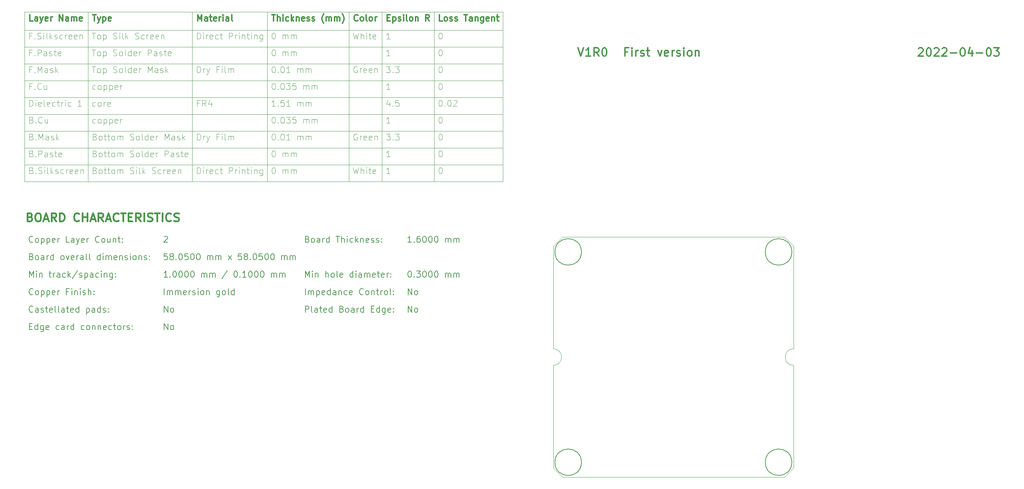
<source format=gbr>
%TF.GenerationSoftware,KiCad,Pcbnew,6.0.4-6f826c9f35~116~ubuntu18.04.1*%
%TF.CreationDate,2022-04-09T00:00:09+02:00*%
%TF.ProjectId,AE01.07.50.100,41453031-2e30-4372-9e35-302e3130302e,V1R0*%
%TF.SameCoordinates,PX9464480PY76a3180*%
%TF.FileFunction,Other,Comment*%
%FSLAX46Y46*%
G04 Gerber Fmt 4.6, Leading zero omitted, Abs format (unit mm)*
G04 Created by KiCad (PCBNEW 6.0.4-6f826c9f35~116~ubuntu18.04.1) date 2022-04-09 00:00:09*
%MOMM*%
%LPD*%
G01*
G04 APERTURE LIST*
%ADD10C,0.100000*%
%ADD11C,0.300000*%
%ADD12C,0.200000*%
%ADD13C,0.400000*%
%ADD14C,0.150000*%
G04 APERTURE END LIST*
D10*
X54400000Y27400000D02*
G75*
G03*
X54400000Y23400000I0J-2000000D01*
G01*
X-3600000Y23400000D02*
G75*
G03*
X-3600000Y27400000I0J2000000D01*
G01*
X-3600000Y-1400000D02*
X-1400000Y-3600000D01*
X-3600000Y23400000D02*
X-3600000Y-1400000D01*
X-3600000Y52200000D02*
X-3600000Y27400000D01*
X-1400000Y54400000D02*
X-3600000Y52200000D01*
X52200000Y54400000D02*
X-1400000Y54400000D01*
X54400000Y52200000D02*
X52200000Y54400000D01*
X54400000Y27400000D02*
X54400000Y52200000D01*
X54400000Y-1400000D02*
X54400000Y23400000D01*
X52200000Y-3600000D02*
X54400000Y-1400000D01*
X-1400000Y-3600000D02*
X52200000Y-3600000D01*
X-131235715Y100340000D02*
X-15721429Y100340000D01*
X-131235715Y71885000D02*
X-15721429Y71885000D01*
X-15721429Y108770000D02*
X-15721429Y67820000D01*
X-32378572Y108770000D02*
X-32378572Y67820000D01*
X-131235715Y108770000D02*
X-131235715Y67820000D01*
X-131235715Y108770000D02*
X-15721429Y108770000D01*
X-131235715Y92210000D02*
X-15721429Y92210000D01*
X-131235715Y80015000D02*
X-15721429Y80015000D01*
X-131235715Y96275000D02*
X-15721429Y96275000D01*
X-44964286Y108770000D02*
X-44964286Y67820000D01*
X-131235715Y104405000D02*
X-15721429Y104405000D01*
X-72650000Y108770000D02*
X-72650000Y67820000D01*
X-131235715Y88145000D02*
X-15721429Y88145000D01*
X-52921429Y108770000D02*
X-52921429Y67820000D01*
X-90750000Y108770000D02*
X-90750000Y67820000D01*
X-115921429Y108770000D02*
X-115921429Y67820000D01*
X-131235715Y75950000D02*
X-15721429Y75950000D01*
X-131235715Y67820000D02*
X-15721429Y67820000D01*
X-131235715Y84080000D02*
X-15721429Y84080000D01*
X-71192143Y95596429D02*
X-71049286Y95596429D01*
X-70906429Y95525000D01*
X-70835000Y95453572D01*
X-70763572Y95310715D01*
X-70692143Y95025000D01*
X-70692143Y94667858D01*
X-70763572Y94382143D01*
X-70835000Y94239286D01*
X-70906429Y94167858D01*
X-71049286Y94096429D01*
X-71192143Y94096429D01*
X-71335000Y94167858D01*
X-71406429Y94239286D01*
X-71477858Y94382143D01*
X-71549286Y94667858D01*
X-71549286Y95025000D01*
X-71477858Y95310715D01*
X-71406429Y95453572D01*
X-71335000Y95525000D01*
X-71192143Y95596429D01*
X-70049286Y94239286D02*
X-69977858Y94167858D01*
X-70049286Y94096429D01*
X-70120715Y94167858D01*
X-70049286Y94239286D01*
X-70049286Y94096429D01*
X-69049286Y95596429D02*
X-68906429Y95596429D01*
X-68763572Y95525000D01*
X-68692143Y95453572D01*
X-68620715Y95310715D01*
X-68549286Y95025000D01*
X-68549286Y94667858D01*
X-68620715Y94382143D01*
X-68692143Y94239286D01*
X-68763572Y94167858D01*
X-68906429Y94096429D01*
X-69049286Y94096429D01*
X-69192143Y94167858D01*
X-69263572Y94239286D01*
X-69335000Y94382143D01*
X-69406429Y94667858D01*
X-69406429Y95025000D01*
X-69335000Y95310715D01*
X-69263572Y95453572D01*
X-69192143Y95525000D01*
X-69049286Y95596429D01*
X-67120715Y94096429D02*
X-67977858Y94096429D01*
X-67549286Y94096429D02*
X-67549286Y95596429D01*
X-67692143Y95382143D01*
X-67835000Y95239286D01*
X-67977858Y95167858D01*
X-65335000Y94096429D02*
X-65335000Y95096429D01*
X-65335000Y94953572D02*
X-65263572Y95025000D01*
X-65120715Y95096429D01*
X-64906429Y95096429D01*
X-64763572Y95025000D01*
X-64692143Y94882143D01*
X-64692143Y94096429D01*
X-64692143Y94882143D02*
X-64620715Y95025000D01*
X-64477858Y95096429D01*
X-64263572Y95096429D01*
X-64120715Y95025000D01*
X-64049286Y94882143D01*
X-64049286Y94096429D01*
X-63335000Y94096429D02*
X-63335000Y95096429D01*
X-63335000Y94953572D02*
X-63263572Y95025000D01*
X-63120715Y95096429D01*
X-62906429Y95096429D01*
X-62763572Y95025000D01*
X-62692143Y94882143D01*
X-62692143Y94096429D01*
X-62692143Y94882143D02*
X-62620715Y95025000D01*
X-62477858Y95096429D01*
X-62263572Y95096429D01*
X-62120715Y95025000D01*
X-62049286Y94882143D01*
X-62049286Y94096429D01*
D11*
X-43662144Y107377143D02*
X-43162144Y107377143D01*
X-42947858Y106591429D02*
X-43662144Y106591429D01*
X-43662144Y108091429D01*
X-42947858Y108091429D01*
X-42305001Y107591429D02*
X-42305001Y106091429D01*
X-42305001Y107520000D02*
X-42162144Y107591429D01*
X-41876429Y107591429D01*
X-41733572Y107520000D01*
X-41662144Y107448572D01*
X-41590715Y107305715D01*
X-41590715Y106877143D01*
X-41662144Y106734286D01*
X-41733572Y106662858D01*
X-41876429Y106591429D01*
X-42162144Y106591429D01*
X-42305001Y106662858D01*
X-41019286Y106662858D02*
X-40876429Y106591429D01*
X-40590715Y106591429D01*
X-40447858Y106662858D01*
X-40376429Y106805715D01*
X-40376429Y106877143D01*
X-40447858Y107020000D01*
X-40590715Y107091429D01*
X-40805001Y107091429D01*
X-40947858Y107162858D01*
X-41019286Y107305715D01*
X-41019286Y107377143D01*
X-40947858Y107520000D01*
X-40805001Y107591429D01*
X-40590715Y107591429D01*
X-40447858Y107520000D01*
X-39733572Y106591429D02*
X-39733572Y107591429D01*
X-39733572Y108091429D02*
X-39805001Y108020000D01*
X-39733572Y107948572D01*
X-39662144Y108020000D01*
X-39733572Y108091429D01*
X-39733572Y107948572D01*
X-38805001Y106591429D02*
X-38947858Y106662858D01*
X-39019286Y106805715D01*
X-39019286Y108091429D01*
X-38019286Y106591429D02*
X-38162144Y106662858D01*
X-38233572Y106734286D01*
X-38305001Y106877143D01*
X-38305001Y107305715D01*
X-38233572Y107448572D01*
X-38162144Y107520000D01*
X-38019286Y107591429D01*
X-37805001Y107591429D01*
X-37662144Y107520000D01*
X-37590715Y107448572D01*
X-37519286Y107305715D01*
X-37519286Y106877143D01*
X-37590715Y106734286D01*
X-37662144Y106662858D01*
X-37805001Y106591429D01*
X-38019286Y106591429D01*
X-36876429Y107591429D02*
X-36876429Y106591429D01*
X-36876429Y107448572D02*
X-36805001Y107520000D01*
X-36662144Y107591429D01*
X-36447858Y107591429D01*
X-36305001Y107520000D01*
X-36233572Y107377143D01*
X-36233572Y106591429D01*
X-33519286Y106591429D02*
X-34019286Y107305715D01*
X-34376429Y106591429D02*
X-34376429Y108091429D01*
X-33805001Y108091429D01*
X-33662144Y108020000D01*
X-33590715Y107948572D01*
X-33519286Y107805715D01*
X-33519286Y107591429D01*
X-33590715Y107448572D01*
X-33662144Y107377143D01*
X-33805001Y107305715D01*
X-34376429Y107305715D01*
D10*
X-89077858Y86752143D02*
X-89577858Y86752143D01*
X-89577858Y85966429D02*
X-89577858Y87466429D01*
X-88863572Y87466429D01*
X-87435000Y85966429D02*
X-87935000Y86680715D01*
X-88292143Y85966429D02*
X-88292143Y87466429D01*
X-87720715Y87466429D01*
X-87577858Y87395000D01*
X-87506429Y87323572D01*
X-87435000Y87180715D01*
X-87435000Y86966429D01*
X-87506429Y86823572D01*
X-87577858Y86752143D01*
X-87720715Y86680715D01*
X-88292143Y86680715D01*
X-86149286Y86966429D02*
X-86149286Y85966429D01*
X-86506429Y87537858D02*
X-86863572Y86466429D01*
X-85935000Y86466429D01*
X-114249287Y78622143D02*
X-114035001Y78550715D01*
X-113963572Y78479286D01*
X-113892144Y78336429D01*
X-113892144Y78122143D01*
X-113963572Y77979286D01*
X-114035001Y77907858D01*
X-114177858Y77836429D01*
X-114749287Y77836429D01*
X-114749287Y79336429D01*
X-114249287Y79336429D01*
X-114106429Y79265000D01*
X-114035001Y79193572D01*
X-113963572Y79050715D01*
X-113963572Y78907858D01*
X-114035001Y78765000D01*
X-114106429Y78693572D01*
X-114249287Y78622143D01*
X-114749287Y78622143D01*
X-113035001Y77836429D02*
X-113177858Y77907858D01*
X-113249287Y77979286D01*
X-113320715Y78122143D01*
X-113320715Y78550715D01*
X-113249287Y78693572D01*
X-113177858Y78765000D01*
X-113035001Y78836429D01*
X-112820715Y78836429D01*
X-112677858Y78765000D01*
X-112606429Y78693572D01*
X-112535001Y78550715D01*
X-112535001Y78122143D01*
X-112606429Y77979286D01*
X-112677858Y77907858D01*
X-112820715Y77836429D01*
X-113035001Y77836429D01*
X-112106429Y78836429D02*
X-111535001Y78836429D01*
X-111892144Y79336429D02*
X-111892144Y78050715D01*
X-111820715Y77907858D01*
X-111677858Y77836429D01*
X-111535001Y77836429D01*
X-111249287Y78836429D02*
X-110677858Y78836429D01*
X-111035001Y79336429D02*
X-111035001Y78050715D01*
X-110963572Y77907858D01*
X-110820715Y77836429D01*
X-110677858Y77836429D01*
X-109963572Y77836429D02*
X-110106429Y77907858D01*
X-110177858Y77979286D01*
X-110249287Y78122143D01*
X-110249287Y78550715D01*
X-110177858Y78693572D01*
X-110106429Y78765000D01*
X-109963572Y78836429D01*
X-109749287Y78836429D01*
X-109606429Y78765000D01*
X-109535001Y78693572D01*
X-109463572Y78550715D01*
X-109463572Y78122143D01*
X-109535001Y77979286D01*
X-109606429Y77907858D01*
X-109749287Y77836429D01*
X-109963572Y77836429D01*
X-108820715Y77836429D02*
X-108820715Y78836429D01*
X-108820715Y78693572D02*
X-108749287Y78765000D01*
X-108606429Y78836429D01*
X-108392144Y78836429D01*
X-108249287Y78765000D01*
X-108177858Y78622143D01*
X-108177858Y77836429D01*
X-108177858Y78622143D02*
X-108106429Y78765000D01*
X-107963572Y78836429D01*
X-107749287Y78836429D01*
X-107606429Y78765000D01*
X-107535001Y78622143D01*
X-107535001Y77836429D01*
X-105749287Y77907858D02*
X-105535001Y77836429D01*
X-105177858Y77836429D01*
X-105035001Y77907858D01*
X-104963572Y77979286D01*
X-104892144Y78122143D01*
X-104892144Y78265000D01*
X-104963572Y78407858D01*
X-105035001Y78479286D01*
X-105177858Y78550715D01*
X-105463572Y78622143D01*
X-105606429Y78693572D01*
X-105677858Y78765000D01*
X-105749287Y78907858D01*
X-105749287Y79050715D01*
X-105677858Y79193572D01*
X-105606429Y79265000D01*
X-105463572Y79336429D01*
X-105106429Y79336429D01*
X-104892144Y79265000D01*
X-104035001Y77836429D02*
X-104177858Y77907858D01*
X-104249287Y77979286D01*
X-104320715Y78122143D01*
X-104320715Y78550715D01*
X-104249287Y78693572D01*
X-104177858Y78765000D01*
X-104035001Y78836429D01*
X-103820715Y78836429D01*
X-103677858Y78765000D01*
X-103606429Y78693572D01*
X-103535001Y78550715D01*
X-103535001Y78122143D01*
X-103606429Y77979286D01*
X-103677858Y77907858D01*
X-103820715Y77836429D01*
X-104035001Y77836429D01*
X-102677858Y77836429D02*
X-102820715Y77907858D01*
X-102892144Y78050715D01*
X-102892144Y79336429D01*
X-101463572Y77836429D02*
X-101463572Y79336429D01*
X-101463572Y77907858D02*
X-101606429Y77836429D01*
X-101892144Y77836429D01*
X-102035001Y77907858D01*
X-102106429Y77979286D01*
X-102177858Y78122143D01*
X-102177858Y78550715D01*
X-102106429Y78693572D01*
X-102035001Y78765000D01*
X-101892144Y78836429D01*
X-101606429Y78836429D01*
X-101463572Y78765000D01*
X-100177858Y77907858D02*
X-100320715Y77836429D01*
X-100606429Y77836429D01*
X-100749287Y77907858D01*
X-100820715Y78050715D01*
X-100820715Y78622143D01*
X-100749287Y78765000D01*
X-100606429Y78836429D01*
X-100320715Y78836429D01*
X-100177858Y78765000D01*
X-100106429Y78622143D01*
X-100106429Y78479286D01*
X-100820715Y78336429D01*
X-99463572Y77836429D02*
X-99463572Y78836429D01*
X-99463572Y78550715D02*
X-99392144Y78693572D01*
X-99320715Y78765000D01*
X-99177858Y78836429D01*
X-99035001Y78836429D01*
X-97392144Y77836429D02*
X-97392144Y79336429D01*
X-96892144Y78265000D01*
X-96392144Y79336429D01*
X-96392144Y77836429D01*
X-95035001Y77836429D02*
X-95035001Y78622143D01*
X-95106429Y78765000D01*
X-95249287Y78836429D01*
X-95535001Y78836429D01*
X-95677858Y78765000D01*
X-95035001Y77907858D02*
X-95177858Y77836429D01*
X-95535001Y77836429D01*
X-95677858Y77907858D01*
X-95749287Y78050715D01*
X-95749287Y78193572D01*
X-95677858Y78336429D01*
X-95535001Y78407858D01*
X-95177858Y78407858D01*
X-95035001Y78479286D01*
X-94392144Y77907858D02*
X-94249287Y77836429D01*
X-93963572Y77836429D01*
X-93820715Y77907858D01*
X-93749287Y78050715D01*
X-93749287Y78122143D01*
X-93820715Y78265000D01*
X-93963572Y78336429D01*
X-94177858Y78336429D01*
X-94320715Y78407858D01*
X-94392144Y78550715D01*
X-94392144Y78622143D01*
X-94320715Y78765000D01*
X-94177858Y78836429D01*
X-93963572Y78836429D01*
X-93820715Y78765000D01*
X-93106429Y77836429D02*
X-93106429Y79336429D01*
X-92963572Y78407858D02*
X-92535001Y77836429D01*
X-92535001Y78836429D02*
X-93106429Y78265000D01*
D12*
X-38612858Y40456429D02*
X-38612858Y41956429D01*
X-37755715Y40456429D01*
X-37755715Y41956429D01*
X-36827143Y40456429D02*
X-36970000Y40527858D01*
X-37041429Y40599286D01*
X-37112858Y40742143D01*
X-37112858Y41170715D01*
X-37041429Y41313572D01*
X-36970000Y41385000D01*
X-36827143Y41456429D01*
X-36612858Y41456429D01*
X-36470000Y41385000D01*
X-36398572Y41313572D01*
X-36327143Y41170715D01*
X-36327143Y40742143D01*
X-36398572Y40599286D01*
X-36470000Y40527858D01*
X-36612858Y40456429D01*
X-36827143Y40456429D01*
X-129212858Y36384286D02*
X-129284286Y36312858D01*
X-129498572Y36241429D01*
X-129641429Y36241429D01*
X-129855715Y36312858D01*
X-129998572Y36455715D01*
X-130070001Y36598572D01*
X-130141429Y36884286D01*
X-130141429Y37098572D01*
X-130070001Y37384286D01*
X-129998572Y37527143D01*
X-129855715Y37670000D01*
X-129641429Y37741429D01*
X-129498572Y37741429D01*
X-129284286Y37670000D01*
X-129212858Y37598572D01*
X-127927143Y36241429D02*
X-127927143Y37027143D01*
X-127998572Y37170000D01*
X-128141429Y37241429D01*
X-128427143Y37241429D01*
X-128570001Y37170000D01*
X-127927143Y36312858D02*
X-128070001Y36241429D01*
X-128427143Y36241429D01*
X-128570001Y36312858D01*
X-128641429Y36455715D01*
X-128641429Y36598572D01*
X-128570001Y36741429D01*
X-128427143Y36812858D01*
X-128070001Y36812858D01*
X-127927143Y36884286D01*
X-127284286Y36312858D02*
X-127141429Y36241429D01*
X-126855715Y36241429D01*
X-126712858Y36312858D01*
X-126641429Y36455715D01*
X-126641429Y36527143D01*
X-126712858Y36670000D01*
X-126855715Y36741429D01*
X-127070001Y36741429D01*
X-127212858Y36812858D01*
X-127284286Y36955715D01*
X-127284286Y37027143D01*
X-127212858Y37170000D01*
X-127070001Y37241429D01*
X-126855715Y37241429D01*
X-126712858Y37170000D01*
X-126212858Y37241429D02*
X-125641429Y37241429D01*
X-125998572Y37741429D02*
X-125998572Y36455715D01*
X-125927143Y36312858D01*
X-125784286Y36241429D01*
X-125641429Y36241429D01*
X-124570001Y36312858D02*
X-124712858Y36241429D01*
X-124998572Y36241429D01*
X-125141429Y36312858D01*
X-125212858Y36455715D01*
X-125212858Y37027143D01*
X-125141429Y37170000D01*
X-124998572Y37241429D01*
X-124712858Y37241429D01*
X-124570001Y37170000D01*
X-124498572Y37027143D01*
X-124498572Y36884286D01*
X-125212858Y36741429D01*
X-123641429Y36241429D02*
X-123784286Y36312858D01*
X-123855715Y36455715D01*
X-123855715Y37741429D01*
X-122855715Y36241429D02*
X-122998572Y36312858D01*
X-123070001Y36455715D01*
X-123070001Y37741429D01*
X-121641429Y36241429D02*
X-121641429Y37027143D01*
X-121712858Y37170000D01*
X-121855715Y37241429D01*
X-122141429Y37241429D01*
X-122284286Y37170000D01*
X-121641429Y36312858D02*
X-121784286Y36241429D01*
X-122141429Y36241429D01*
X-122284286Y36312858D01*
X-122355715Y36455715D01*
X-122355715Y36598572D01*
X-122284286Y36741429D01*
X-122141429Y36812858D01*
X-121784286Y36812858D01*
X-121641429Y36884286D01*
X-121141429Y37241429D02*
X-120570001Y37241429D01*
X-120927143Y37741429D02*
X-120927143Y36455715D01*
X-120855715Y36312858D01*
X-120712858Y36241429D01*
X-120570001Y36241429D01*
X-119498572Y36312858D02*
X-119641429Y36241429D01*
X-119927143Y36241429D01*
X-120070001Y36312858D01*
X-120141429Y36455715D01*
X-120141429Y37027143D01*
X-120070001Y37170000D01*
X-119927143Y37241429D01*
X-119641429Y37241429D01*
X-119498572Y37170000D01*
X-119427143Y37027143D01*
X-119427143Y36884286D01*
X-120141429Y36741429D01*
X-118141429Y36241429D02*
X-118141429Y37741429D01*
X-118141429Y36312858D02*
X-118284286Y36241429D01*
X-118570001Y36241429D01*
X-118712858Y36312858D01*
X-118784286Y36384286D01*
X-118855715Y36527143D01*
X-118855715Y36955715D01*
X-118784286Y37098572D01*
X-118712858Y37170000D01*
X-118570001Y37241429D01*
X-118284286Y37241429D01*
X-118141429Y37170000D01*
X-116284286Y37241429D02*
X-116284286Y35741429D01*
X-116284286Y37170000D02*
X-116141429Y37241429D01*
X-115855715Y37241429D01*
X-115712858Y37170000D01*
X-115641429Y37098572D01*
X-115570001Y36955715D01*
X-115570001Y36527143D01*
X-115641429Y36384286D01*
X-115712858Y36312858D01*
X-115855715Y36241429D01*
X-116141429Y36241429D01*
X-116284286Y36312858D01*
X-114284286Y36241429D02*
X-114284286Y37027143D01*
X-114355715Y37170000D01*
X-114498572Y37241429D01*
X-114784286Y37241429D01*
X-114927143Y37170000D01*
X-114284286Y36312858D02*
X-114427143Y36241429D01*
X-114784286Y36241429D01*
X-114927143Y36312858D01*
X-114998572Y36455715D01*
X-114998572Y36598572D01*
X-114927143Y36741429D01*
X-114784286Y36812858D01*
X-114427143Y36812858D01*
X-114284286Y36884286D01*
X-112927143Y36241429D02*
X-112927143Y37741429D01*
X-112927143Y36312858D02*
X-113070001Y36241429D01*
X-113355715Y36241429D01*
X-113498572Y36312858D01*
X-113570001Y36384286D01*
X-113641429Y36527143D01*
X-113641429Y36955715D01*
X-113570001Y37098572D01*
X-113498572Y37170000D01*
X-113355715Y37241429D01*
X-113070001Y37241429D01*
X-112927143Y37170000D01*
X-112284286Y36312858D02*
X-112141429Y36241429D01*
X-111855715Y36241429D01*
X-111712858Y36312858D01*
X-111641429Y36455715D01*
X-111641429Y36527143D01*
X-111712858Y36670000D01*
X-111855715Y36741429D01*
X-112070001Y36741429D01*
X-112212858Y36812858D01*
X-112284286Y36955715D01*
X-112284286Y37027143D01*
X-112212858Y37170000D01*
X-112070001Y37241429D01*
X-111855715Y37241429D01*
X-111712858Y37170000D01*
X-110998572Y36384286D02*
X-110927143Y36312858D01*
X-110998572Y36241429D01*
X-111070001Y36312858D01*
X-110998572Y36384286D01*
X-110998572Y36241429D01*
X-110998572Y37170000D02*
X-110927143Y37098572D01*
X-110998572Y37027143D01*
X-111070001Y37098572D01*
X-110998572Y37170000D01*
X-110998572Y37027143D01*
D10*
X-129563573Y82687143D02*
X-129349287Y82615715D01*
X-129277858Y82544286D01*
X-129206430Y82401429D01*
X-129206430Y82187143D01*
X-129277858Y82044286D01*
X-129349287Y81972858D01*
X-129492144Y81901429D01*
X-130063573Y81901429D01*
X-130063573Y83401429D01*
X-129563573Y83401429D01*
X-129420715Y83330000D01*
X-129349287Y83258572D01*
X-129277858Y83115715D01*
X-129277858Y82972858D01*
X-129349287Y82830000D01*
X-129420715Y82758572D01*
X-129563573Y82687143D01*
X-130063573Y82687143D01*
X-128563573Y82044286D02*
X-128492144Y81972858D01*
X-128563573Y81901429D01*
X-128635001Y81972858D01*
X-128563573Y82044286D01*
X-128563573Y81901429D01*
X-126992144Y82044286D02*
X-127063573Y81972858D01*
X-127277858Y81901429D01*
X-127420715Y81901429D01*
X-127635001Y81972858D01*
X-127777858Y82115715D01*
X-127849287Y82258572D01*
X-127920715Y82544286D01*
X-127920715Y82758572D01*
X-127849287Y83044286D01*
X-127777858Y83187143D01*
X-127635001Y83330000D01*
X-127420715Y83401429D01*
X-127277858Y83401429D01*
X-127063573Y83330000D01*
X-126992144Y83258572D01*
X-125706430Y82901429D02*
X-125706430Y81901429D01*
X-126349287Y82901429D02*
X-126349287Y82115715D01*
X-126277858Y81972858D01*
X-126135001Y81901429D01*
X-125920715Y81901429D01*
X-125777858Y81972858D01*
X-125706430Y82044286D01*
D12*
X-130070001Y32812143D02*
X-129570001Y32812143D01*
X-129355715Y32026429D02*
X-130070001Y32026429D01*
X-130070001Y33526429D01*
X-129355715Y33526429D01*
X-128070001Y32026429D02*
X-128070001Y33526429D01*
X-128070001Y32097858D02*
X-128212858Y32026429D01*
X-128498572Y32026429D01*
X-128641429Y32097858D01*
X-128712858Y32169286D01*
X-128784286Y32312143D01*
X-128784286Y32740715D01*
X-128712858Y32883572D01*
X-128641429Y32955000D01*
X-128498572Y33026429D01*
X-128212858Y33026429D01*
X-128070001Y32955000D01*
X-126712858Y33026429D02*
X-126712858Y31812143D01*
X-126784286Y31669286D01*
X-126855715Y31597858D01*
X-126998572Y31526429D01*
X-127212858Y31526429D01*
X-127355715Y31597858D01*
X-126712858Y32097858D02*
X-126855715Y32026429D01*
X-127141429Y32026429D01*
X-127284286Y32097858D01*
X-127355715Y32169286D01*
X-127427143Y32312143D01*
X-127427143Y32740715D01*
X-127355715Y32883572D01*
X-127284286Y32955000D01*
X-127141429Y33026429D01*
X-126855715Y33026429D01*
X-126712858Y32955000D01*
X-125427143Y32097858D02*
X-125570001Y32026429D01*
X-125855715Y32026429D01*
X-125998572Y32097858D01*
X-126070001Y32240715D01*
X-126070001Y32812143D01*
X-125998572Y32955000D01*
X-125855715Y33026429D01*
X-125570001Y33026429D01*
X-125427143Y32955000D01*
X-125355715Y32812143D01*
X-125355715Y32669286D01*
X-126070001Y32526429D01*
X-122927143Y32097858D02*
X-123070001Y32026429D01*
X-123355715Y32026429D01*
X-123498572Y32097858D01*
X-123570001Y32169286D01*
X-123641429Y32312143D01*
X-123641429Y32740715D01*
X-123570001Y32883572D01*
X-123498572Y32955000D01*
X-123355715Y33026429D01*
X-123070001Y33026429D01*
X-122927143Y32955000D01*
X-121641429Y32026429D02*
X-121641429Y32812143D01*
X-121712858Y32955000D01*
X-121855715Y33026429D01*
X-122141429Y33026429D01*
X-122284286Y32955000D01*
X-121641429Y32097858D02*
X-121784286Y32026429D01*
X-122141429Y32026429D01*
X-122284286Y32097858D01*
X-122355715Y32240715D01*
X-122355715Y32383572D01*
X-122284286Y32526429D01*
X-122141429Y32597858D01*
X-121784286Y32597858D01*
X-121641429Y32669286D01*
X-120927143Y32026429D02*
X-120927143Y33026429D01*
X-120927143Y32740715D02*
X-120855715Y32883572D01*
X-120784286Y32955000D01*
X-120641429Y33026429D01*
X-120498572Y33026429D01*
X-119355715Y32026429D02*
X-119355715Y33526429D01*
X-119355715Y32097858D02*
X-119498572Y32026429D01*
X-119784286Y32026429D01*
X-119927143Y32097858D01*
X-119998572Y32169286D01*
X-120070001Y32312143D01*
X-120070001Y32740715D01*
X-119998572Y32883572D01*
X-119927143Y32955000D01*
X-119784286Y33026429D01*
X-119498572Y33026429D01*
X-119355715Y32955000D01*
X-116855715Y32097858D02*
X-116998572Y32026429D01*
X-117284286Y32026429D01*
X-117427143Y32097858D01*
X-117498572Y32169286D01*
X-117570001Y32312143D01*
X-117570001Y32740715D01*
X-117498572Y32883572D01*
X-117427143Y32955000D01*
X-117284286Y33026429D01*
X-116998572Y33026429D01*
X-116855715Y32955000D01*
X-115998572Y32026429D02*
X-116141429Y32097858D01*
X-116212858Y32169286D01*
X-116284286Y32312143D01*
X-116284286Y32740715D01*
X-116212858Y32883572D01*
X-116141429Y32955000D01*
X-115998572Y33026429D01*
X-115784286Y33026429D01*
X-115641429Y32955000D01*
X-115570001Y32883572D01*
X-115498572Y32740715D01*
X-115498572Y32312143D01*
X-115570001Y32169286D01*
X-115641429Y32097858D01*
X-115784286Y32026429D01*
X-115998572Y32026429D01*
X-114855715Y33026429D02*
X-114855715Y32026429D01*
X-114855715Y32883572D02*
X-114784286Y32955000D01*
X-114641429Y33026429D01*
X-114427143Y33026429D01*
X-114284286Y32955000D01*
X-114212858Y32812143D01*
X-114212858Y32026429D01*
X-113498572Y33026429D02*
X-113498572Y32026429D01*
X-113498572Y32883572D02*
X-113427143Y32955000D01*
X-113284286Y33026429D01*
X-113070001Y33026429D01*
X-112927143Y32955000D01*
X-112855715Y32812143D01*
X-112855715Y32026429D01*
X-111570001Y32097858D02*
X-111712858Y32026429D01*
X-111998572Y32026429D01*
X-112141429Y32097858D01*
X-112212858Y32240715D01*
X-112212858Y32812143D01*
X-112141429Y32955000D01*
X-111998572Y33026429D01*
X-111712858Y33026429D01*
X-111570001Y32955000D01*
X-111498572Y32812143D01*
X-111498572Y32669286D01*
X-112212858Y32526429D01*
X-110212858Y32097858D02*
X-110355715Y32026429D01*
X-110641429Y32026429D01*
X-110784286Y32097858D01*
X-110855715Y32169286D01*
X-110927143Y32312143D01*
X-110927143Y32740715D01*
X-110855715Y32883572D01*
X-110784286Y32955000D01*
X-110641429Y33026429D01*
X-110355715Y33026429D01*
X-110212858Y32955000D01*
X-109784286Y33026429D02*
X-109212858Y33026429D01*
X-109570001Y33526429D02*
X-109570001Y32240715D01*
X-109498572Y32097858D01*
X-109355715Y32026429D01*
X-109212858Y32026429D01*
X-108498572Y32026429D02*
X-108641429Y32097858D01*
X-108712858Y32169286D01*
X-108784286Y32312143D01*
X-108784286Y32740715D01*
X-108712858Y32883572D01*
X-108641429Y32955000D01*
X-108498572Y33026429D01*
X-108284286Y33026429D01*
X-108141429Y32955000D01*
X-108070001Y32883572D01*
X-107998572Y32740715D01*
X-107998572Y32312143D01*
X-108070001Y32169286D01*
X-108141429Y32097858D01*
X-108284286Y32026429D01*
X-108498572Y32026429D01*
X-107355715Y32026429D02*
X-107355715Y33026429D01*
X-107355715Y32740715D02*
X-107284286Y32883572D01*
X-107212858Y32955000D01*
X-107070001Y33026429D01*
X-106927143Y33026429D01*
X-106498572Y32097858D02*
X-106355715Y32026429D01*
X-106070001Y32026429D01*
X-105927143Y32097858D01*
X-105855715Y32240715D01*
X-105855715Y32312143D01*
X-105927143Y32455000D01*
X-106070001Y32526429D01*
X-106284286Y32526429D01*
X-106427143Y32597858D01*
X-106498572Y32740715D01*
X-106498572Y32812143D01*
X-106427143Y32955000D01*
X-106284286Y33026429D01*
X-106070001Y33026429D01*
X-105927143Y32955000D01*
X-105212858Y32169286D02*
X-105141429Y32097858D01*
X-105212858Y32026429D01*
X-105284286Y32097858D01*
X-105212858Y32169286D01*
X-105212858Y32026429D01*
X-105212858Y32955000D02*
X-105141429Y32883572D01*
X-105212858Y32812143D01*
X-105284286Y32883572D01*
X-105212858Y32955000D01*
X-105212858Y32812143D01*
D10*
X-43935001Y95596429D02*
X-43006429Y95596429D01*
X-43506429Y95025000D01*
X-43292144Y95025000D01*
X-43149286Y94953572D01*
X-43077858Y94882143D01*
X-43006429Y94739286D01*
X-43006429Y94382143D01*
X-43077858Y94239286D01*
X-43149286Y94167858D01*
X-43292144Y94096429D01*
X-43720715Y94096429D01*
X-43863572Y94167858D01*
X-43935001Y94239286D01*
X-42363572Y94239286D02*
X-42292144Y94167858D01*
X-42363572Y94096429D01*
X-42435001Y94167858D01*
X-42363572Y94239286D01*
X-42363572Y94096429D01*
X-41792144Y95596429D02*
X-40863572Y95596429D01*
X-41363572Y95025000D01*
X-41149286Y95025000D01*
X-41006429Y94953572D01*
X-40935001Y94882143D01*
X-40863572Y94739286D01*
X-40863572Y94382143D01*
X-40935001Y94239286D01*
X-41006429Y94167858D01*
X-41149286Y94096429D01*
X-41577858Y94096429D01*
X-41720715Y94167858D01*
X-41792144Y94239286D01*
D11*
X84575952Y99904762D02*
X84671190Y100000000D01*
X84861666Y100095239D01*
X85337857Y100095239D01*
X85528333Y100000000D01*
X85623571Y99904762D01*
X85718809Y99714286D01*
X85718809Y99523810D01*
X85623571Y99238096D01*
X84480714Y98095239D01*
X85718809Y98095239D01*
X86956904Y100095239D02*
X87147380Y100095239D01*
X87337857Y100000000D01*
X87433095Y99904762D01*
X87528333Y99714286D01*
X87623571Y99333334D01*
X87623571Y98857143D01*
X87528333Y98476191D01*
X87433095Y98285715D01*
X87337857Y98190477D01*
X87147380Y98095239D01*
X86956904Y98095239D01*
X86766428Y98190477D01*
X86671190Y98285715D01*
X86575952Y98476191D01*
X86480714Y98857143D01*
X86480714Y99333334D01*
X86575952Y99714286D01*
X86671190Y99904762D01*
X86766428Y100000000D01*
X86956904Y100095239D01*
X88385476Y99904762D02*
X88480714Y100000000D01*
X88671190Y100095239D01*
X89147380Y100095239D01*
X89337857Y100000000D01*
X89433095Y99904762D01*
X89528333Y99714286D01*
X89528333Y99523810D01*
X89433095Y99238096D01*
X88290238Y98095239D01*
X89528333Y98095239D01*
X90290238Y99904762D02*
X90385476Y100000000D01*
X90575952Y100095239D01*
X91052142Y100095239D01*
X91242619Y100000000D01*
X91337857Y99904762D01*
X91433095Y99714286D01*
X91433095Y99523810D01*
X91337857Y99238096D01*
X90195000Y98095239D01*
X91433095Y98095239D01*
X92290238Y98857143D02*
X93814047Y98857143D01*
X95147380Y100095239D02*
X95337857Y100095239D01*
X95528333Y100000000D01*
X95623571Y99904762D01*
X95718809Y99714286D01*
X95814047Y99333334D01*
X95814047Y98857143D01*
X95718809Y98476191D01*
X95623571Y98285715D01*
X95528333Y98190477D01*
X95337857Y98095239D01*
X95147380Y98095239D01*
X94956904Y98190477D01*
X94861666Y98285715D01*
X94766428Y98476191D01*
X94671190Y98857143D01*
X94671190Y99333334D01*
X94766428Y99714286D01*
X94861666Y99904762D01*
X94956904Y100000000D01*
X95147380Y100095239D01*
X97528333Y99428572D02*
X97528333Y98095239D01*
X97052142Y100190477D02*
X96575952Y98761905D01*
X97814047Y98761905D01*
X98575952Y98857143D02*
X100099761Y98857143D01*
X101433095Y100095239D02*
X101623571Y100095239D01*
X101814047Y100000000D01*
X101909285Y99904762D01*
X102004523Y99714286D01*
X102099761Y99333334D01*
X102099761Y98857143D01*
X102004523Y98476191D01*
X101909285Y98285715D01*
X101814047Y98190477D01*
X101623571Y98095239D01*
X101433095Y98095239D01*
X101242619Y98190477D01*
X101147380Y98285715D01*
X101052142Y98476191D01*
X100956904Y98857143D01*
X100956904Y99333334D01*
X101052142Y99714286D01*
X101147380Y99904762D01*
X101242619Y100000000D01*
X101433095Y100095239D01*
X102766428Y100095239D02*
X104004523Y100095239D01*
X103337857Y99333334D01*
X103623571Y99333334D01*
X103814047Y99238096D01*
X103909285Y99142858D01*
X104004523Y98952381D01*
X104004523Y98476191D01*
X103909285Y98285715D01*
X103814047Y98190477D01*
X103623571Y98095239D01*
X103052142Y98095239D01*
X102861666Y98190477D01*
X102766428Y98285715D01*
D10*
X-30920715Y71206429D02*
X-30777858Y71206429D01*
X-30635001Y71135000D01*
X-30563572Y71063572D01*
X-30492144Y70920715D01*
X-30420715Y70635000D01*
X-30420715Y70277858D01*
X-30492144Y69992143D01*
X-30563572Y69849286D01*
X-30635001Y69777858D01*
X-30777858Y69706429D01*
X-30920715Y69706429D01*
X-31063572Y69777858D01*
X-31135001Y69849286D01*
X-31206430Y69992143D01*
X-31277858Y70277858D01*
X-31277858Y70635000D01*
X-31206430Y70920715D01*
X-31135001Y71063572D01*
X-31063572Y71135000D01*
X-30920715Y71206429D01*
X-30920715Y75271429D02*
X-30777858Y75271429D01*
X-30635001Y75200000D01*
X-30563572Y75128572D01*
X-30492144Y74985715D01*
X-30420715Y74700000D01*
X-30420715Y74342858D01*
X-30492144Y74057143D01*
X-30563572Y73914286D01*
X-30635001Y73842858D01*
X-30777858Y73771429D01*
X-30920715Y73771429D01*
X-31063572Y73842858D01*
X-31135001Y73914286D01*
X-31206430Y74057143D01*
X-31277858Y74342858D01*
X-31277858Y74700000D01*
X-31206430Y74985715D01*
X-31135001Y75128572D01*
X-31063572Y75200000D01*
X-30920715Y75271429D01*
X-43149286Y86966429D02*
X-43149286Y85966429D01*
X-43506429Y87537858D02*
X-43863572Y86466429D01*
X-42935001Y86466429D01*
X-42363572Y86109286D02*
X-42292144Y86037858D01*
X-42363572Y85966429D01*
X-42435001Y86037858D01*
X-42363572Y86109286D01*
X-42363572Y85966429D01*
X-40935001Y87466429D02*
X-41649286Y87466429D01*
X-41720715Y86752143D01*
X-41649286Y86823572D01*
X-41506429Y86895000D01*
X-41149286Y86895000D01*
X-41006429Y86823572D01*
X-40935001Y86752143D01*
X-40863572Y86609286D01*
X-40863572Y86252143D01*
X-40935001Y86109286D01*
X-41006429Y86037858D01*
X-41149286Y85966429D01*
X-41506429Y85966429D01*
X-41649286Y86037858D01*
X-41720715Y86109286D01*
X-129563573Y74557143D02*
X-129349287Y74485715D01*
X-129277858Y74414286D01*
X-129206430Y74271429D01*
X-129206430Y74057143D01*
X-129277858Y73914286D01*
X-129349287Y73842858D01*
X-129492144Y73771429D01*
X-130063573Y73771429D01*
X-130063573Y75271429D01*
X-129563573Y75271429D01*
X-129420715Y75200000D01*
X-129349287Y75128572D01*
X-129277858Y74985715D01*
X-129277858Y74842858D01*
X-129349287Y74700000D01*
X-129420715Y74628572D01*
X-129563573Y74557143D01*
X-130063573Y74557143D01*
X-128563573Y73914286D02*
X-128492144Y73842858D01*
X-128563573Y73771429D01*
X-128635001Y73842858D01*
X-128563573Y73914286D01*
X-128563573Y73771429D01*
X-127849287Y73771429D02*
X-127849287Y75271429D01*
X-127277858Y75271429D01*
X-127135001Y75200000D01*
X-127063573Y75128572D01*
X-126992144Y74985715D01*
X-126992144Y74771429D01*
X-127063573Y74628572D01*
X-127135001Y74557143D01*
X-127277858Y74485715D01*
X-127849287Y74485715D01*
X-125706430Y73771429D02*
X-125706430Y74557143D01*
X-125777858Y74700000D01*
X-125920715Y74771429D01*
X-126206430Y74771429D01*
X-126349287Y74700000D01*
X-125706430Y73842858D02*
X-125849287Y73771429D01*
X-126206430Y73771429D01*
X-126349287Y73842858D01*
X-126420715Y73985715D01*
X-126420715Y74128572D01*
X-126349287Y74271429D01*
X-126206430Y74342858D01*
X-125849287Y74342858D01*
X-125706430Y74414286D01*
X-125063573Y73842858D02*
X-124920715Y73771429D01*
X-124635001Y73771429D01*
X-124492144Y73842858D01*
X-124420715Y73985715D01*
X-124420715Y74057143D01*
X-124492144Y74200000D01*
X-124635001Y74271429D01*
X-124849287Y74271429D01*
X-124992144Y74342858D01*
X-125063573Y74485715D01*
X-125063573Y74557143D01*
X-124992144Y74700000D01*
X-124849287Y74771429D01*
X-124635001Y74771429D01*
X-124492144Y74700000D01*
X-123992144Y74771429D02*
X-123420715Y74771429D01*
X-123777858Y75271429D02*
X-123777858Y73985715D01*
X-123706430Y73842858D01*
X-123563573Y73771429D01*
X-123420715Y73771429D01*
X-122349287Y73842858D02*
X-122492144Y73771429D01*
X-122777858Y73771429D01*
X-122920715Y73842858D01*
X-122992144Y73985715D01*
X-122992144Y74557143D01*
X-122920715Y74700000D01*
X-122777858Y74771429D01*
X-122492144Y74771429D01*
X-122349287Y74700000D01*
X-122277858Y74557143D01*
X-122277858Y74414286D01*
X-122992144Y74271429D01*
D12*
X-129212858Y40599286D02*
X-129284286Y40527858D01*
X-129498572Y40456429D01*
X-129641429Y40456429D01*
X-129855715Y40527858D01*
X-129998572Y40670715D01*
X-130070001Y40813572D01*
X-130141429Y41099286D01*
X-130141429Y41313572D01*
X-130070001Y41599286D01*
X-129998572Y41742143D01*
X-129855715Y41885000D01*
X-129641429Y41956429D01*
X-129498572Y41956429D01*
X-129284286Y41885000D01*
X-129212858Y41813572D01*
X-128355715Y40456429D02*
X-128498572Y40527858D01*
X-128570001Y40599286D01*
X-128641429Y40742143D01*
X-128641429Y41170715D01*
X-128570001Y41313572D01*
X-128498572Y41385000D01*
X-128355715Y41456429D01*
X-128141429Y41456429D01*
X-127998572Y41385000D01*
X-127927143Y41313572D01*
X-127855715Y41170715D01*
X-127855715Y40742143D01*
X-127927143Y40599286D01*
X-127998572Y40527858D01*
X-128141429Y40456429D01*
X-128355715Y40456429D01*
X-127212858Y41456429D02*
X-127212858Y39956429D01*
X-127212858Y41385000D02*
X-127070001Y41456429D01*
X-126784286Y41456429D01*
X-126641429Y41385000D01*
X-126570001Y41313572D01*
X-126498572Y41170715D01*
X-126498572Y40742143D01*
X-126570001Y40599286D01*
X-126641429Y40527858D01*
X-126784286Y40456429D01*
X-127070001Y40456429D01*
X-127212858Y40527858D01*
X-125855715Y41456429D02*
X-125855715Y39956429D01*
X-125855715Y41385000D02*
X-125712858Y41456429D01*
X-125427143Y41456429D01*
X-125284286Y41385000D01*
X-125212858Y41313572D01*
X-125141429Y41170715D01*
X-125141429Y40742143D01*
X-125212858Y40599286D01*
X-125284286Y40527858D01*
X-125427143Y40456429D01*
X-125712858Y40456429D01*
X-125855715Y40527858D01*
X-123927143Y40527858D02*
X-124070001Y40456429D01*
X-124355715Y40456429D01*
X-124498572Y40527858D01*
X-124570001Y40670715D01*
X-124570001Y41242143D01*
X-124498572Y41385000D01*
X-124355715Y41456429D01*
X-124070001Y41456429D01*
X-123927143Y41385000D01*
X-123855715Y41242143D01*
X-123855715Y41099286D01*
X-124570001Y40956429D01*
X-123212858Y40456429D02*
X-123212858Y41456429D01*
X-123212858Y41170715D02*
X-123141429Y41313572D01*
X-123070001Y41385000D01*
X-122927143Y41456429D01*
X-122784286Y41456429D01*
X-120641429Y41242143D02*
X-121141429Y41242143D01*
X-121141429Y40456429D02*
X-121141429Y41956429D01*
X-120427143Y41956429D01*
X-119855715Y40456429D02*
X-119855715Y41456429D01*
X-119855715Y41956429D02*
X-119927143Y41885000D01*
X-119855715Y41813572D01*
X-119784286Y41885000D01*
X-119855715Y41956429D01*
X-119855715Y41813572D01*
X-119141429Y41456429D02*
X-119141429Y40456429D01*
X-119141429Y41313572D02*
X-119070001Y41385000D01*
X-118927143Y41456429D01*
X-118712858Y41456429D01*
X-118570001Y41385000D01*
X-118498572Y41242143D01*
X-118498572Y40456429D01*
X-117784286Y40456429D02*
X-117784286Y41456429D01*
X-117784286Y41956429D02*
X-117855715Y41885000D01*
X-117784286Y41813572D01*
X-117712858Y41885000D01*
X-117784286Y41956429D01*
X-117784286Y41813572D01*
X-117141429Y40527858D02*
X-116998572Y40456429D01*
X-116712858Y40456429D01*
X-116570001Y40527858D01*
X-116498572Y40670715D01*
X-116498572Y40742143D01*
X-116570001Y40885000D01*
X-116712858Y40956429D01*
X-116927143Y40956429D01*
X-117070001Y41027858D01*
X-117141429Y41170715D01*
X-117141429Y41242143D01*
X-117070001Y41385000D01*
X-116927143Y41456429D01*
X-116712858Y41456429D01*
X-116570001Y41385000D01*
X-115855715Y40456429D02*
X-115855715Y41956429D01*
X-115212858Y40456429D02*
X-115212858Y41242143D01*
X-115284286Y41385000D01*
X-115427143Y41456429D01*
X-115641429Y41456429D01*
X-115784286Y41385000D01*
X-115855715Y41313572D01*
X-114498572Y40599286D02*
X-114427143Y40527858D01*
X-114498572Y40456429D01*
X-114570001Y40527858D01*
X-114498572Y40599286D01*
X-114498572Y40456429D01*
X-114498572Y41385000D02*
X-114427143Y41313572D01*
X-114498572Y41242143D01*
X-114570001Y41313572D01*
X-114498572Y41385000D01*
X-114498572Y41242143D01*
X-63455715Y36241429D02*
X-63455715Y37741429D01*
X-62884286Y37741429D01*
X-62741429Y37670000D01*
X-62670000Y37598572D01*
X-62598572Y37455715D01*
X-62598572Y37241429D01*
X-62670000Y37098572D01*
X-62741429Y37027143D01*
X-62884286Y36955715D01*
X-63455715Y36955715D01*
X-61741429Y36241429D02*
X-61884286Y36312858D01*
X-61955715Y36455715D01*
X-61955715Y37741429D01*
X-60527143Y36241429D02*
X-60527143Y37027143D01*
X-60598572Y37170000D01*
X-60741429Y37241429D01*
X-61027143Y37241429D01*
X-61170000Y37170000D01*
X-60527143Y36312858D02*
X-60670000Y36241429D01*
X-61027143Y36241429D01*
X-61170000Y36312858D01*
X-61241429Y36455715D01*
X-61241429Y36598572D01*
X-61170000Y36741429D01*
X-61027143Y36812858D01*
X-60670000Y36812858D01*
X-60527143Y36884286D01*
X-60027143Y37241429D02*
X-59455715Y37241429D01*
X-59812857Y37741429D02*
X-59812857Y36455715D01*
X-59741429Y36312858D01*
X-59598572Y36241429D01*
X-59455715Y36241429D01*
X-58384286Y36312858D02*
X-58527143Y36241429D01*
X-58812857Y36241429D01*
X-58955715Y36312858D01*
X-59027143Y36455715D01*
X-59027143Y37027143D01*
X-58955715Y37170000D01*
X-58812857Y37241429D01*
X-58527143Y37241429D01*
X-58384286Y37170000D01*
X-58312857Y37027143D01*
X-58312857Y36884286D01*
X-59027143Y36741429D01*
X-57027143Y36241429D02*
X-57027143Y37741429D01*
X-57027143Y36312858D02*
X-57170000Y36241429D01*
X-57455715Y36241429D01*
X-57598572Y36312858D01*
X-57670000Y36384286D01*
X-57741429Y36527143D01*
X-57741429Y36955715D01*
X-57670000Y37098572D01*
X-57598572Y37170000D01*
X-57455715Y37241429D01*
X-57170000Y37241429D01*
X-57027143Y37170000D01*
X-54670000Y37027143D02*
X-54455715Y36955715D01*
X-54384286Y36884286D01*
X-54312857Y36741429D01*
X-54312857Y36527143D01*
X-54384286Y36384286D01*
X-54455715Y36312858D01*
X-54598572Y36241429D01*
X-55170000Y36241429D01*
X-55170000Y37741429D01*
X-54670000Y37741429D01*
X-54527143Y37670000D01*
X-54455715Y37598572D01*
X-54384286Y37455715D01*
X-54384286Y37312858D01*
X-54455715Y37170000D01*
X-54527143Y37098572D01*
X-54670000Y37027143D01*
X-55170000Y37027143D01*
X-53455715Y36241429D02*
X-53598572Y36312858D01*
X-53670000Y36384286D01*
X-53741429Y36527143D01*
X-53741429Y36955715D01*
X-53670000Y37098572D01*
X-53598572Y37170000D01*
X-53455715Y37241429D01*
X-53241429Y37241429D01*
X-53098572Y37170000D01*
X-53027143Y37098572D01*
X-52955715Y36955715D01*
X-52955715Y36527143D01*
X-53027143Y36384286D01*
X-53098572Y36312858D01*
X-53241429Y36241429D01*
X-53455715Y36241429D01*
X-51670000Y36241429D02*
X-51670000Y37027143D01*
X-51741429Y37170000D01*
X-51884286Y37241429D01*
X-52170000Y37241429D01*
X-52312857Y37170000D01*
X-51670000Y36312858D02*
X-51812857Y36241429D01*
X-52170000Y36241429D01*
X-52312857Y36312858D01*
X-52384286Y36455715D01*
X-52384286Y36598572D01*
X-52312857Y36741429D01*
X-52170000Y36812858D01*
X-51812857Y36812858D01*
X-51670000Y36884286D01*
X-50955715Y36241429D02*
X-50955715Y37241429D01*
X-50955715Y36955715D02*
X-50884286Y37098572D01*
X-50812857Y37170000D01*
X-50670000Y37241429D01*
X-50527143Y37241429D01*
X-49384286Y36241429D02*
X-49384286Y37741429D01*
X-49384286Y36312858D02*
X-49527143Y36241429D01*
X-49812857Y36241429D01*
X-49955715Y36312858D01*
X-50027143Y36384286D01*
X-50098572Y36527143D01*
X-50098572Y36955715D01*
X-50027143Y37098572D01*
X-49955715Y37170000D01*
X-49812857Y37241429D01*
X-49527143Y37241429D01*
X-49384286Y37170000D01*
X-47527143Y37027143D02*
X-47027143Y37027143D01*
X-46812857Y36241429D02*
X-47527143Y36241429D01*
X-47527143Y37741429D01*
X-46812857Y37741429D01*
X-45527143Y36241429D02*
X-45527143Y37741429D01*
X-45527143Y36312858D02*
X-45670000Y36241429D01*
X-45955715Y36241429D01*
X-46098572Y36312858D01*
X-46170000Y36384286D01*
X-46241429Y36527143D01*
X-46241429Y36955715D01*
X-46170000Y37098572D01*
X-46098572Y37170000D01*
X-45955715Y37241429D01*
X-45670000Y37241429D01*
X-45527143Y37170000D01*
X-44170000Y37241429D02*
X-44170000Y36027143D01*
X-44241429Y35884286D01*
X-44312857Y35812858D01*
X-44455715Y35741429D01*
X-44670000Y35741429D01*
X-44812857Y35812858D01*
X-44170000Y36312858D02*
X-44312857Y36241429D01*
X-44598572Y36241429D01*
X-44741429Y36312858D01*
X-44812857Y36384286D01*
X-44884286Y36527143D01*
X-44884286Y36955715D01*
X-44812857Y37098572D01*
X-44741429Y37170000D01*
X-44598572Y37241429D01*
X-44312857Y37241429D01*
X-44170000Y37170000D01*
X-42884286Y36312858D02*
X-43027143Y36241429D01*
X-43312857Y36241429D01*
X-43455715Y36312858D01*
X-43527143Y36455715D01*
X-43527143Y37027143D01*
X-43455715Y37170000D01*
X-43312857Y37241429D01*
X-43027143Y37241429D01*
X-42884286Y37170000D01*
X-42812857Y37027143D01*
X-42812857Y36884286D01*
X-43527143Y36741429D01*
X-42170000Y36384286D02*
X-42098572Y36312858D01*
X-42170000Y36241429D01*
X-42241429Y36312858D01*
X-42170000Y36384286D01*
X-42170000Y36241429D01*
X-42170000Y37170000D02*
X-42098572Y37098572D01*
X-42170000Y37027143D01*
X-42241429Y37098572D01*
X-42170000Y37170000D01*
X-42170000Y37027143D01*
D10*
X-43006429Y102226429D02*
X-43863572Y102226429D01*
X-43435001Y102226429D02*
X-43435001Y103726429D01*
X-43577858Y103512143D01*
X-43720715Y103369286D01*
X-43863572Y103297858D01*
X-43006429Y90031429D02*
X-43863572Y90031429D01*
X-43435001Y90031429D02*
X-43435001Y91531429D01*
X-43577858Y91317143D01*
X-43720715Y91174286D01*
X-43863572Y91102858D01*
D11*
X14337857Y99142858D02*
X13671190Y99142858D01*
X13671190Y98095239D02*
X13671190Y100095239D01*
X14623571Y100095239D01*
X15385476Y98095239D02*
X15385476Y99428572D01*
X15385476Y100095239D02*
X15290238Y100000000D01*
X15385476Y99904762D01*
X15480714Y100000000D01*
X15385476Y100095239D01*
X15385476Y99904762D01*
X16337857Y98095239D02*
X16337857Y99428572D01*
X16337857Y99047620D02*
X16433095Y99238096D01*
X16528333Y99333334D01*
X16718809Y99428572D01*
X16909285Y99428572D01*
X17480714Y98190477D02*
X17671190Y98095239D01*
X18052142Y98095239D01*
X18242619Y98190477D01*
X18337857Y98380953D01*
X18337857Y98476191D01*
X18242619Y98666667D01*
X18052142Y98761905D01*
X17766428Y98761905D01*
X17575952Y98857143D01*
X17480714Y99047620D01*
X17480714Y99142858D01*
X17575952Y99333334D01*
X17766428Y99428572D01*
X18052142Y99428572D01*
X18242619Y99333334D01*
X18909285Y99428572D02*
X19671190Y99428572D01*
X19195000Y100095239D02*
X19195000Y98380953D01*
X19290238Y98190477D01*
X19480714Y98095239D01*
X19671190Y98095239D01*
X21671190Y99428572D02*
X22147380Y98095239D01*
X22623571Y99428572D01*
X24147380Y98190477D02*
X23956904Y98095239D01*
X23575952Y98095239D01*
X23385476Y98190477D01*
X23290238Y98380953D01*
X23290238Y99142858D01*
X23385476Y99333334D01*
X23575952Y99428572D01*
X23956904Y99428572D01*
X24147380Y99333334D01*
X24242619Y99142858D01*
X24242619Y98952381D01*
X23290238Y98761905D01*
X25099761Y98095239D02*
X25099761Y99428572D01*
X25099761Y99047620D02*
X25195000Y99238096D01*
X25290238Y99333334D01*
X25480714Y99428572D01*
X25671190Y99428572D01*
X26242619Y98190477D02*
X26433095Y98095239D01*
X26814047Y98095239D01*
X27004523Y98190477D01*
X27099761Y98380953D01*
X27099761Y98476191D01*
X27004523Y98666667D01*
X26814047Y98761905D01*
X26528333Y98761905D01*
X26337857Y98857143D01*
X26242619Y99047620D01*
X26242619Y99142858D01*
X26337857Y99333334D01*
X26528333Y99428572D01*
X26814047Y99428572D01*
X27004523Y99333334D01*
X27956904Y98095239D02*
X27956904Y99428572D01*
X27956904Y100095239D02*
X27861666Y100000000D01*
X27956904Y99904762D01*
X28052142Y100000000D01*
X27956904Y100095239D01*
X27956904Y99904762D01*
X29195000Y98095239D02*
X29004523Y98190477D01*
X28909285Y98285715D01*
X28814047Y98476191D01*
X28814047Y99047620D01*
X28909285Y99238096D01*
X29004523Y99333334D01*
X29195000Y99428572D01*
X29480714Y99428572D01*
X29671190Y99333334D01*
X29766428Y99238096D01*
X29861666Y99047620D01*
X29861666Y98476191D01*
X29766428Y98285715D01*
X29671190Y98190477D01*
X29480714Y98095239D01*
X29195000Y98095239D01*
X30718809Y99428572D02*
X30718809Y98095239D01*
X30718809Y99238096D02*
X30814047Y99333334D01*
X31004523Y99428572D01*
X31290238Y99428572D01*
X31480714Y99333334D01*
X31575952Y99142858D01*
X31575952Y98095239D01*
D10*
X-71192143Y75271429D02*
X-71049286Y75271429D01*
X-70906429Y75200000D01*
X-70835000Y75128572D01*
X-70763572Y74985715D01*
X-70692143Y74700000D01*
X-70692143Y74342858D01*
X-70763572Y74057143D01*
X-70835000Y73914286D01*
X-70906429Y73842858D01*
X-71049286Y73771429D01*
X-71192143Y73771429D01*
X-71335000Y73842858D01*
X-71406429Y73914286D01*
X-71477858Y74057143D01*
X-71549286Y74342858D01*
X-71549286Y74700000D01*
X-71477858Y74985715D01*
X-71406429Y75128572D01*
X-71335000Y75200000D01*
X-71192143Y75271429D01*
X-68906429Y73771429D02*
X-68906429Y74771429D01*
X-68906429Y74628572D02*
X-68835000Y74700000D01*
X-68692143Y74771429D01*
X-68477858Y74771429D01*
X-68335000Y74700000D01*
X-68263572Y74557143D01*
X-68263572Y73771429D01*
X-68263572Y74557143D02*
X-68192143Y74700000D01*
X-68049286Y74771429D01*
X-67835000Y74771429D01*
X-67692143Y74700000D01*
X-67620715Y74557143D01*
X-67620715Y73771429D01*
X-66906429Y73771429D02*
X-66906429Y74771429D01*
X-66906429Y74628572D02*
X-66835000Y74700000D01*
X-66692143Y74771429D01*
X-66477858Y74771429D01*
X-66335000Y74700000D01*
X-66263572Y74557143D01*
X-66263572Y73771429D01*
X-66263572Y74557143D02*
X-66192143Y74700000D01*
X-66049286Y74771429D01*
X-65835000Y74771429D01*
X-65692143Y74700000D01*
X-65620715Y74557143D01*
X-65620715Y73771429D01*
X-114963572Y95596429D02*
X-114106429Y95596429D01*
X-114535001Y94096429D02*
X-114535001Y95596429D01*
X-113392144Y94096429D02*
X-113535001Y94167858D01*
X-113606429Y94239286D01*
X-113677858Y94382143D01*
X-113677858Y94810715D01*
X-113606429Y94953572D01*
X-113535001Y95025000D01*
X-113392144Y95096429D01*
X-113177858Y95096429D01*
X-113035001Y95025000D01*
X-112963572Y94953572D01*
X-112892144Y94810715D01*
X-112892144Y94382143D01*
X-112963572Y94239286D01*
X-113035001Y94167858D01*
X-113177858Y94096429D01*
X-113392144Y94096429D01*
X-112249287Y95096429D02*
X-112249287Y93596429D01*
X-112249287Y95025000D02*
X-112106429Y95096429D01*
X-111820715Y95096429D01*
X-111677858Y95025000D01*
X-111606429Y94953572D01*
X-111535001Y94810715D01*
X-111535001Y94382143D01*
X-111606429Y94239286D01*
X-111677858Y94167858D01*
X-111820715Y94096429D01*
X-112106429Y94096429D01*
X-112249287Y94167858D01*
X-109820715Y94167858D02*
X-109606429Y94096429D01*
X-109249287Y94096429D01*
X-109106429Y94167858D01*
X-109035001Y94239286D01*
X-108963572Y94382143D01*
X-108963572Y94525000D01*
X-109035001Y94667858D01*
X-109106429Y94739286D01*
X-109249287Y94810715D01*
X-109535001Y94882143D01*
X-109677858Y94953572D01*
X-109749287Y95025000D01*
X-109820715Y95167858D01*
X-109820715Y95310715D01*
X-109749287Y95453572D01*
X-109677858Y95525000D01*
X-109535001Y95596429D01*
X-109177858Y95596429D01*
X-108963572Y95525000D01*
X-108106429Y94096429D02*
X-108249287Y94167858D01*
X-108320715Y94239286D01*
X-108392144Y94382143D01*
X-108392144Y94810715D01*
X-108320715Y94953572D01*
X-108249287Y95025000D01*
X-108106429Y95096429D01*
X-107892144Y95096429D01*
X-107749287Y95025000D01*
X-107677858Y94953572D01*
X-107606429Y94810715D01*
X-107606429Y94382143D01*
X-107677858Y94239286D01*
X-107749287Y94167858D01*
X-107892144Y94096429D01*
X-108106429Y94096429D01*
X-106749287Y94096429D02*
X-106892144Y94167858D01*
X-106963572Y94310715D01*
X-106963572Y95596429D01*
X-105535001Y94096429D02*
X-105535001Y95596429D01*
X-105535001Y94167858D02*
X-105677858Y94096429D01*
X-105963572Y94096429D01*
X-106106429Y94167858D01*
X-106177858Y94239286D01*
X-106249287Y94382143D01*
X-106249287Y94810715D01*
X-106177858Y94953572D01*
X-106106429Y95025000D01*
X-105963572Y95096429D01*
X-105677858Y95096429D01*
X-105535001Y95025000D01*
X-104249287Y94167858D02*
X-104392144Y94096429D01*
X-104677858Y94096429D01*
X-104820715Y94167858D01*
X-104892144Y94310715D01*
X-104892144Y94882143D01*
X-104820715Y95025000D01*
X-104677858Y95096429D01*
X-104392144Y95096429D01*
X-104249287Y95025000D01*
X-104177858Y94882143D01*
X-104177858Y94739286D01*
X-104892144Y94596429D01*
X-103535001Y94096429D02*
X-103535001Y95096429D01*
X-103535001Y94810715D02*
X-103463572Y94953572D01*
X-103392144Y95025000D01*
X-103249287Y95096429D01*
X-103106429Y95096429D01*
X-101463572Y94096429D02*
X-101463572Y95596429D01*
X-100963572Y94525000D01*
X-100463572Y95596429D01*
X-100463572Y94096429D01*
X-99106429Y94096429D02*
X-99106429Y94882143D01*
X-99177858Y95025000D01*
X-99320715Y95096429D01*
X-99606429Y95096429D01*
X-99749287Y95025000D01*
X-99106429Y94167858D02*
X-99249287Y94096429D01*
X-99606429Y94096429D01*
X-99749287Y94167858D01*
X-99820715Y94310715D01*
X-99820715Y94453572D01*
X-99749287Y94596429D01*
X-99606429Y94667858D01*
X-99249287Y94667858D01*
X-99106429Y94739286D01*
X-98463572Y94167858D02*
X-98320715Y94096429D01*
X-98035001Y94096429D01*
X-97892144Y94167858D01*
X-97820715Y94310715D01*
X-97820715Y94382143D01*
X-97892144Y94525000D01*
X-98035001Y94596429D01*
X-98249287Y94596429D01*
X-98392144Y94667858D01*
X-98463572Y94810715D01*
X-98463572Y94882143D01*
X-98392144Y95025000D01*
X-98249287Y95096429D01*
X-98035001Y95096429D01*
X-97892144Y95025000D01*
X-97177858Y94096429D02*
X-97177858Y95596429D01*
X-97035001Y94667858D02*
X-96606429Y94096429D01*
X-96606429Y95096429D02*
X-97177858Y94525000D01*
X-43006429Y73771429D02*
X-43863572Y73771429D01*
X-43435001Y73771429D02*
X-43435001Y75271429D01*
X-43577858Y75057143D01*
X-43720715Y74914286D01*
X-43863572Y74842858D01*
D12*
X-96798572Y50386429D02*
X-97512858Y50386429D01*
X-97584286Y49672143D01*
X-97512858Y49743572D01*
X-97370000Y49815000D01*
X-97012858Y49815000D01*
X-96870000Y49743572D01*
X-96798572Y49672143D01*
X-96727143Y49529286D01*
X-96727143Y49172143D01*
X-96798572Y49029286D01*
X-96870000Y48957858D01*
X-97012858Y48886429D01*
X-97370000Y48886429D01*
X-97512858Y48957858D01*
X-97584286Y49029286D01*
X-95870000Y49743572D02*
X-96012858Y49815000D01*
X-96084286Y49886429D01*
X-96155715Y50029286D01*
X-96155715Y50100715D01*
X-96084286Y50243572D01*
X-96012858Y50315000D01*
X-95870000Y50386429D01*
X-95584286Y50386429D01*
X-95441429Y50315000D01*
X-95370000Y50243572D01*
X-95298572Y50100715D01*
X-95298572Y50029286D01*
X-95370000Y49886429D01*
X-95441429Y49815000D01*
X-95584286Y49743572D01*
X-95870000Y49743572D01*
X-96012858Y49672143D01*
X-96084286Y49600715D01*
X-96155715Y49457858D01*
X-96155715Y49172143D01*
X-96084286Y49029286D01*
X-96012858Y48957858D01*
X-95870000Y48886429D01*
X-95584286Y48886429D01*
X-95441429Y48957858D01*
X-95370000Y49029286D01*
X-95298572Y49172143D01*
X-95298572Y49457858D01*
X-95370000Y49600715D01*
X-95441429Y49672143D01*
X-95584286Y49743572D01*
X-94655715Y49029286D02*
X-94584286Y48957858D01*
X-94655715Y48886429D01*
X-94727143Y48957858D01*
X-94655715Y49029286D01*
X-94655715Y48886429D01*
X-93655715Y50386429D02*
X-93512858Y50386429D01*
X-93370000Y50315000D01*
X-93298572Y50243572D01*
X-93227143Y50100715D01*
X-93155715Y49815000D01*
X-93155715Y49457858D01*
X-93227143Y49172143D01*
X-93298572Y49029286D01*
X-93370000Y48957858D01*
X-93512858Y48886429D01*
X-93655715Y48886429D01*
X-93798572Y48957858D01*
X-93870000Y49029286D01*
X-93941429Y49172143D01*
X-94012858Y49457858D01*
X-94012858Y49815000D01*
X-93941429Y50100715D01*
X-93870000Y50243572D01*
X-93798572Y50315000D01*
X-93655715Y50386429D01*
X-91798572Y50386429D02*
X-92512858Y50386429D01*
X-92584286Y49672143D01*
X-92512858Y49743572D01*
X-92370000Y49815000D01*
X-92012858Y49815000D01*
X-91870000Y49743572D01*
X-91798572Y49672143D01*
X-91727143Y49529286D01*
X-91727143Y49172143D01*
X-91798572Y49029286D01*
X-91870000Y48957858D01*
X-92012858Y48886429D01*
X-92370000Y48886429D01*
X-92512858Y48957858D01*
X-92584286Y49029286D01*
X-90798572Y50386429D02*
X-90655715Y50386429D01*
X-90512858Y50315000D01*
X-90441429Y50243572D01*
X-90370000Y50100715D01*
X-90298572Y49815000D01*
X-90298572Y49457858D01*
X-90370000Y49172143D01*
X-90441429Y49029286D01*
X-90512858Y48957858D01*
X-90655715Y48886429D01*
X-90798572Y48886429D01*
X-90941429Y48957858D01*
X-91012858Y49029286D01*
X-91084286Y49172143D01*
X-91155715Y49457858D01*
X-91155715Y49815000D01*
X-91084286Y50100715D01*
X-91012858Y50243572D01*
X-90941429Y50315000D01*
X-90798572Y50386429D01*
X-89370000Y50386429D02*
X-89227143Y50386429D01*
X-89084286Y50315000D01*
X-89012858Y50243572D01*
X-88941429Y50100715D01*
X-88870000Y49815000D01*
X-88870000Y49457858D01*
X-88941429Y49172143D01*
X-89012858Y49029286D01*
X-89084286Y48957858D01*
X-89227143Y48886429D01*
X-89370000Y48886429D01*
X-89512858Y48957858D01*
X-89584286Y49029286D01*
X-89655715Y49172143D01*
X-89727143Y49457858D01*
X-89727143Y49815000D01*
X-89655715Y50100715D01*
X-89584286Y50243572D01*
X-89512858Y50315000D01*
X-89370000Y50386429D01*
X-87084286Y48886429D02*
X-87084286Y49886429D01*
X-87084286Y49743572D02*
X-87012858Y49815000D01*
X-86870000Y49886429D01*
X-86655715Y49886429D01*
X-86512858Y49815000D01*
X-86441429Y49672143D01*
X-86441429Y48886429D01*
X-86441429Y49672143D02*
X-86370000Y49815000D01*
X-86227143Y49886429D01*
X-86012858Y49886429D01*
X-85870000Y49815000D01*
X-85798572Y49672143D01*
X-85798572Y48886429D01*
X-85084286Y48886429D02*
X-85084286Y49886429D01*
X-85084286Y49743572D02*
X-85012858Y49815000D01*
X-84870000Y49886429D01*
X-84655715Y49886429D01*
X-84512858Y49815000D01*
X-84441429Y49672143D01*
X-84441429Y48886429D01*
X-84441429Y49672143D02*
X-84370000Y49815000D01*
X-84227143Y49886429D01*
X-84012858Y49886429D01*
X-83870000Y49815000D01*
X-83798572Y49672143D01*
X-83798572Y48886429D01*
X-82084286Y48886429D02*
X-81298572Y49886429D01*
X-82084286Y49886429D02*
X-81298572Y48886429D01*
X-78870000Y50386429D02*
X-79584286Y50386429D01*
X-79655715Y49672143D01*
X-79584286Y49743572D01*
X-79441429Y49815000D01*
X-79084286Y49815000D01*
X-78941429Y49743572D01*
X-78870000Y49672143D01*
X-78798572Y49529286D01*
X-78798572Y49172143D01*
X-78870000Y49029286D01*
X-78941429Y48957858D01*
X-79084286Y48886429D01*
X-79441429Y48886429D01*
X-79584286Y48957858D01*
X-79655715Y49029286D01*
X-77941429Y49743572D02*
X-78084286Y49815000D01*
X-78155715Y49886429D01*
X-78227143Y50029286D01*
X-78227143Y50100715D01*
X-78155715Y50243572D01*
X-78084286Y50315000D01*
X-77941429Y50386429D01*
X-77655715Y50386429D01*
X-77512858Y50315000D01*
X-77441429Y50243572D01*
X-77370000Y50100715D01*
X-77370000Y50029286D01*
X-77441429Y49886429D01*
X-77512858Y49815000D01*
X-77655715Y49743572D01*
X-77941429Y49743572D01*
X-78084286Y49672143D01*
X-78155715Y49600715D01*
X-78227143Y49457858D01*
X-78227143Y49172143D01*
X-78155715Y49029286D01*
X-78084286Y48957858D01*
X-77941429Y48886429D01*
X-77655715Y48886429D01*
X-77512858Y48957858D01*
X-77441429Y49029286D01*
X-77370000Y49172143D01*
X-77370000Y49457858D01*
X-77441429Y49600715D01*
X-77512858Y49672143D01*
X-77655715Y49743572D01*
X-76727143Y49029286D02*
X-76655715Y48957858D01*
X-76727143Y48886429D01*
X-76798572Y48957858D01*
X-76727143Y49029286D01*
X-76727143Y48886429D01*
X-75727143Y50386429D02*
X-75584286Y50386429D01*
X-75441429Y50315000D01*
X-75370000Y50243572D01*
X-75298572Y50100715D01*
X-75227143Y49815000D01*
X-75227143Y49457858D01*
X-75298572Y49172143D01*
X-75370000Y49029286D01*
X-75441429Y48957858D01*
X-75584286Y48886429D01*
X-75727143Y48886429D01*
X-75870000Y48957858D01*
X-75941429Y49029286D01*
X-76012858Y49172143D01*
X-76084286Y49457858D01*
X-76084286Y49815000D01*
X-76012858Y50100715D01*
X-75941429Y50243572D01*
X-75870000Y50315000D01*
X-75727143Y50386429D01*
X-73870000Y50386429D02*
X-74584286Y50386429D01*
X-74655715Y49672143D01*
X-74584286Y49743572D01*
X-74441429Y49815000D01*
X-74084286Y49815000D01*
X-73941429Y49743572D01*
X-73870000Y49672143D01*
X-73798572Y49529286D01*
X-73798572Y49172143D01*
X-73870000Y49029286D01*
X-73941429Y48957858D01*
X-74084286Y48886429D01*
X-74441429Y48886429D01*
X-74584286Y48957858D01*
X-74655715Y49029286D01*
X-72870000Y50386429D02*
X-72727143Y50386429D01*
X-72584286Y50315000D01*
X-72512858Y50243572D01*
X-72441429Y50100715D01*
X-72370000Y49815000D01*
X-72370000Y49457858D01*
X-72441429Y49172143D01*
X-72512858Y49029286D01*
X-72584286Y48957858D01*
X-72727143Y48886429D01*
X-72870000Y48886429D01*
X-73012858Y48957858D01*
X-73084286Y49029286D01*
X-73155715Y49172143D01*
X-73227143Y49457858D01*
X-73227143Y49815000D01*
X-73155715Y50100715D01*
X-73084286Y50243572D01*
X-73012858Y50315000D01*
X-72870000Y50386429D01*
X-71441429Y50386429D02*
X-71298572Y50386429D01*
X-71155715Y50315000D01*
X-71084286Y50243572D01*
X-71012858Y50100715D01*
X-70941429Y49815000D01*
X-70941429Y49457858D01*
X-71012858Y49172143D01*
X-71084286Y49029286D01*
X-71155715Y48957858D01*
X-71298572Y48886429D01*
X-71441429Y48886429D01*
X-71584286Y48957858D01*
X-71655715Y49029286D01*
X-71727143Y49172143D01*
X-71798572Y49457858D01*
X-71798572Y49815000D01*
X-71727143Y50100715D01*
X-71655715Y50243572D01*
X-71584286Y50315000D01*
X-71441429Y50386429D01*
X-69155715Y48886429D02*
X-69155715Y49886429D01*
X-69155715Y49743572D02*
X-69084286Y49815000D01*
X-68941429Y49886429D01*
X-68727143Y49886429D01*
X-68584286Y49815000D01*
X-68512858Y49672143D01*
X-68512858Y48886429D01*
X-68512858Y49672143D02*
X-68441429Y49815000D01*
X-68298572Y49886429D01*
X-68084286Y49886429D01*
X-67941429Y49815000D01*
X-67870000Y49672143D01*
X-67870000Y48886429D01*
X-67155715Y48886429D02*
X-67155715Y49886429D01*
X-67155715Y49743572D02*
X-67084286Y49815000D01*
X-66941429Y49886429D01*
X-66727143Y49886429D01*
X-66584286Y49815000D01*
X-66512858Y49672143D01*
X-66512858Y48886429D01*
X-66512858Y49672143D02*
X-66441429Y49815000D01*
X-66298572Y49886429D01*
X-66084286Y49886429D01*
X-65941429Y49815000D01*
X-65870000Y49672143D01*
X-65870000Y48886429D01*
X-129212858Y53244286D02*
X-129284286Y53172858D01*
X-129498572Y53101429D01*
X-129641429Y53101429D01*
X-129855715Y53172858D01*
X-129998572Y53315715D01*
X-130070001Y53458572D01*
X-130141429Y53744286D01*
X-130141429Y53958572D01*
X-130070001Y54244286D01*
X-129998572Y54387143D01*
X-129855715Y54530000D01*
X-129641429Y54601429D01*
X-129498572Y54601429D01*
X-129284286Y54530000D01*
X-129212858Y54458572D01*
X-128355715Y53101429D02*
X-128498572Y53172858D01*
X-128570001Y53244286D01*
X-128641429Y53387143D01*
X-128641429Y53815715D01*
X-128570001Y53958572D01*
X-128498572Y54030000D01*
X-128355715Y54101429D01*
X-128141429Y54101429D01*
X-127998572Y54030000D01*
X-127927143Y53958572D01*
X-127855715Y53815715D01*
X-127855715Y53387143D01*
X-127927143Y53244286D01*
X-127998572Y53172858D01*
X-128141429Y53101429D01*
X-128355715Y53101429D01*
X-127212858Y54101429D02*
X-127212858Y52601429D01*
X-127212858Y54030000D02*
X-127070001Y54101429D01*
X-126784286Y54101429D01*
X-126641429Y54030000D01*
X-126570001Y53958572D01*
X-126498572Y53815715D01*
X-126498572Y53387143D01*
X-126570001Y53244286D01*
X-126641429Y53172858D01*
X-126784286Y53101429D01*
X-127070001Y53101429D01*
X-127212858Y53172858D01*
X-125855715Y54101429D02*
X-125855715Y52601429D01*
X-125855715Y54030000D02*
X-125712858Y54101429D01*
X-125427143Y54101429D01*
X-125284286Y54030000D01*
X-125212858Y53958572D01*
X-125141429Y53815715D01*
X-125141429Y53387143D01*
X-125212858Y53244286D01*
X-125284286Y53172858D01*
X-125427143Y53101429D01*
X-125712858Y53101429D01*
X-125855715Y53172858D01*
X-123927143Y53172858D02*
X-124070001Y53101429D01*
X-124355715Y53101429D01*
X-124498572Y53172858D01*
X-124570001Y53315715D01*
X-124570001Y53887143D01*
X-124498572Y54030000D01*
X-124355715Y54101429D01*
X-124070001Y54101429D01*
X-123927143Y54030000D01*
X-123855715Y53887143D01*
X-123855715Y53744286D01*
X-124570001Y53601429D01*
X-123212858Y53101429D02*
X-123212858Y54101429D01*
X-123212858Y53815715D02*
X-123141429Y53958572D01*
X-123070001Y54030000D01*
X-122927143Y54101429D01*
X-122784286Y54101429D01*
X-120427143Y53101429D02*
X-121141429Y53101429D01*
X-121141429Y54601429D01*
X-119284286Y53101429D02*
X-119284286Y53887143D01*
X-119355715Y54030000D01*
X-119498572Y54101429D01*
X-119784286Y54101429D01*
X-119927143Y54030000D01*
X-119284286Y53172858D02*
X-119427143Y53101429D01*
X-119784286Y53101429D01*
X-119927143Y53172858D01*
X-119998572Y53315715D01*
X-119998572Y53458572D01*
X-119927143Y53601429D01*
X-119784286Y53672858D01*
X-119427143Y53672858D01*
X-119284286Y53744286D01*
X-118712858Y54101429D02*
X-118355715Y53101429D01*
X-117998572Y54101429D02*
X-118355715Y53101429D01*
X-118498572Y52744286D01*
X-118570001Y52672858D01*
X-118712858Y52601429D01*
X-116855715Y53172858D02*
X-116998572Y53101429D01*
X-117284286Y53101429D01*
X-117427143Y53172858D01*
X-117498572Y53315715D01*
X-117498572Y53887143D01*
X-117427143Y54030000D01*
X-117284286Y54101429D01*
X-116998572Y54101429D01*
X-116855715Y54030000D01*
X-116784286Y53887143D01*
X-116784286Y53744286D01*
X-117498572Y53601429D01*
X-116141429Y53101429D02*
X-116141429Y54101429D01*
X-116141429Y53815715D02*
X-116070001Y53958572D01*
X-115998572Y54030000D01*
X-115855715Y54101429D01*
X-115712858Y54101429D01*
X-113212858Y53244286D02*
X-113284286Y53172858D01*
X-113498572Y53101429D01*
X-113641429Y53101429D01*
X-113855715Y53172858D01*
X-113998572Y53315715D01*
X-114070001Y53458572D01*
X-114141429Y53744286D01*
X-114141429Y53958572D01*
X-114070001Y54244286D01*
X-113998572Y54387143D01*
X-113855715Y54530000D01*
X-113641429Y54601429D01*
X-113498572Y54601429D01*
X-113284286Y54530000D01*
X-113212858Y54458572D01*
X-112355715Y53101429D02*
X-112498572Y53172858D01*
X-112570001Y53244286D01*
X-112641429Y53387143D01*
X-112641429Y53815715D01*
X-112570001Y53958572D01*
X-112498572Y54030000D01*
X-112355715Y54101429D01*
X-112141429Y54101429D01*
X-111998572Y54030000D01*
X-111927143Y53958572D01*
X-111855715Y53815715D01*
X-111855715Y53387143D01*
X-111927143Y53244286D01*
X-111998572Y53172858D01*
X-112141429Y53101429D01*
X-112355715Y53101429D01*
X-110570001Y54101429D02*
X-110570001Y53101429D01*
X-111212858Y54101429D02*
X-111212858Y53315715D01*
X-111141429Y53172858D01*
X-110998572Y53101429D01*
X-110784286Y53101429D01*
X-110641429Y53172858D01*
X-110570001Y53244286D01*
X-109855715Y54101429D02*
X-109855715Y53101429D01*
X-109855715Y53958572D02*
X-109784286Y54030000D01*
X-109641429Y54101429D01*
X-109427143Y54101429D01*
X-109284286Y54030000D01*
X-109212858Y53887143D01*
X-109212858Y53101429D01*
X-108712858Y54101429D02*
X-108141429Y54101429D01*
X-108498572Y54601429D02*
X-108498572Y53315715D01*
X-108427143Y53172858D01*
X-108284286Y53101429D01*
X-108141429Y53101429D01*
X-107641429Y53244286D02*
X-107570001Y53172858D01*
X-107641429Y53101429D01*
X-107712858Y53172858D01*
X-107641429Y53244286D01*
X-107641429Y53101429D01*
X-107641429Y54030000D02*
X-107570001Y53958572D01*
X-107641429Y53887143D01*
X-107712858Y53958572D01*
X-107641429Y54030000D01*
X-107641429Y53887143D01*
X-96727143Y44671429D02*
X-97584286Y44671429D01*
X-97155715Y44671429D02*
X-97155715Y46171429D01*
X-97298572Y45957143D01*
X-97441429Y45814286D01*
X-97584286Y45742858D01*
X-96084286Y44814286D02*
X-96012858Y44742858D01*
X-96084286Y44671429D01*
X-96155715Y44742858D01*
X-96084286Y44814286D01*
X-96084286Y44671429D01*
X-95084286Y46171429D02*
X-94941429Y46171429D01*
X-94798572Y46100000D01*
X-94727143Y46028572D01*
X-94655715Y45885715D01*
X-94584286Y45600000D01*
X-94584286Y45242858D01*
X-94655715Y44957143D01*
X-94727143Y44814286D01*
X-94798572Y44742858D01*
X-94941429Y44671429D01*
X-95084286Y44671429D01*
X-95227143Y44742858D01*
X-95298572Y44814286D01*
X-95370000Y44957143D01*
X-95441429Y45242858D01*
X-95441429Y45600000D01*
X-95370000Y45885715D01*
X-95298572Y46028572D01*
X-95227143Y46100000D01*
X-95084286Y46171429D01*
X-93655715Y46171429D02*
X-93512858Y46171429D01*
X-93370000Y46100000D01*
X-93298572Y46028572D01*
X-93227143Y45885715D01*
X-93155715Y45600000D01*
X-93155715Y45242858D01*
X-93227143Y44957143D01*
X-93298572Y44814286D01*
X-93370000Y44742858D01*
X-93512858Y44671429D01*
X-93655715Y44671429D01*
X-93798572Y44742858D01*
X-93870000Y44814286D01*
X-93941429Y44957143D01*
X-94012858Y45242858D01*
X-94012858Y45600000D01*
X-93941429Y45885715D01*
X-93870000Y46028572D01*
X-93798572Y46100000D01*
X-93655715Y46171429D01*
X-92227143Y46171429D02*
X-92084286Y46171429D01*
X-91941429Y46100000D01*
X-91870000Y46028572D01*
X-91798572Y45885715D01*
X-91727143Y45600000D01*
X-91727143Y45242858D01*
X-91798572Y44957143D01*
X-91870000Y44814286D01*
X-91941429Y44742858D01*
X-92084286Y44671429D01*
X-92227143Y44671429D01*
X-92370000Y44742858D01*
X-92441429Y44814286D01*
X-92512858Y44957143D01*
X-92584286Y45242858D01*
X-92584286Y45600000D01*
X-92512858Y45885715D01*
X-92441429Y46028572D01*
X-92370000Y46100000D01*
X-92227143Y46171429D01*
X-90798572Y46171429D02*
X-90655715Y46171429D01*
X-90512858Y46100000D01*
X-90441429Y46028572D01*
X-90370000Y45885715D01*
X-90298572Y45600000D01*
X-90298572Y45242858D01*
X-90370000Y44957143D01*
X-90441429Y44814286D01*
X-90512858Y44742858D01*
X-90655715Y44671429D01*
X-90798572Y44671429D01*
X-90941429Y44742858D01*
X-91012858Y44814286D01*
X-91084286Y44957143D01*
X-91155715Y45242858D01*
X-91155715Y45600000D01*
X-91084286Y45885715D01*
X-91012858Y46028572D01*
X-90941429Y46100000D01*
X-90798572Y46171429D01*
X-88512858Y44671429D02*
X-88512858Y45671429D01*
X-88512858Y45528572D02*
X-88441429Y45600000D01*
X-88298572Y45671429D01*
X-88084286Y45671429D01*
X-87941429Y45600000D01*
X-87870000Y45457143D01*
X-87870000Y44671429D01*
X-87870000Y45457143D02*
X-87798572Y45600000D01*
X-87655715Y45671429D01*
X-87441429Y45671429D01*
X-87298572Y45600000D01*
X-87227143Y45457143D01*
X-87227143Y44671429D01*
X-86512858Y44671429D02*
X-86512858Y45671429D01*
X-86512858Y45528572D02*
X-86441429Y45600000D01*
X-86298572Y45671429D01*
X-86084286Y45671429D01*
X-85941429Y45600000D01*
X-85870000Y45457143D01*
X-85870000Y44671429D01*
X-85870000Y45457143D02*
X-85798572Y45600000D01*
X-85655715Y45671429D01*
X-85441429Y45671429D01*
X-85298572Y45600000D01*
X-85227143Y45457143D01*
X-85227143Y44671429D01*
X-82298572Y46242858D02*
X-83584286Y44314286D01*
X-80370000Y46171429D02*
X-80227143Y46171429D01*
X-80084286Y46100000D01*
X-80012858Y46028572D01*
X-79941429Y45885715D01*
X-79870000Y45600000D01*
X-79870000Y45242858D01*
X-79941429Y44957143D01*
X-80012858Y44814286D01*
X-80084286Y44742858D01*
X-80227143Y44671429D01*
X-80370000Y44671429D01*
X-80512858Y44742858D01*
X-80584286Y44814286D01*
X-80655715Y44957143D01*
X-80727143Y45242858D01*
X-80727143Y45600000D01*
X-80655715Y45885715D01*
X-80584286Y46028572D01*
X-80512858Y46100000D01*
X-80370000Y46171429D01*
X-79227143Y44814286D02*
X-79155715Y44742858D01*
X-79227143Y44671429D01*
X-79298572Y44742858D01*
X-79227143Y44814286D01*
X-79227143Y44671429D01*
X-77727143Y44671429D02*
X-78584286Y44671429D01*
X-78155715Y44671429D02*
X-78155715Y46171429D01*
X-78298572Y45957143D01*
X-78441429Y45814286D01*
X-78584286Y45742858D01*
X-76798572Y46171429D02*
X-76655715Y46171429D01*
X-76512858Y46100000D01*
X-76441429Y46028572D01*
X-76370000Y45885715D01*
X-76298572Y45600000D01*
X-76298572Y45242858D01*
X-76370000Y44957143D01*
X-76441429Y44814286D01*
X-76512858Y44742858D01*
X-76655715Y44671429D01*
X-76798572Y44671429D01*
X-76941429Y44742858D01*
X-77012858Y44814286D01*
X-77084286Y44957143D01*
X-77155715Y45242858D01*
X-77155715Y45600000D01*
X-77084286Y45885715D01*
X-77012858Y46028572D01*
X-76941429Y46100000D01*
X-76798572Y46171429D01*
X-75370000Y46171429D02*
X-75227143Y46171429D01*
X-75084286Y46100000D01*
X-75012858Y46028572D01*
X-74941429Y45885715D01*
X-74870000Y45600000D01*
X-74870000Y45242858D01*
X-74941429Y44957143D01*
X-75012858Y44814286D01*
X-75084286Y44742858D01*
X-75227143Y44671429D01*
X-75370000Y44671429D01*
X-75512858Y44742858D01*
X-75584286Y44814286D01*
X-75655715Y44957143D01*
X-75727143Y45242858D01*
X-75727143Y45600000D01*
X-75655715Y45885715D01*
X-75584286Y46028572D01*
X-75512858Y46100000D01*
X-75370000Y46171429D01*
X-73941429Y46171429D02*
X-73798572Y46171429D01*
X-73655715Y46100000D01*
X-73584286Y46028572D01*
X-73512858Y45885715D01*
X-73441429Y45600000D01*
X-73441429Y45242858D01*
X-73512858Y44957143D01*
X-73584286Y44814286D01*
X-73655715Y44742858D01*
X-73798572Y44671429D01*
X-73941429Y44671429D01*
X-74084286Y44742858D01*
X-74155715Y44814286D01*
X-74227143Y44957143D01*
X-74298572Y45242858D01*
X-74298572Y45600000D01*
X-74227143Y45885715D01*
X-74155715Y46028572D01*
X-74084286Y46100000D01*
X-73941429Y46171429D01*
X-71655715Y44671429D02*
X-71655715Y45671429D01*
X-71655715Y45528572D02*
X-71584286Y45600000D01*
X-71441429Y45671429D01*
X-71227143Y45671429D01*
X-71084286Y45600000D01*
X-71012858Y45457143D01*
X-71012858Y44671429D01*
X-71012858Y45457143D02*
X-70941429Y45600000D01*
X-70798572Y45671429D01*
X-70584286Y45671429D01*
X-70441429Y45600000D01*
X-70370000Y45457143D01*
X-70370000Y44671429D01*
X-69655715Y44671429D02*
X-69655715Y45671429D01*
X-69655715Y45528572D02*
X-69584286Y45600000D01*
X-69441429Y45671429D01*
X-69227143Y45671429D01*
X-69084286Y45600000D01*
X-69012858Y45457143D01*
X-69012858Y44671429D01*
X-69012858Y45457143D02*
X-68941429Y45600000D01*
X-68798572Y45671429D01*
X-68584286Y45671429D01*
X-68441429Y45600000D01*
X-68370000Y45457143D01*
X-68370000Y44671429D01*
D10*
X-30920715Y103726429D02*
X-30777858Y103726429D01*
X-30635001Y103655000D01*
X-30563572Y103583572D01*
X-30492144Y103440715D01*
X-30420715Y103155000D01*
X-30420715Y102797858D01*
X-30492144Y102512143D01*
X-30563572Y102369286D01*
X-30635001Y102297858D01*
X-30777858Y102226429D01*
X-30920715Y102226429D01*
X-31063572Y102297858D01*
X-31135001Y102369286D01*
X-31206430Y102512143D01*
X-31277858Y102797858D01*
X-31277858Y103155000D01*
X-31206430Y103440715D01*
X-31135001Y103583572D01*
X-31063572Y103655000D01*
X-30920715Y103726429D01*
D12*
X-129570001Y49672143D02*
X-129355715Y49600715D01*
X-129284286Y49529286D01*
X-129212858Y49386429D01*
X-129212858Y49172143D01*
X-129284286Y49029286D01*
X-129355715Y48957858D01*
X-129498572Y48886429D01*
X-130070001Y48886429D01*
X-130070001Y50386429D01*
X-129570001Y50386429D01*
X-129427143Y50315000D01*
X-129355715Y50243572D01*
X-129284286Y50100715D01*
X-129284286Y49957858D01*
X-129355715Y49815000D01*
X-129427143Y49743572D01*
X-129570001Y49672143D01*
X-130070001Y49672143D01*
X-128355715Y48886429D02*
X-128498572Y48957858D01*
X-128570001Y49029286D01*
X-128641429Y49172143D01*
X-128641429Y49600715D01*
X-128570001Y49743572D01*
X-128498572Y49815000D01*
X-128355715Y49886429D01*
X-128141429Y49886429D01*
X-127998572Y49815000D01*
X-127927143Y49743572D01*
X-127855715Y49600715D01*
X-127855715Y49172143D01*
X-127927143Y49029286D01*
X-127998572Y48957858D01*
X-128141429Y48886429D01*
X-128355715Y48886429D01*
X-126570001Y48886429D02*
X-126570001Y49672143D01*
X-126641429Y49815000D01*
X-126784286Y49886429D01*
X-127070001Y49886429D01*
X-127212858Y49815000D01*
X-126570001Y48957858D02*
X-126712858Y48886429D01*
X-127070001Y48886429D01*
X-127212858Y48957858D01*
X-127284286Y49100715D01*
X-127284286Y49243572D01*
X-127212858Y49386429D01*
X-127070001Y49457858D01*
X-126712858Y49457858D01*
X-126570001Y49529286D01*
X-125855715Y48886429D02*
X-125855715Y49886429D01*
X-125855715Y49600715D02*
X-125784286Y49743572D01*
X-125712858Y49815000D01*
X-125570001Y49886429D01*
X-125427143Y49886429D01*
X-124284286Y48886429D02*
X-124284286Y50386429D01*
X-124284286Y48957858D02*
X-124427143Y48886429D01*
X-124712858Y48886429D01*
X-124855715Y48957858D01*
X-124927143Y49029286D01*
X-124998572Y49172143D01*
X-124998572Y49600715D01*
X-124927143Y49743572D01*
X-124855715Y49815000D01*
X-124712858Y49886429D01*
X-124427143Y49886429D01*
X-124284286Y49815000D01*
X-122212858Y48886429D02*
X-122355715Y48957858D01*
X-122427143Y49029286D01*
X-122498572Y49172143D01*
X-122498572Y49600715D01*
X-122427143Y49743572D01*
X-122355715Y49815000D01*
X-122212858Y49886429D01*
X-121998572Y49886429D01*
X-121855715Y49815000D01*
X-121784286Y49743572D01*
X-121712858Y49600715D01*
X-121712858Y49172143D01*
X-121784286Y49029286D01*
X-121855715Y48957858D01*
X-121998572Y48886429D01*
X-122212858Y48886429D01*
X-121212858Y49886429D02*
X-120855715Y48886429D01*
X-120498572Y49886429D01*
X-119355715Y48957858D02*
X-119498572Y48886429D01*
X-119784286Y48886429D01*
X-119927143Y48957858D01*
X-119998572Y49100715D01*
X-119998572Y49672143D01*
X-119927143Y49815000D01*
X-119784286Y49886429D01*
X-119498572Y49886429D01*
X-119355715Y49815000D01*
X-119284286Y49672143D01*
X-119284286Y49529286D01*
X-119998572Y49386429D01*
X-118641429Y48886429D02*
X-118641429Y49886429D01*
X-118641429Y49600715D02*
X-118570001Y49743572D01*
X-118498572Y49815000D01*
X-118355715Y49886429D01*
X-118212858Y49886429D01*
X-117070001Y48886429D02*
X-117070001Y49672143D01*
X-117141429Y49815000D01*
X-117284286Y49886429D01*
X-117570001Y49886429D01*
X-117712858Y49815000D01*
X-117070001Y48957858D02*
X-117212858Y48886429D01*
X-117570001Y48886429D01*
X-117712858Y48957858D01*
X-117784286Y49100715D01*
X-117784286Y49243572D01*
X-117712858Y49386429D01*
X-117570001Y49457858D01*
X-117212858Y49457858D01*
X-117070001Y49529286D01*
X-116141429Y48886429D02*
X-116284286Y48957858D01*
X-116355715Y49100715D01*
X-116355715Y50386429D01*
X-115355715Y48886429D02*
X-115498572Y48957858D01*
X-115570001Y49100715D01*
X-115570001Y50386429D01*
X-112998572Y48886429D02*
X-112998572Y50386429D01*
X-112998572Y48957858D02*
X-113141429Y48886429D01*
X-113427143Y48886429D01*
X-113570001Y48957858D01*
X-113641429Y49029286D01*
X-113712858Y49172143D01*
X-113712858Y49600715D01*
X-113641429Y49743572D01*
X-113570001Y49815000D01*
X-113427143Y49886429D01*
X-113141429Y49886429D01*
X-112998572Y49815000D01*
X-112284286Y48886429D02*
X-112284286Y49886429D01*
X-112284286Y50386429D02*
X-112355715Y50315000D01*
X-112284286Y50243572D01*
X-112212858Y50315000D01*
X-112284286Y50386429D01*
X-112284286Y50243572D01*
X-111570001Y48886429D02*
X-111570001Y49886429D01*
X-111570001Y49743572D02*
X-111498572Y49815000D01*
X-111355715Y49886429D01*
X-111141429Y49886429D01*
X-110998572Y49815000D01*
X-110927143Y49672143D01*
X-110927143Y48886429D01*
X-110927143Y49672143D02*
X-110855715Y49815000D01*
X-110712858Y49886429D01*
X-110498572Y49886429D01*
X-110355715Y49815000D01*
X-110284286Y49672143D01*
X-110284286Y48886429D01*
X-108998572Y48957858D02*
X-109141429Y48886429D01*
X-109427143Y48886429D01*
X-109570001Y48957858D01*
X-109641429Y49100715D01*
X-109641429Y49672143D01*
X-109570001Y49815000D01*
X-109427143Y49886429D01*
X-109141429Y49886429D01*
X-108998572Y49815000D01*
X-108927143Y49672143D01*
X-108927143Y49529286D01*
X-109641429Y49386429D01*
X-108284286Y49886429D02*
X-108284286Y48886429D01*
X-108284286Y49743572D02*
X-108212858Y49815000D01*
X-108070001Y49886429D01*
X-107855715Y49886429D01*
X-107712858Y49815000D01*
X-107641429Y49672143D01*
X-107641429Y48886429D01*
X-106998572Y48957858D02*
X-106855715Y48886429D01*
X-106570001Y48886429D01*
X-106427143Y48957858D01*
X-106355715Y49100715D01*
X-106355715Y49172143D01*
X-106427143Y49315000D01*
X-106570001Y49386429D01*
X-106784286Y49386429D01*
X-106927143Y49457858D01*
X-106998572Y49600715D01*
X-106998572Y49672143D01*
X-106927143Y49815000D01*
X-106784286Y49886429D01*
X-106570001Y49886429D01*
X-106427143Y49815000D01*
X-105712858Y48886429D02*
X-105712858Y49886429D01*
X-105712858Y50386429D02*
X-105784286Y50315000D01*
X-105712858Y50243572D01*
X-105641429Y50315000D01*
X-105712858Y50386429D01*
X-105712858Y50243572D01*
X-104784286Y48886429D02*
X-104927143Y48957858D01*
X-104998572Y49029286D01*
X-105070001Y49172143D01*
X-105070001Y49600715D01*
X-104998572Y49743572D01*
X-104927143Y49815000D01*
X-104784286Y49886429D01*
X-104570001Y49886429D01*
X-104427143Y49815000D01*
X-104355715Y49743572D01*
X-104284286Y49600715D01*
X-104284286Y49172143D01*
X-104355715Y49029286D01*
X-104427143Y48957858D01*
X-104570001Y48886429D01*
X-104784286Y48886429D01*
X-103641429Y49886429D02*
X-103641429Y48886429D01*
X-103641429Y49743572D02*
X-103570001Y49815000D01*
X-103427143Y49886429D01*
X-103212858Y49886429D01*
X-103070001Y49815000D01*
X-102998572Y49672143D01*
X-102998572Y48886429D01*
X-102355715Y48957858D02*
X-102212858Y48886429D01*
X-101927143Y48886429D01*
X-101784286Y48957858D01*
X-101712858Y49100715D01*
X-101712858Y49172143D01*
X-101784286Y49315000D01*
X-101927143Y49386429D01*
X-102141429Y49386429D01*
X-102284286Y49457858D01*
X-102355715Y49600715D01*
X-102355715Y49672143D01*
X-102284286Y49815000D01*
X-102141429Y49886429D01*
X-101927143Y49886429D01*
X-101784286Y49815000D01*
X-101070001Y49029286D02*
X-100998572Y48957858D01*
X-101070001Y48886429D01*
X-101141429Y48957858D01*
X-101070001Y49029286D01*
X-101070001Y48886429D01*
X-101070001Y49815000D02*
X-100998572Y49743572D01*
X-101070001Y49672143D01*
X-101141429Y49743572D01*
X-101070001Y49815000D01*
X-101070001Y49672143D01*
D11*
X-114833572Y108091429D02*
X-113976429Y108091429D01*
X-114405001Y106591429D02*
X-114405001Y108091429D01*
X-113619287Y107591429D02*
X-113262144Y106591429D01*
X-112905001Y107591429D02*
X-113262144Y106591429D01*
X-113405001Y106234286D01*
X-113476429Y106162858D01*
X-113619287Y106091429D01*
X-112333572Y107591429D02*
X-112333572Y106091429D01*
X-112333572Y107520000D02*
X-112190715Y107591429D01*
X-111905001Y107591429D01*
X-111762144Y107520000D01*
X-111690715Y107448572D01*
X-111619287Y107305715D01*
X-111619287Y106877143D01*
X-111690715Y106734286D01*
X-111762144Y106662858D01*
X-111905001Y106591429D01*
X-112190715Y106591429D01*
X-112333572Y106662858D01*
X-110405001Y106662858D02*
X-110547858Y106591429D01*
X-110833572Y106591429D01*
X-110976429Y106662858D01*
X-111047858Y106805715D01*
X-111047858Y107377143D01*
X-110976429Y107520000D01*
X-110833572Y107591429D01*
X-110547858Y107591429D01*
X-110405001Y107520000D01*
X-110333572Y107377143D01*
X-110333572Y107234286D01*
X-111047858Y107091429D01*
D12*
X-97512858Y40456429D02*
X-97512858Y41956429D01*
X-96798572Y40456429D02*
X-96798572Y41456429D01*
X-96798572Y41313572D02*
X-96727143Y41385000D01*
X-96584286Y41456429D01*
X-96370000Y41456429D01*
X-96227143Y41385000D01*
X-96155715Y41242143D01*
X-96155715Y40456429D01*
X-96155715Y41242143D02*
X-96084286Y41385000D01*
X-95941429Y41456429D01*
X-95727143Y41456429D01*
X-95584286Y41385000D01*
X-95512858Y41242143D01*
X-95512858Y40456429D01*
X-94798572Y40456429D02*
X-94798572Y41456429D01*
X-94798572Y41313572D02*
X-94727143Y41385000D01*
X-94584286Y41456429D01*
X-94370000Y41456429D01*
X-94227143Y41385000D01*
X-94155715Y41242143D01*
X-94155715Y40456429D01*
X-94155715Y41242143D02*
X-94084286Y41385000D01*
X-93941429Y41456429D01*
X-93727143Y41456429D01*
X-93584286Y41385000D01*
X-93512858Y41242143D01*
X-93512858Y40456429D01*
X-92227143Y40527858D02*
X-92370000Y40456429D01*
X-92655715Y40456429D01*
X-92798572Y40527858D01*
X-92870000Y40670715D01*
X-92870000Y41242143D01*
X-92798572Y41385000D01*
X-92655715Y41456429D01*
X-92370000Y41456429D01*
X-92227143Y41385000D01*
X-92155715Y41242143D01*
X-92155715Y41099286D01*
X-92870000Y40956429D01*
X-91512858Y40456429D02*
X-91512858Y41456429D01*
X-91512858Y41170715D02*
X-91441429Y41313572D01*
X-91370000Y41385000D01*
X-91227143Y41456429D01*
X-91084286Y41456429D01*
X-90655715Y40527858D02*
X-90512858Y40456429D01*
X-90227143Y40456429D01*
X-90084286Y40527858D01*
X-90012858Y40670715D01*
X-90012858Y40742143D01*
X-90084286Y40885000D01*
X-90227143Y40956429D01*
X-90441429Y40956429D01*
X-90584286Y41027858D01*
X-90655715Y41170715D01*
X-90655715Y41242143D01*
X-90584286Y41385000D01*
X-90441429Y41456429D01*
X-90227143Y41456429D01*
X-90084286Y41385000D01*
X-89370000Y40456429D02*
X-89370000Y41456429D01*
X-89370000Y41956429D02*
X-89441429Y41885000D01*
X-89370000Y41813572D01*
X-89298572Y41885000D01*
X-89370000Y41956429D01*
X-89370000Y41813572D01*
X-88441429Y40456429D02*
X-88584286Y40527858D01*
X-88655715Y40599286D01*
X-88727143Y40742143D01*
X-88727143Y41170715D01*
X-88655715Y41313572D01*
X-88584286Y41385000D01*
X-88441429Y41456429D01*
X-88227143Y41456429D01*
X-88084286Y41385000D01*
X-88012858Y41313572D01*
X-87941429Y41170715D01*
X-87941429Y40742143D01*
X-88012858Y40599286D01*
X-88084286Y40527858D01*
X-88227143Y40456429D01*
X-88441429Y40456429D01*
X-87298572Y41456429D02*
X-87298572Y40456429D01*
X-87298572Y41313572D02*
X-87227143Y41385000D01*
X-87084286Y41456429D01*
X-86870000Y41456429D01*
X-86727143Y41385000D01*
X-86655715Y41242143D01*
X-86655715Y40456429D01*
X-84155715Y41456429D02*
X-84155715Y40242143D01*
X-84227143Y40099286D01*
X-84298572Y40027858D01*
X-84441429Y39956429D01*
X-84655715Y39956429D01*
X-84798572Y40027858D01*
X-84155715Y40527858D02*
X-84298572Y40456429D01*
X-84584286Y40456429D01*
X-84727143Y40527858D01*
X-84798572Y40599286D01*
X-84870000Y40742143D01*
X-84870000Y41170715D01*
X-84798572Y41313572D01*
X-84727143Y41385000D01*
X-84584286Y41456429D01*
X-84298572Y41456429D01*
X-84155715Y41385000D01*
X-83227143Y40456429D02*
X-83370000Y40527858D01*
X-83441429Y40599286D01*
X-83512858Y40742143D01*
X-83512858Y41170715D01*
X-83441429Y41313572D01*
X-83370000Y41385000D01*
X-83227143Y41456429D01*
X-83012858Y41456429D01*
X-82870000Y41385000D01*
X-82798572Y41313572D01*
X-82727143Y41170715D01*
X-82727143Y40742143D01*
X-82798572Y40599286D01*
X-82870000Y40527858D01*
X-83012858Y40456429D01*
X-83227143Y40456429D01*
X-81870000Y40456429D02*
X-82012858Y40527858D01*
X-82084286Y40670715D01*
X-82084286Y41956429D01*
X-80655715Y40456429D02*
X-80655715Y41956429D01*
X-80655715Y40527858D02*
X-80798572Y40456429D01*
X-81084286Y40456429D01*
X-81227143Y40527858D01*
X-81298572Y40599286D01*
X-81370000Y40742143D01*
X-81370000Y41170715D01*
X-81298572Y41313572D01*
X-81227143Y41385000D01*
X-81084286Y41456429D01*
X-80798572Y41456429D01*
X-80655715Y41385000D01*
D10*
X-129563573Y70492143D02*
X-129349287Y70420715D01*
X-129277858Y70349286D01*
X-129206430Y70206429D01*
X-129206430Y69992143D01*
X-129277858Y69849286D01*
X-129349287Y69777858D01*
X-129492144Y69706429D01*
X-130063573Y69706429D01*
X-130063573Y71206429D01*
X-129563573Y71206429D01*
X-129420715Y71135000D01*
X-129349287Y71063572D01*
X-129277858Y70920715D01*
X-129277858Y70777858D01*
X-129349287Y70635000D01*
X-129420715Y70563572D01*
X-129563573Y70492143D01*
X-130063573Y70492143D01*
X-128563573Y69849286D02*
X-128492144Y69777858D01*
X-128563573Y69706429D01*
X-128635001Y69777858D01*
X-128563573Y69849286D01*
X-128563573Y69706429D01*
X-127920715Y69777858D02*
X-127706430Y69706429D01*
X-127349287Y69706429D01*
X-127206430Y69777858D01*
X-127135001Y69849286D01*
X-127063573Y69992143D01*
X-127063573Y70135000D01*
X-127135001Y70277858D01*
X-127206430Y70349286D01*
X-127349287Y70420715D01*
X-127635001Y70492143D01*
X-127777858Y70563572D01*
X-127849287Y70635000D01*
X-127920715Y70777858D01*
X-127920715Y70920715D01*
X-127849287Y71063572D01*
X-127777858Y71135000D01*
X-127635001Y71206429D01*
X-127277858Y71206429D01*
X-127063573Y71135000D01*
X-126420715Y69706429D02*
X-126420715Y70706429D01*
X-126420715Y71206429D02*
X-126492144Y71135000D01*
X-126420715Y71063572D01*
X-126349287Y71135000D01*
X-126420715Y71206429D01*
X-126420715Y71063572D01*
X-125492144Y69706429D02*
X-125635001Y69777858D01*
X-125706430Y69920715D01*
X-125706430Y71206429D01*
X-124920715Y69706429D02*
X-124920715Y71206429D01*
X-124777858Y70277858D02*
X-124349287Y69706429D01*
X-124349287Y70706429D02*
X-124920715Y70135000D01*
X-123777858Y69777858D02*
X-123635001Y69706429D01*
X-123349287Y69706429D01*
X-123206430Y69777858D01*
X-123135001Y69920715D01*
X-123135001Y69992143D01*
X-123206430Y70135000D01*
X-123349287Y70206429D01*
X-123563573Y70206429D01*
X-123706430Y70277858D01*
X-123777858Y70420715D01*
X-123777858Y70492143D01*
X-123706430Y70635000D01*
X-123563573Y70706429D01*
X-123349287Y70706429D01*
X-123206430Y70635000D01*
X-121849287Y69777858D02*
X-121992144Y69706429D01*
X-122277858Y69706429D01*
X-122420715Y69777858D01*
X-122492144Y69849286D01*
X-122563573Y69992143D01*
X-122563573Y70420715D01*
X-122492144Y70563572D01*
X-122420715Y70635000D01*
X-122277858Y70706429D01*
X-121992144Y70706429D01*
X-121849287Y70635000D01*
X-121206430Y69706429D02*
X-121206430Y70706429D01*
X-121206430Y70420715D02*
X-121135001Y70563572D01*
X-121063573Y70635000D01*
X-120920715Y70706429D01*
X-120777858Y70706429D01*
X-119706430Y69777858D02*
X-119849287Y69706429D01*
X-120135001Y69706429D01*
X-120277858Y69777858D01*
X-120349287Y69920715D01*
X-120349287Y70492143D01*
X-120277858Y70635000D01*
X-120135001Y70706429D01*
X-119849287Y70706429D01*
X-119706430Y70635000D01*
X-119635001Y70492143D01*
X-119635001Y70349286D01*
X-120349287Y70206429D01*
X-118420715Y69777858D02*
X-118563573Y69706429D01*
X-118849287Y69706429D01*
X-118992144Y69777858D01*
X-119063573Y69920715D01*
X-119063573Y70492143D01*
X-118992144Y70635000D01*
X-118849287Y70706429D01*
X-118563573Y70706429D01*
X-118420715Y70635000D01*
X-118349287Y70492143D01*
X-118349287Y70349286D01*
X-119063573Y70206429D01*
X-117706430Y70706429D02*
X-117706430Y69706429D01*
X-117706430Y70563572D02*
X-117635001Y70635000D01*
X-117492144Y70706429D01*
X-117277858Y70706429D01*
X-117135001Y70635000D01*
X-117063573Y70492143D01*
X-117063573Y69706429D01*
X-71192143Y99661429D02*
X-71049286Y99661429D01*
X-70906429Y99590000D01*
X-70835000Y99518572D01*
X-70763572Y99375715D01*
X-70692143Y99090000D01*
X-70692143Y98732858D01*
X-70763572Y98447143D01*
X-70835000Y98304286D01*
X-70906429Y98232858D01*
X-71049286Y98161429D01*
X-71192143Y98161429D01*
X-71335000Y98232858D01*
X-71406429Y98304286D01*
X-71477858Y98447143D01*
X-71549286Y98732858D01*
X-71549286Y99090000D01*
X-71477858Y99375715D01*
X-71406429Y99518572D01*
X-71335000Y99590000D01*
X-71192143Y99661429D01*
X-68906429Y98161429D02*
X-68906429Y99161429D01*
X-68906429Y99018572D02*
X-68835000Y99090000D01*
X-68692143Y99161429D01*
X-68477858Y99161429D01*
X-68335000Y99090000D01*
X-68263572Y98947143D01*
X-68263572Y98161429D01*
X-68263572Y98947143D02*
X-68192143Y99090000D01*
X-68049286Y99161429D01*
X-67835000Y99161429D01*
X-67692143Y99090000D01*
X-67620715Y98947143D01*
X-67620715Y98161429D01*
X-66906429Y98161429D02*
X-66906429Y99161429D01*
X-66906429Y99018572D02*
X-66835000Y99090000D01*
X-66692143Y99161429D01*
X-66477858Y99161429D01*
X-66335000Y99090000D01*
X-66263572Y98947143D01*
X-66263572Y98161429D01*
X-66263572Y98947143D02*
X-66192143Y99090000D01*
X-66049286Y99161429D01*
X-65835000Y99161429D01*
X-65692143Y99090000D01*
X-65620715Y98947143D01*
X-65620715Y98161429D01*
X-50963572Y95525000D02*
X-51106429Y95596429D01*
X-51320715Y95596429D01*
X-51535001Y95525000D01*
X-51677858Y95382143D01*
X-51749287Y95239286D01*
X-51820715Y94953572D01*
X-51820715Y94739286D01*
X-51749287Y94453572D01*
X-51677858Y94310715D01*
X-51535001Y94167858D01*
X-51320715Y94096429D01*
X-51177858Y94096429D01*
X-50963572Y94167858D01*
X-50892144Y94239286D01*
X-50892144Y94739286D01*
X-51177858Y94739286D01*
X-50249287Y94096429D02*
X-50249287Y95096429D01*
X-50249287Y94810715D02*
X-50177858Y94953572D01*
X-50106429Y95025000D01*
X-49963572Y95096429D01*
X-49820715Y95096429D01*
X-48749287Y94167858D02*
X-48892144Y94096429D01*
X-49177858Y94096429D01*
X-49320715Y94167858D01*
X-49392144Y94310715D01*
X-49392144Y94882143D01*
X-49320715Y95025000D01*
X-49177858Y95096429D01*
X-48892144Y95096429D01*
X-48749287Y95025000D01*
X-48677858Y94882143D01*
X-48677858Y94739286D01*
X-49392144Y94596429D01*
X-47463572Y94167858D02*
X-47606429Y94096429D01*
X-47892144Y94096429D01*
X-48035001Y94167858D01*
X-48106429Y94310715D01*
X-48106429Y94882143D01*
X-48035001Y95025000D01*
X-47892144Y95096429D01*
X-47606429Y95096429D01*
X-47463572Y95025000D01*
X-47392144Y94882143D01*
X-47392144Y94739286D01*
X-48106429Y94596429D01*
X-46749287Y95096429D02*
X-46749287Y94096429D01*
X-46749287Y94953572D02*
X-46677858Y95025000D01*
X-46535001Y95096429D01*
X-46320715Y95096429D01*
X-46177858Y95025000D01*
X-46106429Y94882143D01*
X-46106429Y94096429D01*
D11*
X-71562143Y108091429D02*
X-70705000Y108091429D01*
X-71133572Y106591429D02*
X-71133572Y108091429D01*
X-70205000Y106591429D02*
X-70205000Y108091429D01*
X-69562143Y106591429D02*
X-69562143Y107377143D01*
X-69633572Y107520000D01*
X-69776429Y107591429D01*
X-69990715Y107591429D01*
X-70133572Y107520000D01*
X-70205000Y107448572D01*
X-68847858Y106591429D02*
X-68847858Y107591429D01*
X-68847858Y108091429D02*
X-68919286Y108020000D01*
X-68847858Y107948572D01*
X-68776429Y108020000D01*
X-68847858Y108091429D01*
X-68847858Y107948572D01*
X-67490715Y106662858D02*
X-67633572Y106591429D01*
X-67919286Y106591429D01*
X-68062143Y106662858D01*
X-68133572Y106734286D01*
X-68205000Y106877143D01*
X-68205000Y107305715D01*
X-68133572Y107448572D01*
X-68062143Y107520000D01*
X-67919286Y107591429D01*
X-67633572Y107591429D01*
X-67490715Y107520000D01*
X-66847858Y106591429D02*
X-66847858Y108091429D01*
X-66705000Y107162858D02*
X-66276429Y106591429D01*
X-66276429Y107591429D02*
X-66847858Y107020000D01*
X-65633572Y107591429D02*
X-65633572Y106591429D01*
X-65633572Y107448572D02*
X-65562143Y107520000D01*
X-65419286Y107591429D01*
X-65205000Y107591429D01*
X-65062143Y107520000D01*
X-64990715Y107377143D01*
X-64990715Y106591429D01*
X-63705000Y106662858D02*
X-63847858Y106591429D01*
X-64133572Y106591429D01*
X-64276429Y106662858D01*
X-64347858Y106805715D01*
X-64347858Y107377143D01*
X-64276429Y107520000D01*
X-64133572Y107591429D01*
X-63847858Y107591429D01*
X-63705000Y107520000D01*
X-63633572Y107377143D01*
X-63633572Y107234286D01*
X-64347858Y107091429D01*
X-63062143Y106662858D02*
X-62919286Y106591429D01*
X-62633572Y106591429D01*
X-62490715Y106662858D01*
X-62419286Y106805715D01*
X-62419286Y106877143D01*
X-62490715Y107020000D01*
X-62633572Y107091429D01*
X-62847858Y107091429D01*
X-62990715Y107162858D01*
X-63062143Y107305715D01*
X-63062143Y107377143D01*
X-62990715Y107520000D01*
X-62847858Y107591429D01*
X-62633572Y107591429D01*
X-62490715Y107520000D01*
X-61847858Y106662858D02*
X-61705000Y106591429D01*
X-61419286Y106591429D01*
X-61276429Y106662858D01*
X-61205000Y106805715D01*
X-61205000Y106877143D01*
X-61276429Y107020000D01*
X-61419286Y107091429D01*
X-61633572Y107091429D01*
X-61776429Y107162858D01*
X-61847858Y107305715D01*
X-61847858Y107377143D01*
X-61776429Y107520000D01*
X-61633572Y107591429D01*
X-61419286Y107591429D01*
X-61276429Y107520000D01*
X-58990715Y106020000D02*
X-59062143Y106091429D01*
X-59205000Y106305715D01*
X-59276429Y106448572D01*
X-59347858Y106662858D01*
X-59419286Y107020000D01*
X-59419286Y107305715D01*
X-59347858Y107662858D01*
X-59276429Y107877143D01*
X-59205000Y108020000D01*
X-59062143Y108234286D01*
X-58990715Y108305715D01*
X-58419286Y106591429D02*
X-58419286Y107591429D01*
X-58419286Y107448572D02*
X-58347858Y107520000D01*
X-58205000Y107591429D01*
X-57990715Y107591429D01*
X-57847858Y107520000D01*
X-57776429Y107377143D01*
X-57776429Y106591429D01*
X-57776429Y107377143D02*
X-57705000Y107520000D01*
X-57562143Y107591429D01*
X-57347858Y107591429D01*
X-57205000Y107520000D01*
X-57133572Y107377143D01*
X-57133572Y106591429D01*
X-56419286Y106591429D02*
X-56419286Y107591429D01*
X-56419286Y107448572D02*
X-56347858Y107520000D01*
X-56205000Y107591429D01*
X-55990715Y107591429D01*
X-55847858Y107520000D01*
X-55776429Y107377143D01*
X-55776429Y106591429D01*
X-55776429Y107377143D02*
X-55705000Y107520000D01*
X-55562143Y107591429D01*
X-55347858Y107591429D01*
X-55205000Y107520000D01*
X-55133572Y107377143D01*
X-55133572Y106591429D01*
X-54562143Y106020000D02*
X-54490715Y106091429D01*
X-54347858Y106305715D01*
X-54276429Y106448572D01*
X-54205000Y106662858D01*
X-54133572Y107020000D01*
X-54133572Y107305715D01*
X-54205000Y107662858D01*
X-54276429Y107877143D01*
X-54347858Y108020000D01*
X-54490715Y108234286D01*
X-54562143Y108305715D01*
D10*
X-114106429Y90102858D02*
X-114249287Y90031429D01*
X-114535001Y90031429D01*
X-114677858Y90102858D01*
X-114749287Y90174286D01*
X-114820715Y90317143D01*
X-114820715Y90745715D01*
X-114749287Y90888572D01*
X-114677858Y90960000D01*
X-114535001Y91031429D01*
X-114249287Y91031429D01*
X-114106429Y90960000D01*
X-113249287Y90031429D02*
X-113392144Y90102858D01*
X-113463572Y90174286D01*
X-113535001Y90317143D01*
X-113535001Y90745715D01*
X-113463572Y90888572D01*
X-113392144Y90960000D01*
X-113249287Y91031429D01*
X-113035001Y91031429D01*
X-112892144Y90960000D01*
X-112820715Y90888572D01*
X-112749287Y90745715D01*
X-112749287Y90317143D01*
X-112820715Y90174286D01*
X-112892144Y90102858D01*
X-113035001Y90031429D01*
X-113249287Y90031429D01*
X-112106429Y91031429D02*
X-112106429Y89531429D01*
X-112106429Y90960000D02*
X-111963572Y91031429D01*
X-111677858Y91031429D01*
X-111535001Y90960000D01*
X-111463572Y90888572D01*
X-111392144Y90745715D01*
X-111392144Y90317143D01*
X-111463572Y90174286D01*
X-111535001Y90102858D01*
X-111677858Y90031429D01*
X-111963572Y90031429D01*
X-112106429Y90102858D01*
X-110749287Y91031429D02*
X-110749287Y89531429D01*
X-110749287Y90960000D02*
X-110606429Y91031429D01*
X-110320715Y91031429D01*
X-110177858Y90960000D01*
X-110106429Y90888572D01*
X-110035001Y90745715D01*
X-110035001Y90317143D01*
X-110106429Y90174286D01*
X-110177858Y90102858D01*
X-110320715Y90031429D01*
X-110606429Y90031429D01*
X-110749287Y90102858D01*
X-108820715Y90102858D02*
X-108963572Y90031429D01*
X-109249287Y90031429D01*
X-109392144Y90102858D01*
X-109463572Y90245715D01*
X-109463572Y90817143D01*
X-109392144Y90960000D01*
X-109249287Y91031429D01*
X-108963572Y91031429D01*
X-108820715Y90960000D01*
X-108749287Y90817143D01*
X-108749287Y90674286D01*
X-109463572Y90531429D01*
X-108106429Y90031429D02*
X-108106429Y91031429D01*
X-108106429Y90745715D02*
X-108035001Y90888572D01*
X-107963572Y90960000D01*
X-107820715Y91031429D01*
X-107677858Y91031429D01*
X-51892144Y71206429D02*
X-51535001Y69706429D01*
X-51249287Y70777858D01*
X-50963572Y69706429D01*
X-50606429Y71206429D01*
X-50035001Y69706429D02*
X-50035001Y71206429D01*
X-49392144Y69706429D02*
X-49392144Y70492143D01*
X-49463572Y70635000D01*
X-49606429Y70706429D01*
X-49820715Y70706429D01*
X-49963572Y70635000D01*
X-50035001Y70563572D01*
X-48677858Y69706429D02*
X-48677858Y70706429D01*
X-48677858Y71206429D02*
X-48749287Y71135000D01*
X-48677858Y71063572D01*
X-48606429Y71135000D01*
X-48677858Y71206429D01*
X-48677858Y71063572D01*
X-48177858Y70706429D02*
X-47606429Y70706429D01*
X-47963572Y71206429D02*
X-47963572Y69920715D01*
X-47892144Y69777858D01*
X-47749287Y69706429D01*
X-47606429Y69706429D01*
X-46535001Y69777858D02*
X-46677858Y69706429D01*
X-46963572Y69706429D01*
X-47106429Y69777858D01*
X-47177858Y69920715D01*
X-47177858Y70492143D01*
X-47106429Y70635000D01*
X-46963572Y70706429D01*
X-46677858Y70706429D01*
X-46535001Y70635000D01*
X-46463572Y70492143D01*
X-46463572Y70349286D01*
X-47177858Y70206429D01*
X-129563573Y98947143D02*
X-130063573Y98947143D01*
X-130063573Y98161429D02*
X-130063573Y99661429D01*
X-129349287Y99661429D01*
X-128777858Y98304286D02*
X-128706430Y98232858D01*
X-128777858Y98161429D01*
X-128849287Y98232858D01*
X-128777858Y98304286D01*
X-128777858Y98161429D01*
X-128063573Y98161429D02*
X-128063573Y99661429D01*
X-127492144Y99661429D01*
X-127349287Y99590000D01*
X-127277858Y99518572D01*
X-127206430Y99375715D01*
X-127206430Y99161429D01*
X-127277858Y99018572D01*
X-127349287Y98947143D01*
X-127492144Y98875715D01*
X-128063573Y98875715D01*
X-125920715Y98161429D02*
X-125920715Y98947143D01*
X-125992144Y99090000D01*
X-126135001Y99161429D01*
X-126420715Y99161429D01*
X-126563573Y99090000D01*
X-125920715Y98232858D02*
X-126063573Y98161429D01*
X-126420715Y98161429D01*
X-126563573Y98232858D01*
X-126635001Y98375715D01*
X-126635001Y98518572D01*
X-126563573Y98661429D01*
X-126420715Y98732858D01*
X-126063573Y98732858D01*
X-125920715Y98804286D01*
X-125277858Y98232858D02*
X-125135001Y98161429D01*
X-124849287Y98161429D01*
X-124706430Y98232858D01*
X-124635001Y98375715D01*
X-124635001Y98447143D01*
X-124706430Y98590000D01*
X-124849287Y98661429D01*
X-125063573Y98661429D01*
X-125206430Y98732858D01*
X-125277858Y98875715D01*
X-125277858Y98947143D01*
X-125206430Y99090000D01*
X-125063573Y99161429D01*
X-124849287Y99161429D01*
X-124706430Y99090000D01*
X-124206430Y99161429D02*
X-123635001Y99161429D01*
X-123992144Y99661429D02*
X-123992144Y98375715D01*
X-123920715Y98232858D01*
X-123777858Y98161429D01*
X-123635001Y98161429D01*
X-122563573Y98232858D02*
X-122706430Y98161429D01*
X-122992144Y98161429D01*
X-123135001Y98232858D01*
X-123206430Y98375715D01*
X-123206430Y98947143D01*
X-123135001Y99090000D01*
X-122992144Y99161429D01*
X-122706430Y99161429D01*
X-122563573Y99090000D01*
X-122492144Y98947143D01*
X-122492144Y98804286D01*
X-123206430Y98661429D01*
X-43006429Y81901429D02*
X-43863572Y81901429D01*
X-43435001Y81901429D02*
X-43435001Y83401429D01*
X-43577858Y83187143D01*
X-43720715Y83044286D01*
X-43863572Y82972858D01*
X-129563573Y78622143D02*
X-129349287Y78550715D01*
X-129277858Y78479286D01*
X-129206430Y78336429D01*
X-129206430Y78122143D01*
X-129277858Y77979286D01*
X-129349287Y77907858D01*
X-129492144Y77836429D01*
X-130063573Y77836429D01*
X-130063573Y79336429D01*
X-129563573Y79336429D01*
X-129420715Y79265000D01*
X-129349287Y79193572D01*
X-129277858Y79050715D01*
X-129277858Y78907858D01*
X-129349287Y78765000D01*
X-129420715Y78693572D01*
X-129563573Y78622143D01*
X-130063573Y78622143D01*
X-128563573Y77979286D02*
X-128492144Y77907858D01*
X-128563573Y77836429D01*
X-128635001Y77907858D01*
X-128563573Y77979286D01*
X-128563573Y77836429D01*
X-127849287Y77836429D02*
X-127849287Y79336429D01*
X-127349287Y78265000D01*
X-126849287Y79336429D01*
X-126849287Y77836429D01*
X-125492144Y77836429D02*
X-125492144Y78622143D01*
X-125563573Y78765000D01*
X-125706430Y78836429D01*
X-125992144Y78836429D01*
X-126135001Y78765000D01*
X-125492144Y77907858D02*
X-125635001Y77836429D01*
X-125992144Y77836429D01*
X-126135001Y77907858D01*
X-126206430Y78050715D01*
X-126206430Y78193572D01*
X-126135001Y78336429D01*
X-125992144Y78407858D01*
X-125635001Y78407858D01*
X-125492144Y78479286D01*
X-124849287Y77907858D02*
X-124706430Y77836429D01*
X-124420715Y77836429D01*
X-124277858Y77907858D01*
X-124206430Y78050715D01*
X-124206430Y78122143D01*
X-124277858Y78265000D01*
X-124420715Y78336429D01*
X-124635001Y78336429D01*
X-124777858Y78407858D01*
X-124849287Y78550715D01*
X-124849287Y78622143D01*
X-124777858Y78765000D01*
X-124635001Y78836429D01*
X-124420715Y78836429D01*
X-124277858Y78765000D01*
X-123563573Y77836429D02*
X-123563573Y79336429D01*
X-123420715Y78407858D02*
X-122992144Y77836429D01*
X-122992144Y78836429D02*
X-123563573Y78265000D01*
X-114963572Y99661429D02*
X-114106429Y99661429D01*
X-114535001Y98161429D02*
X-114535001Y99661429D01*
X-113392144Y98161429D02*
X-113535001Y98232858D01*
X-113606429Y98304286D01*
X-113677858Y98447143D01*
X-113677858Y98875715D01*
X-113606429Y99018572D01*
X-113535001Y99090000D01*
X-113392144Y99161429D01*
X-113177858Y99161429D01*
X-113035001Y99090000D01*
X-112963572Y99018572D01*
X-112892144Y98875715D01*
X-112892144Y98447143D01*
X-112963572Y98304286D01*
X-113035001Y98232858D01*
X-113177858Y98161429D01*
X-113392144Y98161429D01*
X-112249287Y99161429D02*
X-112249287Y97661429D01*
X-112249287Y99090000D02*
X-112106429Y99161429D01*
X-111820715Y99161429D01*
X-111677858Y99090000D01*
X-111606429Y99018572D01*
X-111535001Y98875715D01*
X-111535001Y98447143D01*
X-111606429Y98304286D01*
X-111677858Y98232858D01*
X-111820715Y98161429D01*
X-112106429Y98161429D01*
X-112249287Y98232858D01*
X-109820715Y98232858D02*
X-109606429Y98161429D01*
X-109249287Y98161429D01*
X-109106429Y98232858D01*
X-109035001Y98304286D01*
X-108963572Y98447143D01*
X-108963572Y98590000D01*
X-109035001Y98732858D01*
X-109106429Y98804286D01*
X-109249287Y98875715D01*
X-109535001Y98947143D01*
X-109677858Y99018572D01*
X-109749287Y99090000D01*
X-109820715Y99232858D01*
X-109820715Y99375715D01*
X-109749287Y99518572D01*
X-109677858Y99590000D01*
X-109535001Y99661429D01*
X-109177858Y99661429D01*
X-108963572Y99590000D01*
X-108106429Y98161429D02*
X-108249287Y98232858D01*
X-108320715Y98304286D01*
X-108392144Y98447143D01*
X-108392144Y98875715D01*
X-108320715Y99018572D01*
X-108249287Y99090000D01*
X-108106429Y99161429D01*
X-107892144Y99161429D01*
X-107749287Y99090000D01*
X-107677858Y99018572D01*
X-107606429Y98875715D01*
X-107606429Y98447143D01*
X-107677858Y98304286D01*
X-107749287Y98232858D01*
X-107892144Y98161429D01*
X-108106429Y98161429D01*
X-106749287Y98161429D02*
X-106892144Y98232858D01*
X-106963572Y98375715D01*
X-106963572Y99661429D01*
X-105535001Y98161429D02*
X-105535001Y99661429D01*
X-105535001Y98232858D02*
X-105677858Y98161429D01*
X-105963572Y98161429D01*
X-106106429Y98232858D01*
X-106177858Y98304286D01*
X-106249287Y98447143D01*
X-106249287Y98875715D01*
X-106177858Y99018572D01*
X-106106429Y99090000D01*
X-105963572Y99161429D01*
X-105677858Y99161429D01*
X-105535001Y99090000D01*
X-104249287Y98232858D02*
X-104392144Y98161429D01*
X-104677858Y98161429D01*
X-104820715Y98232858D01*
X-104892144Y98375715D01*
X-104892144Y98947143D01*
X-104820715Y99090000D01*
X-104677858Y99161429D01*
X-104392144Y99161429D01*
X-104249287Y99090000D01*
X-104177858Y98947143D01*
X-104177858Y98804286D01*
X-104892144Y98661429D01*
X-103535001Y98161429D02*
X-103535001Y99161429D01*
X-103535001Y98875715D02*
X-103463572Y99018572D01*
X-103392144Y99090000D01*
X-103249287Y99161429D01*
X-103106429Y99161429D01*
X-101463572Y98161429D02*
X-101463572Y99661429D01*
X-100892144Y99661429D01*
X-100749287Y99590000D01*
X-100677858Y99518572D01*
X-100606429Y99375715D01*
X-100606429Y99161429D01*
X-100677858Y99018572D01*
X-100749287Y98947143D01*
X-100892144Y98875715D01*
X-101463572Y98875715D01*
X-99320715Y98161429D02*
X-99320715Y98947143D01*
X-99392144Y99090000D01*
X-99535001Y99161429D01*
X-99820715Y99161429D01*
X-99963572Y99090000D01*
X-99320715Y98232858D02*
X-99463572Y98161429D01*
X-99820715Y98161429D01*
X-99963572Y98232858D01*
X-100035001Y98375715D01*
X-100035001Y98518572D01*
X-99963572Y98661429D01*
X-99820715Y98732858D01*
X-99463572Y98732858D01*
X-99320715Y98804286D01*
X-98677858Y98232858D02*
X-98535001Y98161429D01*
X-98249287Y98161429D01*
X-98106429Y98232858D01*
X-98035001Y98375715D01*
X-98035001Y98447143D01*
X-98106429Y98590000D01*
X-98249287Y98661429D01*
X-98463572Y98661429D01*
X-98606429Y98732858D01*
X-98677858Y98875715D01*
X-98677858Y98947143D01*
X-98606429Y99090000D01*
X-98463572Y99161429D01*
X-98249287Y99161429D01*
X-98106429Y99090000D01*
X-97606429Y99161429D02*
X-97035001Y99161429D01*
X-97392144Y99661429D02*
X-97392144Y98375715D01*
X-97320715Y98232858D01*
X-97177858Y98161429D01*
X-97035001Y98161429D01*
X-95963572Y98232858D02*
X-96106429Y98161429D01*
X-96392144Y98161429D01*
X-96535001Y98232858D01*
X-96606429Y98375715D01*
X-96606429Y98947143D01*
X-96535001Y99090000D01*
X-96392144Y99161429D01*
X-96106429Y99161429D01*
X-95963572Y99090000D01*
X-95892144Y98947143D01*
X-95892144Y98804286D01*
X-96606429Y98661429D01*
X-71192143Y91531429D02*
X-71049286Y91531429D01*
X-70906429Y91460000D01*
X-70835000Y91388572D01*
X-70763572Y91245715D01*
X-70692143Y90960000D01*
X-70692143Y90602858D01*
X-70763572Y90317143D01*
X-70835000Y90174286D01*
X-70906429Y90102858D01*
X-71049286Y90031429D01*
X-71192143Y90031429D01*
X-71335000Y90102858D01*
X-71406429Y90174286D01*
X-71477858Y90317143D01*
X-71549286Y90602858D01*
X-71549286Y90960000D01*
X-71477858Y91245715D01*
X-71406429Y91388572D01*
X-71335000Y91460000D01*
X-71192143Y91531429D01*
X-70049286Y90174286D02*
X-69977858Y90102858D01*
X-70049286Y90031429D01*
X-70120715Y90102858D01*
X-70049286Y90174286D01*
X-70049286Y90031429D01*
X-69049286Y91531429D02*
X-68906429Y91531429D01*
X-68763572Y91460000D01*
X-68692143Y91388572D01*
X-68620715Y91245715D01*
X-68549286Y90960000D01*
X-68549286Y90602858D01*
X-68620715Y90317143D01*
X-68692143Y90174286D01*
X-68763572Y90102858D01*
X-68906429Y90031429D01*
X-69049286Y90031429D01*
X-69192143Y90102858D01*
X-69263572Y90174286D01*
X-69335000Y90317143D01*
X-69406429Y90602858D01*
X-69406429Y90960000D01*
X-69335000Y91245715D01*
X-69263572Y91388572D01*
X-69192143Y91460000D01*
X-69049286Y91531429D01*
X-68049286Y91531429D02*
X-67120715Y91531429D01*
X-67620715Y90960000D01*
X-67406429Y90960000D01*
X-67263572Y90888572D01*
X-67192143Y90817143D01*
X-67120715Y90674286D01*
X-67120715Y90317143D01*
X-67192143Y90174286D01*
X-67263572Y90102858D01*
X-67406429Y90031429D01*
X-67835000Y90031429D01*
X-67977858Y90102858D01*
X-68049286Y90174286D01*
X-65763572Y91531429D02*
X-66477858Y91531429D01*
X-66549286Y90817143D01*
X-66477858Y90888572D01*
X-66335000Y90960000D01*
X-65977858Y90960000D01*
X-65835000Y90888572D01*
X-65763572Y90817143D01*
X-65692143Y90674286D01*
X-65692143Y90317143D01*
X-65763572Y90174286D01*
X-65835000Y90102858D01*
X-65977858Y90031429D01*
X-66335000Y90031429D01*
X-66477858Y90102858D01*
X-66549286Y90174286D01*
X-63906429Y90031429D02*
X-63906429Y91031429D01*
X-63906429Y90888572D02*
X-63835000Y90960000D01*
X-63692143Y91031429D01*
X-63477858Y91031429D01*
X-63335000Y90960000D01*
X-63263572Y90817143D01*
X-63263572Y90031429D01*
X-63263572Y90817143D02*
X-63192143Y90960000D01*
X-63049286Y91031429D01*
X-62835000Y91031429D01*
X-62692143Y90960000D01*
X-62620715Y90817143D01*
X-62620715Y90031429D01*
X-61906429Y90031429D02*
X-61906429Y91031429D01*
X-61906429Y90888572D02*
X-61835000Y90960000D01*
X-61692143Y91031429D01*
X-61477858Y91031429D01*
X-61335000Y90960000D01*
X-61263572Y90817143D01*
X-61263572Y90031429D01*
X-61263572Y90817143D02*
X-61192143Y90960000D01*
X-61049286Y91031429D01*
X-60835000Y91031429D01*
X-60692143Y90960000D01*
X-60620715Y90817143D01*
X-60620715Y90031429D01*
X-71192143Y103726429D02*
X-71049286Y103726429D01*
X-70906429Y103655000D01*
X-70835000Y103583572D01*
X-70763572Y103440715D01*
X-70692143Y103155000D01*
X-70692143Y102797858D01*
X-70763572Y102512143D01*
X-70835000Y102369286D01*
X-70906429Y102297858D01*
X-71049286Y102226429D01*
X-71192143Y102226429D01*
X-71335000Y102297858D01*
X-71406429Y102369286D01*
X-71477858Y102512143D01*
X-71549286Y102797858D01*
X-71549286Y103155000D01*
X-71477858Y103440715D01*
X-71406429Y103583572D01*
X-71335000Y103655000D01*
X-71192143Y103726429D01*
X-68906429Y102226429D02*
X-68906429Y103226429D01*
X-68906429Y103083572D02*
X-68835000Y103155000D01*
X-68692143Y103226429D01*
X-68477858Y103226429D01*
X-68335000Y103155000D01*
X-68263572Y103012143D01*
X-68263572Y102226429D01*
X-68263572Y103012143D02*
X-68192143Y103155000D01*
X-68049286Y103226429D01*
X-67835000Y103226429D01*
X-67692143Y103155000D01*
X-67620715Y103012143D01*
X-67620715Y102226429D01*
X-66906429Y102226429D02*
X-66906429Y103226429D01*
X-66906429Y103083572D02*
X-66835000Y103155000D01*
X-66692143Y103226429D01*
X-66477858Y103226429D01*
X-66335000Y103155000D01*
X-66263572Y103012143D01*
X-66263572Y102226429D01*
X-66263572Y103012143D02*
X-66192143Y103155000D01*
X-66049286Y103226429D01*
X-65835000Y103226429D01*
X-65692143Y103155000D01*
X-65620715Y103012143D01*
X-65620715Y102226429D01*
X-30920715Y95596429D02*
X-30777858Y95596429D01*
X-30635001Y95525000D01*
X-30563572Y95453572D01*
X-30492144Y95310715D01*
X-30420715Y95025000D01*
X-30420715Y94667858D01*
X-30492144Y94382143D01*
X-30563572Y94239286D01*
X-30635001Y94167858D01*
X-30777858Y94096429D01*
X-30920715Y94096429D01*
X-31063572Y94167858D01*
X-31135001Y94239286D01*
X-31206430Y94382143D01*
X-31277858Y94667858D01*
X-31277858Y95025000D01*
X-31206430Y95310715D01*
X-31135001Y95453572D01*
X-31063572Y95525000D01*
X-30920715Y95596429D01*
D12*
X-38327143Y46171429D02*
X-38184286Y46171429D01*
X-38041429Y46100000D01*
X-37970000Y46028572D01*
X-37898572Y45885715D01*
X-37827143Y45600000D01*
X-37827143Y45242858D01*
X-37898572Y44957143D01*
X-37970000Y44814286D01*
X-38041429Y44742858D01*
X-38184286Y44671429D01*
X-38327143Y44671429D01*
X-38470000Y44742858D01*
X-38541429Y44814286D01*
X-38612858Y44957143D01*
X-38684286Y45242858D01*
X-38684286Y45600000D01*
X-38612858Y45885715D01*
X-38541429Y46028572D01*
X-38470000Y46100000D01*
X-38327143Y46171429D01*
X-37184286Y44814286D02*
X-37112858Y44742858D01*
X-37184286Y44671429D01*
X-37255715Y44742858D01*
X-37184286Y44814286D01*
X-37184286Y44671429D01*
X-36612858Y46171429D02*
X-35684286Y46171429D01*
X-36184286Y45600000D01*
X-35970000Y45600000D01*
X-35827143Y45528572D01*
X-35755715Y45457143D01*
X-35684286Y45314286D01*
X-35684286Y44957143D01*
X-35755715Y44814286D01*
X-35827143Y44742858D01*
X-35970000Y44671429D01*
X-36398572Y44671429D01*
X-36541429Y44742858D01*
X-36612858Y44814286D01*
X-34755715Y46171429D02*
X-34612858Y46171429D01*
X-34470000Y46100000D01*
X-34398572Y46028572D01*
X-34327143Y45885715D01*
X-34255715Y45600000D01*
X-34255715Y45242858D01*
X-34327143Y44957143D01*
X-34398572Y44814286D01*
X-34470000Y44742858D01*
X-34612858Y44671429D01*
X-34755715Y44671429D01*
X-34898572Y44742858D01*
X-34970000Y44814286D01*
X-35041429Y44957143D01*
X-35112858Y45242858D01*
X-35112858Y45600000D01*
X-35041429Y45885715D01*
X-34970000Y46028572D01*
X-34898572Y46100000D01*
X-34755715Y46171429D01*
X-33327143Y46171429D02*
X-33184286Y46171429D01*
X-33041429Y46100000D01*
X-32970000Y46028572D01*
X-32898572Y45885715D01*
X-32827143Y45600000D01*
X-32827143Y45242858D01*
X-32898572Y44957143D01*
X-32970000Y44814286D01*
X-33041429Y44742858D01*
X-33184286Y44671429D01*
X-33327143Y44671429D01*
X-33470000Y44742858D01*
X-33541429Y44814286D01*
X-33612858Y44957143D01*
X-33684286Y45242858D01*
X-33684286Y45600000D01*
X-33612858Y45885715D01*
X-33541429Y46028572D01*
X-33470000Y46100000D01*
X-33327143Y46171429D01*
X-31898572Y46171429D02*
X-31755715Y46171429D01*
X-31612858Y46100000D01*
X-31541429Y46028572D01*
X-31470000Y45885715D01*
X-31398572Y45600000D01*
X-31398572Y45242858D01*
X-31470000Y44957143D01*
X-31541429Y44814286D01*
X-31612858Y44742858D01*
X-31755715Y44671429D01*
X-31898572Y44671429D01*
X-32041429Y44742858D01*
X-32112858Y44814286D01*
X-32184286Y44957143D01*
X-32255715Y45242858D01*
X-32255715Y45600000D01*
X-32184286Y45885715D01*
X-32112858Y46028572D01*
X-32041429Y46100000D01*
X-31898572Y46171429D01*
X-29612858Y44671429D02*
X-29612858Y45671429D01*
X-29612858Y45528572D02*
X-29541429Y45600000D01*
X-29398572Y45671429D01*
X-29184286Y45671429D01*
X-29041429Y45600000D01*
X-28970000Y45457143D01*
X-28970000Y44671429D01*
X-28970000Y45457143D02*
X-28898572Y45600000D01*
X-28755715Y45671429D01*
X-28541429Y45671429D01*
X-28398572Y45600000D01*
X-28327143Y45457143D01*
X-28327143Y44671429D01*
X-27612858Y44671429D02*
X-27612858Y45671429D01*
X-27612858Y45528572D02*
X-27541429Y45600000D01*
X-27398572Y45671429D01*
X-27184286Y45671429D01*
X-27041429Y45600000D01*
X-26970000Y45457143D01*
X-26970000Y44671429D01*
X-26970000Y45457143D02*
X-26898572Y45600000D01*
X-26755715Y45671429D01*
X-26541429Y45671429D01*
X-26398572Y45600000D01*
X-26327143Y45457143D01*
X-26327143Y44671429D01*
D10*
X-30920715Y79336429D02*
X-30777858Y79336429D01*
X-30635001Y79265000D01*
X-30563572Y79193572D01*
X-30492144Y79050715D01*
X-30420715Y78765000D01*
X-30420715Y78407858D01*
X-30492144Y78122143D01*
X-30563572Y77979286D01*
X-30635001Y77907858D01*
X-30777858Y77836429D01*
X-30920715Y77836429D01*
X-31063572Y77907858D01*
X-31135001Y77979286D01*
X-31206430Y78122143D01*
X-31277858Y78407858D01*
X-31277858Y78765000D01*
X-31206430Y79050715D01*
X-31135001Y79193572D01*
X-31063572Y79265000D01*
X-30920715Y79336429D01*
D12*
X-97512858Y32026429D02*
X-97512858Y33526429D01*
X-96655715Y32026429D01*
X-96655715Y33526429D01*
X-95727143Y32026429D02*
X-95870000Y32097858D01*
X-95941429Y32169286D01*
X-96012858Y32312143D01*
X-96012858Y32740715D01*
X-95941429Y32883572D01*
X-95870000Y32955000D01*
X-95727143Y33026429D01*
X-95512858Y33026429D01*
X-95370000Y32955000D01*
X-95298572Y32883572D01*
X-95227143Y32740715D01*
X-95227143Y32312143D01*
X-95298572Y32169286D01*
X-95370000Y32097858D01*
X-95512858Y32026429D01*
X-95727143Y32026429D01*
D10*
X-89577858Y69706429D02*
X-89577858Y71206429D01*
X-89220715Y71206429D01*
X-89006429Y71135000D01*
X-88863572Y70992143D01*
X-88792143Y70849286D01*
X-88720715Y70563572D01*
X-88720715Y70349286D01*
X-88792143Y70063572D01*
X-88863572Y69920715D01*
X-89006429Y69777858D01*
X-89220715Y69706429D01*
X-89577858Y69706429D01*
X-88077858Y69706429D02*
X-88077858Y70706429D01*
X-88077858Y71206429D02*
X-88149286Y71135000D01*
X-88077858Y71063572D01*
X-88006429Y71135000D01*
X-88077858Y71206429D01*
X-88077858Y71063572D01*
X-87363572Y69706429D02*
X-87363572Y70706429D01*
X-87363572Y70420715D02*
X-87292143Y70563572D01*
X-87220715Y70635000D01*
X-87077858Y70706429D01*
X-86935000Y70706429D01*
X-85863572Y69777858D02*
X-86006429Y69706429D01*
X-86292143Y69706429D01*
X-86435000Y69777858D01*
X-86506429Y69920715D01*
X-86506429Y70492143D01*
X-86435000Y70635000D01*
X-86292143Y70706429D01*
X-86006429Y70706429D01*
X-85863572Y70635000D01*
X-85792143Y70492143D01*
X-85792143Y70349286D01*
X-86506429Y70206429D01*
X-84506429Y69777858D02*
X-84649286Y69706429D01*
X-84935000Y69706429D01*
X-85077858Y69777858D01*
X-85149286Y69849286D01*
X-85220715Y69992143D01*
X-85220715Y70420715D01*
X-85149286Y70563572D01*
X-85077858Y70635000D01*
X-84935000Y70706429D01*
X-84649286Y70706429D01*
X-84506429Y70635000D01*
X-84077858Y70706429D02*
X-83506429Y70706429D01*
X-83863572Y71206429D02*
X-83863572Y69920715D01*
X-83792143Y69777858D01*
X-83649286Y69706429D01*
X-83506429Y69706429D01*
X-81863572Y69706429D02*
X-81863572Y71206429D01*
X-81292143Y71206429D01*
X-81149286Y71135000D01*
X-81077858Y71063572D01*
X-81006429Y70920715D01*
X-81006429Y70706429D01*
X-81077858Y70563572D01*
X-81149286Y70492143D01*
X-81292143Y70420715D01*
X-81863572Y70420715D01*
X-80363572Y69706429D02*
X-80363572Y70706429D01*
X-80363572Y70420715D02*
X-80292143Y70563572D01*
X-80220715Y70635000D01*
X-80077858Y70706429D01*
X-79935000Y70706429D01*
X-79435000Y69706429D02*
X-79435000Y70706429D01*
X-79435000Y71206429D02*
X-79506429Y71135000D01*
X-79435000Y71063572D01*
X-79363572Y71135000D01*
X-79435000Y71206429D01*
X-79435000Y71063572D01*
X-78720715Y70706429D02*
X-78720715Y69706429D01*
X-78720715Y70563572D02*
X-78649286Y70635000D01*
X-78506429Y70706429D01*
X-78292143Y70706429D01*
X-78149286Y70635000D01*
X-78077858Y70492143D01*
X-78077858Y69706429D01*
X-77577858Y70706429D02*
X-77006429Y70706429D01*
X-77363572Y71206429D02*
X-77363572Y69920715D01*
X-77292143Y69777858D01*
X-77149286Y69706429D01*
X-77006429Y69706429D01*
X-76506429Y69706429D02*
X-76506429Y70706429D01*
X-76506429Y71206429D02*
X-76577858Y71135000D01*
X-76506429Y71063572D01*
X-76435000Y71135000D01*
X-76506429Y71206429D01*
X-76506429Y71063572D01*
X-75792143Y70706429D02*
X-75792143Y69706429D01*
X-75792143Y70563572D02*
X-75720715Y70635000D01*
X-75577858Y70706429D01*
X-75363572Y70706429D01*
X-75220715Y70635000D01*
X-75149286Y70492143D01*
X-75149286Y69706429D01*
X-73792143Y70706429D02*
X-73792143Y69492143D01*
X-73863572Y69349286D01*
X-73935000Y69277858D01*
X-74077858Y69206429D01*
X-74292143Y69206429D01*
X-74435000Y69277858D01*
X-73792143Y69777858D02*
X-73935000Y69706429D01*
X-74220715Y69706429D01*
X-74363572Y69777858D01*
X-74435000Y69849286D01*
X-74506429Y69992143D01*
X-74506429Y70420715D01*
X-74435000Y70563572D01*
X-74363572Y70635000D01*
X-74220715Y70706429D01*
X-73935000Y70706429D01*
X-73792143Y70635000D01*
X-70692143Y85966429D02*
X-71549286Y85966429D01*
X-71120715Y85966429D02*
X-71120715Y87466429D01*
X-71263572Y87252143D01*
X-71406429Y87109286D01*
X-71549286Y87037858D01*
X-70049286Y86109286D02*
X-69977858Y86037858D01*
X-70049286Y85966429D01*
X-70120715Y86037858D01*
X-70049286Y86109286D01*
X-70049286Y85966429D01*
X-68620715Y87466429D02*
X-69335000Y87466429D01*
X-69406429Y86752143D01*
X-69335000Y86823572D01*
X-69192143Y86895000D01*
X-68835000Y86895000D01*
X-68692143Y86823572D01*
X-68620715Y86752143D01*
X-68549286Y86609286D01*
X-68549286Y86252143D01*
X-68620715Y86109286D01*
X-68692143Y86037858D01*
X-68835000Y85966429D01*
X-69192143Y85966429D01*
X-69335000Y86037858D01*
X-69406429Y86109286D01*
X-67120715Y85966429D02*
X-67977858Y85966429D01*
X-67549286Y85966429D02*
X-67549286Y87466429D01*
X-67692143Y87252143D01*
X-67835000Y87109286D01*
X-67977858Y87037858D01*
X-65335000Y85966429D02*
X-65335000Y86966429D01*
X-65335000Y86823572D02*
X-65263572Y86895000D01*
X-65120715Y86966429D01*
X-64906429Y86966429D01*
X-64763572Y86895000D01*
X-64692143Y86752143D01*
X-64692143Y85966429D01*
X-64692143Y86752143D02*
X-64620715Y86895000D01*
X-64477858Y86966429D01*
X-64263572Y86966429D01*
X-64120715Y86895000D01*
X-64049286Y86752143D01*
X-64049286Y85966429D01*
X-63335000Y85966429D02*
X-63335000Y86966429D01*
X-63335000Y86823572D02*
X-63263572Y86895000D01*
X-63120715Y86966429D01*
X-62906429Y86966429D01*
X-62763572Y86895000D01*
X-62692143Y86752143D01*
X-62692143Y85966429D01*
X-62692143Y86752143D02*
X-62620715Y86895000D01*
X-62477858Y86966429D01*
X-62263572Y86966429D01*
X-62120715Y86895000D01*
X-62049286Y86752143D01*
X-62049286Y85966429D01*
X-114249287Y74557143D02*
X-114035001Y74485715D01*
X-113963572Y74414286D01*
X-113892144Y74271429D01*
X-113892144Y74057143D01*
X-113963572Y73914286D01*
X-114035001Y73842858D01*
X-114177858Y73771429D01*
X-114749287Y73771429D01*
X-114749287Y75271429D01*
X-114249287Y75271429D01*
X-114106429Y75200000D01*
X-114035001Y75128572D01*
X-113963572Y74985715D01*
X-113963572Y74842858D01*
X-114035001Y74700000D01*
X-114106429Y74628572D01*
X-114249287Y74557143D01*
X-114749287Y74557143D01*
X-113035001Y73771429D02*
X-113177858Y73842858D01*
X-113249287Y73914286D01*
X-113320715Y74057143D01*
X-113320715Y74485715D01*
X-113249287Y74628572D01*
X-113177858Y74700000D01*
X-113035001Y74771429D01*
X-112820715Y74771429D01*
X-112677858Y74700000D01*
X-112606429Y74628572D01*
X-112535001Y74485715D01*
X-112535001Y74057143D01*
X-112606429Y73914286D01*
X-112677858Y73842858D01*
X-112820715Y73771429D01*
X-113035001Y73771429D01*
X-112106429Y74771429D02*
X-111535001Y74771429D01*
X-111892144Y75271429D02*
X-111892144Y73985715D01*
X-111820715Y73842858D01*
X-111677858Y73771429D01*
X-111535001Y73771429D01*
X-111249287Y74771429D02*
X-110677858Y74771429D01*
X-111035001Y75271429D02*
X-111035001Y73985715D01*
X-110963572Y73842858D01*
X-110820715Y73771429D01*
X-110677858Y73771429D01*
X-109963572Y73771429D02*
X-110106429Y73842858D01*
X-110177858Y73914286D01*
X-110249287Y74057143D01*
X-110249287Y74485715D01*
X-110177858Y74628572D01*
X-110106429Y74700000D01*
X-109963572Y74771429D01*
X-109749287Y74771429D01*
X-109606429Y74700000D01*
X-109535001Y74628572D01*
X-109463572Y74485715D01*
X-109463572Y74057143D01*
X-109535001Y73914286D01*
X-109606429Y73842858D01*
X-109749287Y73771429D01*
X-109963572Y73771429D01*
X-108820715Y73771429D02*
X-108820715Y74771429D01*
X-108820715Y74628572D02*
X-108749287Y74700000D01*
X-108606429Y74771429D01*
X-108392144Y74771429D01*
X-108249287Y74700000D01*
X-108177858Y74557143D01*
X-108177858Y73771429D01*
X-108177858Y74557143D02*
X-108106429Y74700000D01*
X-107963572Y74771429D01*
X-107749287Y74771429D01*
X-107606429Y74700000D01*
X-107535001Y74557143D01*
X-107535001Y73771429D01*
X-105749287Y73842858D02*
X-105535001Y73771429D01*
X-105177858Y73771429D01*
X-105035001Y73842858D01*
X-104963572Y73914286D01*
X-104892144Y74057143D01*
X-104892144Y74200000D01*
X-104963572Y74342858D01*
X-105035001Y74414286D01*
X-105177858Y74485715D01*
X-105463572Y74557143D01*
X-105606429Y74628572D01*
X-105677858Y74700000D01*
X-105749287Y74842858D01*
X-105749287Y74985715D01*
X-105677858Y75128572D01*
X-105606429Y75200000D01*
X-105463572Y75271429D01*
X-105106429Y75271429D01*
X-104892144Y75200000D01*
X-104035001Y73771429D02*
X-104177858Y73842858D01*
X-104249287Y73914286D01*
X-104320715Y74057143D01*
X-104320715Y74485715D01*
X-104249287Y74628572D01*
X-104177858Y74700000D01*
X-104035001Y74771429D01*
X-103820715Y74771429D01*
X-103677858Y74700000D01*
X-103606429Y74628572D01*
X-103535001Y74485715D01*
X-103535001Y74057143D01*
X-103606429Y73914286D01*
X-103677858Y73842858D01*
X-103820715Y73771429D01*
X-104035001Y73771429D01*
X-102677858Y73771429D02*
X-102820715Y73842858D01*
X-102892144Y73985715D01*
X-102892144Y75271429D01*
X-101463572Y73771429D02*
X-101463572Y75271429D01*
X-101463572Y73842858D02*
X-101606429Y73771429D01*
X-101892144Y73771429D01*
X-102035001Y73842858D01*
X-102106429Y73914286D01*
X-102177858Y74057143D01*
X-102177858Y74485715D01*
X-102106429Y74628572D01*
X-102035001Y74700000D01*
X-101892144Y74771429D01*
X-101606429Y74771429D01*
X-101463572Y74700000D01*
X-100177858Y73842858D02*
X-100320715Y73771429D01*
X-100606429Y73771429D01*
X-100749287Y73842858D01*
X-100820715Y73985715D01*
X-100820715Y74557143D01*
X-100749287Y74700000D01*
X-100606429Y74771429D01*
X-100320715Y74771429D01*
X-100177858Y74700000D01*
X-100106429Y74557143D01*
X-100106429Y74414286D01*
X-100820715Y74271429D01*
X-99463572Y73771429D02*
X-99463572Y74771429D01*
X-99463572Y74485715D02*
X-99392144Y74628572D01*
X-99320715Y74700000D01*
X-99177858Y74771429D01*
X-99035001Y74771429D01*
X-97392144Y73771429D02*
X-97392144Y75271429D01*
X-96820715Y75271429D01*
X-96677858Y75200000D01*
X-96606429Y75128572D01*
X-96535001Y74985715D01*
X-96535001Y74771429D01*
X-96606429Y74628572D01*
X-96677858Y74557143D01*
X-96820715Y74485715D01*
X-97392144Y74485715D01*
X-95249287Y73771429D02*
X-95249287Y74557143D01*
X-95320715Y74700000D01*
X-95463572Y74771429D01*
X-95749287Y74771429D01*
X-95892144Y74700000D01*
X-95249287Y73842858D02*
X-95392144Y73771429D01*
X-95749287Y73771429D01*
X-95892144Y73842858D01*
X-95963572Y73985715D01*
X-95963572Y74128572D01*
X-95892144Y74271429D01*
X-95749287Y74342858D01*
X-95392144Y74342858D01*
X-95249287Y74414286D01*
X-94606429Y73842858D02*
X-94463572Y73771429D01*
X-94177858Y73771429D01*
X-94035001Y73842858D01*
X-93963572Y73985715D01*
X-93963572Y74057143D01*
X-94035001Y74200000D01*
X-94177858Y74271429D01*
X-94392144Y74271429D01*
X-94535001Y74342858D01*
X-94606429Y74485715D01*
X-94606429Y74557143D01*
X-94535001Y74700000D01*
X-94392144Y74771429D01*
X-94177858Y74771429D01*
X-94035001Y74700000D01*
X-93535001Y74771429D02*
X-92963572Y74771429D01*
X-93320715Y75271429D02*
X-93320715Y73985715D01*
X-93249287Y73842858D01*
X-93106429Y73771429D01*
X-92963572Y73771429D01*
X-91892144Y73842858D02*
X-92035001Y73771429D01*
X-92320715Y73771429D01*
X-92463572Y73842858D01*
X-92535001Y73985715D01*
X-92535001Y74557143D01*
X-92463572Y74700000D01*
X-92320715Y74771429D01*
X-92035001Y74771429D01*
X-91892144Y74700000D01*
X-91820715Y74557143D01*
X-91820715Y74414286D01*
X-92535001Y74271429D01*
D12*
X-38612858Y36241429D02*
X-38612858Y37741429D01*
X-37755715Y36241429D01*
X-37755715Y37741429D01*
X-36827143Y36241429D02*
X-36970000Y36312858D01*
X-37041429Y36384286D01*
X-37112858Y36527143D01*
X-37112858Y36955715D01*
X-37041429Y37098572D01*
X-36970000Y37170000D01*
X-36827143Y37241429D01*
X-36612858Y37241429D01*
X-36470000Y37170000D01*
X-36398572Y37098572D01*
X-36327143Y36955715D01*
X-36327143Y36527143D01*
X-36398572Y36384286D01*
X-36470000Y36312858D01*
X-36612858Y36241429D01*
X-36827143Y36241429D01*
D10*
X-130063573Y85966429D02*
X-130063573Y87466429D01*
X-129706430Y87466429D01*
X-129492144Y87395000D01*
X-129349287Y87252143D01*
X-129277858Y87109286D01*
X-129206430Y86823572D01*
X-129206430Y86609286D01*
X-129277858Y86323572D01*
X-129349287Y86180715D01*
X-129492144Y86037858D01*
X-129706430Y85966429D01*
X-130063573Y85966429D01*
X-128563573Y85966429D02*
X-128563573Y86966429D01*
X-128563573Y87466429D02*
X-128635001Y87395000D01*
X-128563573Y87323572D01*
X-128492144Y87395000D01*
X-128563573Y87466429D01*
X-128563573Y87323572D01*
X-127277858Y86037858D02*
X-127420715Y85966429D01*
X-127706430Y85966429D01*
X-127849287Y86037858D01*
X-127920715Y86180715D01*
X-127920715Y86752143D01*
X-127849287Y86895000D01*
X-127706430Y86966429D01*
X-127420715Y86966429D01*
X-127277858Y86895000D01*
X-127206430Y86752143D01*
X-127206430Y86609286D01*
X-127920715Y86466429D01*
X-126349287Y85966429D02*
X-126492144Y86037858D01*
X-126563573Y86180715D01*
X-126563573Y87466429D01*
X-125206430Y86037858D02*
X-125349287Y85966429D01*
X-125635001Y85966429D01*
X-125777858Y86037858D01*
X-125849287Y86180715D01*
X-125849287Y86752143D01*
X-125777858Y86895000D01*
X-125635001Y86966429D01*
X-125349287Y86966429D01*
X-125206430Y86895000D01*
X-125135001Y86752143D01*
X-125135001Y86609286D01*
X-125849287Y86466429D01*
X-123849287Y86037858D02*
X-123992144Y85966429D01*
X-124277858Y85966429D01*
X-124420715Y86037858D01*
X-124492144Y86109286D01*
X-124563573Y86252143D01*
X-124563573Y86680715D01*
X-124492144Y86823572D01*
X-124420715Y86895000D01*
X-124277858Y86966429D01*
X-123992144Y86966429D01*
X-123849287Y86895000D01*
X-123420715Y86966429D02*
X-122849287Y86966429D01*
X-123206430Y87466429D02*
X-123206430Y86180715D01*
X-123135001Y86037858D01*
X-122992144Y85966429D01*
X-122849287Y85966429D01*
X-122349287Y85966429D02*
X-122349287Y86966429D01*
X-122349287Y86680715D02*
X-122277858Y86823572D01*
X-122206430Y86895000D01*
X-122063573Y86966429D01*
X-121920715Y86966429D01*
X-121420715Y85966429D02*
X-121420715Y86966429D01*
X-121420715Y87466429D02*
X-121492144Y87395000D01*
X-121420715Y87323572D01*
X-121349287Y87395000D01*
X-121420715Y87466429D01*
X-121420715Y87323572D01*
X-120063573Y86037858D02*
X-120206430Y85966429D01*
X-120492144Y85966429D01*
X-120635001Y86037858D01*
X-120706430Y86109286D01*
X-120777858Y86252143D01*
X-120777858Y86680715D01*
X-120706430Y86823572D01*
X-120635001Y86895000D01*
X-120492144Y86966429D01*
X-120206430Y86966429D01*
X-120063573Y86895000D01*
X-117492144Y85966429D02*
X-118349287Y85966429D01*
X-117920715Y85966429D02*
X-117920715Y87466429D01*
X-118063573Y87252143D01*
X-118206430Y87109286D01*
X-118349287Y87037858D01*
D12*
X-97584286Y54458572D02*
X-97512858Y54530000D01*
X-97370000Y54601429D01*
X-97012858Y54601429D01*
X-96870000Y54530000D01*
X-96798572Y54458572D01*
X-96727143Y54315715D01*
X-96727143Y54172858D01*
X-96798572Y53958572D01*
X-97655715Y53101429D01*
X-96727143Y53101429D01*
D10*
X-129563573Y103012143D02*
X-130063573Y103012143D01*
X-130063573Y102226429D02*
X-130063573Y103726429D01*
X-129349287Y103726429D01*
X-128777858Y102369286D02*
X-128706430Y102297858D01*
X-128777858Y102226429D01*
X-128849287Y102297858D01*
X-128777858Y102369286D01*
X-128777858Y102226429D01*
X-128135001Y102297858D02*
X-127920715Y102226429D01*
X-127563573Y102226429D01*
X-127420715Y102297858D01*
X-127349287Y102369286D01*
X-127277858Y102512143D01*
X-127277858Y102655000D01*
X-127349287Y102797858D01*
X-127420715Y102869286D01*
X-127563573Y102940715D01*
X-127849287Y103012143D01*
X-127992144Y103083572D01*
X-128063573Y103155000D01*
X-128135001Y103297858D01*
X-128135001Y103440715D01*
X-128063573Y103583572D01*
X-127992144Y103655000D01*
X-127849287Y103726429D01*
X-127492144Y103726429D01*
X-127277858Y103655000D01*
X-126635001Y102226429D02*
X-126635001Y103226429D01*
X-126635001Y103726429D02*
X-126706430Y103655000D01*
X-126635001Y103583572D01*
X-126563573Y103655000D01*
X-126635001Y103726429D01*
X-126635001Y103583572D01*
X-125706430Y102226429D02*
X-125849287Y102297858D01*
X-125920715Y102440715D01*
X-125920715Y103726429D01*
X-125135001Y102226429D02*
X-125135001Y103726429D01*
X-124992144Y102797858D02*
X-124563573Y102226429D01*
X-124563573Y103226429D02*
X-125135001Y102655000D01*
X-123992144Y102297858D02*
X-123849287Y102226429D01*
X-123563573Y102226429D01*
X-123420715Y102297858D01*
X-123349287Y102440715D01*
X-123349287Y102512143D01*
X-123420715Y102655000D01*
X-123563573Y102726429D01*
X-123777858Y102726429D01*
X-123920715Y102797858D01*
X-123992144Y102940715D01*
X-123992144Y103012143D01*
X-123920715Y103155000D01*
X-123777858Y103226429D01*
X-123563573Y103226429D01*
X-123420715Y103155000D01*
X-122063573Y102297858D02*
X-122206430Y102226429D01*
X-122492144Y102226429D01*
X-122635001Y102297858D01*
X-122706430Y102369286D01*
X-122777858Y102512143D01*
X-122777858Y102940715D01*
X-122706430Y103083572D01*
X-122635001Y103155000D01*
X-122492144Y103226429D01*
X-122206430Y103226429D01*
X-122063573Y103155000D01*
X-121420715Y102226429D02*
X-121420715Y103226429D01*
X-121420715Y102940715D02*
X-121349287Y103083572D01*
X-121277858Y103155000D01*
X-121135001Y103226429D01*
X-120992144Y103226429D01*
X-119920715Y102297858D02*
X-120063573Y102226429D01*
X-120349287Y102226429D01*
X-120492144Y102297858D01*
X-120563573Y102440715D01*
X-120563573Y103012143D01*
X-120492144Y103155000D01*
X-120349287Y103226429D01*
X-120063573Y103226429D01*
X-119920715Y103155000D01*
X-119849287Y103012143D01*
X-119849287Y102869286D01*
X-120563573Y102726429D01*
X-118635001Y102297858D02*
X-118777858Y102226429D01*
X-119063573Y102226429D01*
X-119206430Y102297858D01*
X-119277858Y102440715D01*
X-119277858Y103012143D01*
X-119206430Y103155000D01*
X-119063573Y103226429D01*
X-118777858Y103226429D01*
X-118635001Y103155000D01*
X-118563573Y103012143D01*
X-118563573Y102869286D01*
X-119277858Y102726429D01*
X-117920715Y103226429D02*
X-117920715Y102226429D01*
X-117920715Y103083572D02*
X-117849287Y103155000D01*
X-117706430Y103226429D01*
X-117492144Y103226429D01*
X-117349287Y103155000D01*
X-117277858Y103012143D01*
X-117277858Y102226429D01*
D13*
X-129904286Y59242858D02*
X-129618572Y59147620D01*
X-129523334Y59052381D01*
X-129428096Y58861905D01*
X-129428096Y58576191D01*
X-129523334Y58385715D01*
X-129618572Y58290477D01*
X-129809048Y58195239D01*
X-130570953Y58195239D01*
X-130570953Y60195239D01*
X-129904286Y60195239D01*
X-129713810Y60100000D01*
X-129618572Y60004762D01*
X-129523334Y59814286D01*
X-129523334Y59623810D01*
X-129618572Y59433334D01*
X-129713810Y59338096D01*
X-129904286Y59242858D01*
X-130570953Y59242858D01*
X-128190001Y60195239D02*
X-127809048Y60195239D01*
X-127618572Y60100000D01*
X-127428096Y59909524D01*
X-127332858Y59528572D01*
X-127332858Y58861905D01*
X-127428096Y58480953D01*
X-127618572Y58290477D01*
X-127809048Y58195239D01*
X-128190001Y58195239D01*
X-128380477Y58290477D01*
X-128570953Y58480953D01*
X-128666191Y58861905D01*
X-128666191Y59528572D01*
X-128570953Y59909524D01*
X-128380477Y60100000D01*
X-128190001Y60195239D01*
X-126570953Y58766667D02*
X-125618572Y58766667D01*
X-126761429Y58195239D02*
X-126094763Y60195239D01*
X-125428096Y58195239D01*
X-123618572Y58195239D02*
X-124285239Y59147620D01*
X-124761429Y58195239D02*
X-124761429Y60195239D01*
X-123999524Y60195239D01*
X-123809048Y60100000D01*
X-123713810Y60004762D01*
X-123618572Y59814286D01*
X-123618572Y59528572D01*
X-123713810Y59338096D01*
X-123809048Y59242858D01*
X-123999524Y59147620D01*
X-124761429Y59147620D01*
X-122761429Y58195239D02*
X-122761429Y60195239D01*
X-122285239Y60195239D01*
X-121999524Y60100000D01*
X-121809048Y59909524D01*
X-121713810Y59719048D01*
X-121618572Y59338096D01*
X-121618572Y59052381D01*
X-121713810Y58671429D01*
X-121809048Y58480953D01*
X-121999524Y58290477D01*
X-122285239Y58195239D01*
X-122761429Y58195239D01*
X-118094763Y58385715D02*
X-118190001Y58290477D01*
X-118475715Y58195239D01*
X-118666191Y58195239D01*
X-118951905Y58290477D01*
X-119142382Y58480953D01*
X-119237620Y58671429D01*
X-119332858Y59052381D01*
X-119332858Y59338096D01*
X-119237620Y59719048D01*
X-119142382Y59909524D01*
X-118951905Y60100000D01*
X-118666191Y60195239D01*
X-118475715Y60195239D01*
X-118190001Y60100000D01*
X-118094763Y60004762D01*
X-117237620Y58195239D02*
X-117237620Y60195239D01*
X-117237620Y59242858D02*
X-116094763Y59242858D01*
X-116094763Y58195239D02*
X-116094763Y60195239D01*
X-115237620Y58766667D02*
X-114285239Y58766667D01*
X-115428096Y58195239D02*
X-114761429Y60195239D01*
X-114094763Y58195239D01*
X-112285239Y58195239D02*
X-112951905Y59147620D01*
X-113428096Y58195239D02*
X-113428096Y60195239D01*
X-112666191Y60195239D01*
X-112475715Y60100000D01*
X-112380477Y60004762D01*
X-112285239Y59814286D01*
X-112285239Y59528572D01*
X-112380477Y59338096D01*
X-112475715Y59242858D01*
X-112666191Y59147620D01*
X-113428096Y59147620D01*
X-111523334Y58766667D02*
X-110570953Y58766667D01*
X-111713810Y58195239D02*
X-111047143Y60195239D01*
X-110380477Y58195239D01*
X-108570953Y58385715D02*
X-108666191Y58290477D01*
X-108951905Y58195239D01*
X-109142382Y58195239D01*
X-109428096Y58290477D01*
X-109618572Y58480953D01*
X-109713810Y58671429D01*
X-109809048Y59052381D01*
X-109809048Y59338096D01*
X-109713810Y59719048D01*
X-109618572Y59909524D01*
X-109428096Y60100000D01*
X-109142382Y60195239D01*
X-108951905Y60195239D01*
X-108666191Y60100000D01*
X-108570953Y60004762D01*
X-107999524Y60195239D02*
X-106856667Y60195239D01*
X-107428096Y58195239D02*
X-107428096Y60195239D01*
X-106190001Y59242858D02*
X-105523334Y59242858D01*
X-105237620Y58195239D02*
X-106190001Y58195239D01*
X-106190001Y60195239D01*
X-105237620Y60195239D01*
X-103237620Y58195239D02*
X-103904286Y59147620D01*
X-104380477Y58195239D02*
X-104380477Y60195239D01*
X-103618572Y60195239D01*
X-103428096Y60100000D01*
X-103332858Y60004762D01*
X-103237620Y59814286D01*
X-103237620Y59528572D01*
X-103332858Y59338096D01*
X-103428096Y59242858D01*
X-103618572Y59147620D01*
X-104380477Y59147620D01*
X-102380477Y58195239D02*
X-102380477Y60195239D01*
X-101523334Y58290477D02*
X-101237620Y58195239D01*
X-100761429Y58195239D01*
X-100570953Y58290477D01*
X-100475715Y58385715D01*
X-100380477Y58576191D01*
X-100380477Y58766667D01*
X-100475715Y58957143D01*
X-100570953Y59052381D01*
X-100761429Y59147620D01*
X-101142382Y59242858D01*
X-101332858Y59338096D01*
X-101428096Y59433334D01*
X-101523334Y59623810D01*
X-101523334Y59814286D01*
X-101428096Y60004762D01*
X-101332858Y60100000D01*
X-101142382Y60195239D01*
X-100666191Y60195239D01*
X-100380477Y60100000D01*
X-99809048Y60195239D02*
X-98666191Y60195239D01*
X-99237620Y58195239D02*
X-99237620Y60195239D01*
X-97999524Y58195239D02*
X-97999524Y60195239D01*
X-95904286Y58385715D02*
X-95999524Y58290477D01*
X-96285239Y58195239D01*
X-96475715Y58195239D01*
X-96761429Y58290477D01*
X-96951905Y58480953D01*
X-97047144Y58671429D01*
X-97142382Y59052381D01*
X-97142382Y59338096D01*
X-97047144Y59719048D01*
X-96951905Y59909524D01*
X-96761429Y60100000D01*
X-96475715Y60195239D01*
X-96285239Y60195239D01*
X-95999524Y60100000D01*
X-95904286Y60004762D01*
X-95142382Y58290477D02*
X-94856667Y58195239D01*
X-94380477Y58195239D01*
X-94190001Y58290477D01*
X-94094763Y58385715D01*
X-93999524Y58576191D01*
X-93999524Y58766667D01*
X-94094763Y58957143D01*
X-94190001Y59052381D01*
X-94380477Y59147620D01*
X-94761429Y59242858D01*
X-94951905Y59338096D01*
X-95047144Y59433334D01*
X-95142382Y59623810D01*
X-95142382Y59814286D01*
X-95047144Y60004762D01*
X-94951905Y60100000D01*
X-94761429Y60195239D01*
X-94285239Y60195239D01*
X-93999524Y60100000D01*
D10*
X-30920715Y99661429D02*
X-30777858Y99661429D01*
X-30635001Y99590000D01*
X-30563572Y99518572D01*
X-30492144Y99375715D01*
X-30420715Y99090000D01*
X-30420715Y98732858D01*
X-30492144Y98447143D01*
X-30563572Y98304286D01*
X-30635001Y98232858D01*
X-30777858Y98161429D01*
X-30920715Y98161429D01*
X-31063572Y98232858D01*
X-31135001Y98304286D01*
X-31206430Y98447143D01*
X-31277858Y98732858D01*
X-31277858Y99090000D01*
X-31206430Y99375715D01*
X-31135001Y99518572D01*
X-31063572Y99590000D01*
X-30920715Y99661429D01*
X-89577858Y102226429D02*
X-89577858Y103726429D01*
X-89220715Y103726429D01*
X-89006429Y103655000D01*
X-88863572Y103512143D01*
X-88792143Y103369286D01*
X-88720715Y103083572D01*
X-88720715Y102869286D01*
X-88792143Y102583572D01*
X-88863572Y102440715D01*
X-89006429Y102297858D01*
X-89220715Y102226429D01*
X-89577858Y102226429D01*
X-88077858Y102226429D02*
X-88077858Y103226429D01*
X-88077858Y103726429D02*
X-88149286Y103655000D01*
X-88077858Y103583572D01*
X-88006429Y103655000D01*
X-88077858Y103726429D01*
X-88077858Y103583572D01*
X-87363572Y102226429D02*
X-87363572Y103226429D01*
X-87363572Y102940715D02*
X-87292143Y103083572D01*
X-87220715Y103155000D01*
X-87077858Y103226429D01*
X-86935000Y103226429D01*
X-85863572Y102297858D02*
X-86006429Y102226429D01*
X-86292143Y102226429D01*
X-86435000Y102297858D01*
X-86506429Y102440715D01*
X-86506429Y103012143D01*
X-86435000Y103155000D01*
X-86292143Y103226429D01*
X-86006429Y103226429D01*
X-85863572Y103155000D01*
X-85792143Y103012143D01*
X-85792143Y102869286D01*
X-86506429Y102726429D01*
X-84506429Y102297858D02*
X-84649286Y102226429D01*
X-84935000Y102226429D01*
X-85077858Y102297858D01*
X-85149286Y102369286D01*
X-85220715Y102512143D01*
X-85220715Y102940715D01*
X-85149286Y103083572D01*
X-85077858Y103155000D01*
X-84935000Y103226429D01*
X-84649286Y103226429D01*
X-84506429Y103155000D01*
X-84077858Y103226429D02*
X-83506429Y103226429D01*
X-83863572Y103726429D02*
X-83863572Y102440715D01*
X-83792143Y102297858D01*
X-83649286Y102226429D01*
X-83506429Y102226429D01*
X-81863572Y102226429D02*
X-81863572Y103726429D01*
X-81292143Y103726429D01*
X-81149286Y103655000D01*
X-81077858Y103583572D01*
X-81006429Y103440715D01*
X-81006429Y103226429D01*
X-81077858Y103083572D01*
X-81149286Y103012143D01*
X-81292143Y102940715D01*
X-81863572Y102940715D01*
X-80363572Y102226429D02*
X-80363572Y103226429D01*
X-80363572Y102940715D02*
X-80292143Y103083572D01*
X-80220715Y103155000D01*
X-80077858Y103226429D01*
X-79935000Y103226429D01*
X-79435000Y102226429D02*
X-79435000Y103226429D01*
X-79435000Y103726429D02*
X-79506429Y103655000D01*
X-79435000Y103583572D01*
X-79363572Y103655000D01*
X-79435000Y103726429D01*
X-79435000Y103583572D01*
X-78720715Y103226429D02*
X-78720715Y102226429D01*
X-78720715Y103083572D02*
X-78649286Y103155000D01*
X-78506429Y103226429D01*
X-78292143Y103226429D01*
X-78149286Y103155000D01*
X-78077858Y103012143D01*
X-78077858Y102226429D01*
X-77577858Y103226429D02*
X-77006429Y103226429D01*
X-77363572Y103726429D02*
X-77363572Y102440715D01*
X-77292143Y102297858D01*
X-77149286Y102226429D01*
X-77006429Y102226429D01*
X-76506429Y102226429D02*
X-76506429Y103226429D01*
X-76506429Y103726429D02*
X-76577858Y103655000D01*
X-76506429Y103583572D01*
X-76435000Y103655000D01*
X-76506429Y103726429D01*
X-76506429Y103583572D01*
X-75792143Y103226429D02*
X-75792143Y102226429D01*
X-75792143Y103083572D02*
X-75720715Y103155000D01*
X-75577858Y103226429D01*
X-75363572Y103226429D01*
X-75220715Y103155000D01*
X-75149286Y103012143D01*
X-75149286Y102226429D01*
X-73792143Y103226429D02*
X-73792143Y102012143D01*
X-73863572Y101869286D01*
X-73935000Y101797858D01*
X-74077858Y101726429D01*
X-74292143Y101726429D01*
X-74435000Y101797858D01*
X-73792143Y102297858D02*
X-73935000Y102226429D01*
X-74220715Y102226429D01*
X-74363572Y102297858D01*
X-74435000Y102369286D01*
X-74506429Y102512143D01*
X-74506429Y102940715D01*
X-74435000Y103083572D01*
X-74363572Y103155000D01*
X-74220715Y103226429D01*
X-73935000Y103226429D01*
X-73792143Y103155000D01*
X-114249287Y70492143D02*
X-114035001Y70420715D01*
X-113963572Y70349286D01*
X-113892144Y70206429D01*
X-113892144Y69992143D01*
X-113963572Y69849286D01*
X-114035001Y69777858D01*
X-114177858Y69706429D01*
X-114749287Y69706429D01*
X-114749287Y71206429D01*
X-114249287Y71206429D01*
X-114106429Y71135000D01*
X-114035001Y71063572D01*
X-113963572Y70920715D01*
X-113963572Y70777858D01*
X-114035001Y70635000D01*
X-114106429Y70563572D01*
X-114249287Y70492143D01*
X-114749287Y70492143D01*
X-113035001Y69706429D02*
X-113177858Y69777858D01*
X-113249287Y69849286D01*
X-113320715Y69992143D01*
X-113320715Y70420715D01*
X-113249287Y70563572D01*
X-113177858Y70635000D01*
X-113035001Y70706429D01*
X-112820715Y70706429D01*
X-112677858Y70635000D01*
X-112606429Y70563572D01*
X-112535001Y70420715D01*
X-112535001Y69992143D01*
X-112606429Y69849286D01*
X-112677858Y69777858D01*
X-112820715Y69706429D01*
X-113035001Y69706429D01*
X-112106429Y70706429D02*
X-111535001Y70706429D01*
X-111892144Y71206429D02*
X-111892144Y69920715D01*
X-111820715Y69777858D01*
X-111677858Y69706429D01*
X-111535001Y69706429D01*
X-111249287Y70706429D02*
X-110677858Y70706429D01*
X-111035001Y71206429D02*
X-111035001Y69920715D01*
X-110963572Y69777858D01*
X-110820715Y69706429D01*
X-110677858Y69706429D01*
X-109963572Y69706429D02*
X-110106429Y69777858D01*
X-110177858Y69849286D01*
X-110249287Y69992143D01*
X-110249287Y70420715D01*
X-110177858Y70563572D01*
X-110106429Y70635000D01*
X-109963572Y70706429D01*
X-109749287Y70706429D01*
X-109606429Y70635000D01*
X-109535001Y70563572D01*
X-109463572Y70420715D01*
X-109463572Y69992143D01*
X-109535001Y69849286D01*
X-109606429Y69777858D01*
X-109749287Y69706429D01*
X-109963572Y69706429D01*
X-108820715Y69706429D02*
X-108820715Y70706429D01*
X-108820715Y70563572D02*
X-108749287Y70635000D01*
X-108606429Y70706429D01*
X-108392144Y70706429D01*
X-108249287Y70635000D01*
X-108177858Y70492143D01*
X-108177858Y69706429D01*
X-108177858Y70492143D02*
X-108106429Y70635000D01*
X-107963572Y70706429D01*
X-107749287Y70706429D01*
X-107606429Y70635000D01*
X-107535001Y70492143D01*
X-107535001Y69706429D01*
X-105749287Y69777858D02*
X-105535001Y69706429D01*
X-105177858Y69706429D01*
X-105035001Y69777858D01*
X-104963572Y69849286D01*
X-104892144Y69992143D01*
X-104892144Y70135000D01*
X-104963572Y70277858D01*
X-105035001Y70349286D01*
X-105177858Y70420715D01*
X-105463572Y70492143D01*
X-105606429Y70563572D01*
X-105677858Y70635000D01*
X-105749287Y70777858D01*
X-105749287Y70920715D01*
X-105677858Y71063572D01*
X-105606429Y71135000D01*
X-105463572Y71206429D01*
X-105106429Y71206429D01*
X-104892144Y71135000D01*
X-104249287Y69706429D02*
X-104249287Y70706429D01*
X-104249287Y71206429D02*
X-104320715Y71135000D01*
X-104249287Y71063572D01*
X-104177858Y71135000D01*
X-104249287Y71206429D01*
X-104249287Y71063572D01*
X-103320715Y69706429D02*
X-103463572Y69777858D01*
X-103535001Y69920715D01*
X-103535001Y71206429D01*
X-102749287Y69706429D02*
X-102749287Y71206429D01*
X-102606429Y70277858D02*
X-102177858Y69706429D01*
X-102177858Y70706429D02*
X-102749287Y70135000D01*
X-100463572Y69777858D02*
X-100249287Y69706429D01*
X-99892144Y69706429D01*
X-99749287Y69777858D01*
X-99677858Y69849286D01*
X-99606429Y69992143D01*
X-99606429Y70135000D01*
X-99677858Y70277858D01*
X-99749287Y70349286D01*
X-99892144Y70420715D01*
X-100177858Y70492143D01*
X-100320715Y70563572D01*
X-100392144Y70635000D01*
X-100463572Y70777858D01*
X-100463572Y70920715D01*
X-100392144Y71063572D01*
X-100320715Y71135000D01*
X-100177858Y71206429D01*
X-99820715Y71206429D01*
X-99606429Y71135000D01*
X-98320715Y69777858D02*
X-98463572Y69706429D01*
X-98749287Y69706429D01*
X-98892144Y69777858D01*
X-98963572Y69849286D01*
X-99035001Y69992143D01*
X-99035001Y70420715D01*
X-98963572Y70563572D01*
X-98892144Y70635000D01*
X-98749287Y70706429D01*
X-98463572Y70706429D01*
X-98320715Y70635000D01*
X-97677858Y69706429D02*
X-97677858Y70706429D01*
X-97677858Y70420715D02*
X-97606429Y70563572D01*
X-97535001Y70635000D01*
X-97392144Y70706429D01*
X-97249287Y70706429D01*
X-96177858Y69777858D02*
X-96320715Y69706429D01*
X-96606429Y69706429D01*
X-96749287Y69777858D01*
X-96820715Y69920715D01*
X-96820715Y70492143D01*
X-96749287Y70635000D01*
X-96606429Y70706429D01*
X-96320715Y70706429D01*
X-96177858Y70635000D01*
X-96106429Y70492143D01*
X-96106429Y70349286D01*
X-96820715Y70206429D01*
X-94892144Y69777858D02*
X-95035001Y69706429D01*
X-95320715Y69706429D01*
X-95463572Y69777858D01*
X-95535001Y69920715D01*
X-95535001Y70492143D01*
X-95463572Y70635000D01*
X-95320715Y70706429D01*
X-95035001Y70706429D01*
X-94892144Y70635000D01*
X-94820715Y70492143D01*
X-94820715Y70349286D01*
X-95535001Y70206429D01*
X-94177858Y70706429D02*
X-94177858Y69706429D01*
X-94177858Y70563572D02*
X-94106429Y70635000D01*
X-93963572Y70706429D01*
X-93749287Y70706429D01*
X-93606429Y70635000D01*
X-93535001Y70492143D01*
X-93535001Y69706429D01*
D12*
X-37827143Y53101429D02*
X-38684286Y53101429D01*
X-38255715Y53101429D02*
X-38255715Y54601429D01*
X-38398572Y54387143D01*
X-38541429Y54244286D01*
X-38684286Y54172858D01*
X-37184286Y53244286D02*
X-37112858Y53172858D01*
X-37184286Y53101429D01*
X-37255715Y53172858D01*
X-37184286Y53244286D01*
X-37184286Y53101429D01*
X-35827143Y54601429D02*
X-36112858Y54601429D01*
X-36255715Y54530000D01*
X-36327143Y54458572D01*
X-36470000Y54244286D01*
X-36541429Y53958572D01*
X-36541429Y53387143D01*
X-36470000Y53244286D01*
X-36398572Y53172858D01*
X-36255715Y53101429D01*
X-35970000Y53101429D01*
X-35827143Y53172858D01*
X-35755715Y53244286D01*
X-35684286Y53387143D01*
X-35684286Y53744286D01*
X-35755715Y53887143D01*
X-35827143Y53958572D01*
X-35970000Y54030000D01*
X-36255715Y54030000D01*
X-36398572Y53958572D01*
X-36470000Y53887143D01*
X-36541429Y53744286D01*
X-34755715Y54601429D02*
X-34612858Y54601429D01*
X-34470000Y54530000D01*
X-34398572Y54458572D01*
X-34327143Y54315715D01*
X-34255715Y54030000D01*
X-34255715Y53672858D01*
X-34327143Y53387143D01*
X-34398572Y53244286D01*
X-34470000Y53172858D01*
X-34612858Y53101429D01*
X-34755715Y53101429D01*
X-34898572Y53172858D01*
X-34970000Y53244286D01*
X-35041429Y53387143D01*
X-35112858Y53672858D01*
X-35112858Y54030000D01*
X-35041429Y54315715D01*
X-34970000Y54458572D01*
X-34898572Y54530000D01*
X-34755715Y54601429D01*
X-33327143Y54601429D02*
X-33184286Y54601429D01*
X-33041429Y54530000D01*
X-32970000Y54458572D01*
X-32898572Y54315715D01*
X-32827143Y54030000D01*
X-32827143Y53672858D01*
X-32898572Y53387143D01*
X-32970000Y53244286D01*
X-33041429Y53172858D01*
X-33184286Y53101429D01*
X-33327143Y53101429D01*
X-33470000Y53172858D01*
X-33541429Y53244286D01*
X-33612858Y53387143D01*
X-33684286Y53672858D01*
X-33684286Y54030000D01*
X-33612858Y54315715D01*
X-33541429Y54458572D01*
X-33470000Y54530000D01*
X-33327143Y54601429D01*
X-31898572Y54601429D02*
X-31755715Y54601429D01*
X-31612858Y54530000D01*
X-31541429Y54458572D01*
X-31470000Y54315715D01*
X-31398572Y54030000D01*
X-31398572Y53672858D01*
X-31470000Y53387143D01*
X-31541429Y53244286D01*
X-31612858Y53172858D01*
X-31755715Y53101429D01*
X-31898572Y53101429D01*
X-32041429Y53172858D01*
X-32112858Y53244286D01*
X-32184286Y53387143D01*
X-32255715Y53672858D01*
X-32255715Y54030000D01*
X-32184286Y54315715D01*
X-32112858Y54458572D01*
X-32041429Y54530000D01*
X-31898572Y54601429D01*
X-29612858Y53101429D02*
X-29612858Y54101429D01*
X-29612858Y53958572D02*
X-29541429Y54030000D01*
X-29398572Y54101429D01*
X-29184286Y54101429D01*
X-29041429Y54030000D01*
X-28970000Y53887143D01*
X-28970000Y53101429D01*
X-28970000Y53887143D02*
X-28898572Y54030000D01*
X-28755715Y54101429D01*
X-28541429Y54101429D01*
X-28398572Y54030000D01*
X-28327143Y53887143D01*
X-28327143Y53101429D01*
X-27612858Y53101429D02*
X-27612858Y54101429D01*
X-27612858Y53958572D02*
X-27541429Y54030000D01*
X-27398572Y54101429D01*
X-27184286Y54101429D01*
X-27041429Y54030000D01*
X-26970000Y53887143D01*
X-26970000Y53101429D01*
X-26970000Y53887143D02*
X-26898572Y54030000D01*
X-26755715Y54101429D01*
X-26541429Y54101429D01*
X-26398572Y54030000D01*
X-26327143Y53887143D01*
X-26327143Y53101429D01*
X-62955715Y53887143D02*
X-62741429Y53815715D01*
X-62670000Y53744286D01*
X-62598572Y53601429D01*
X-62598572Y53387143D01*
X-62670000Y53244286D01*
X-62741429Y53172858D01*
X-62884286Y53101429D01*
X-63455715Y53101429D01*
X-63455715Y54601429D01*
X-62955715Y54601429D01*
X-62812857Y54530000D01*
X-62741429Y54458572D01*
X-62670000Y54315715D01*
X-62670000Y54172858D01*
X-62741429Y54030000D01*
X-62812857Y53958572D01*
X-62955715Y53887143D01*
X-63455715Y53887143D01*
X-61741429Y53101429D02*
X-61884286Y53172858D01*
X-61955715Y53244286D01*
X-62027143Y53387143D01*
X-62027143Y53815715D01*
X-61955715Y53958572D01*
X-61884286Y54030000D01*
X-61741429Y54101429D01*
X-61527143Y54101429D01*
X-61384286Y54030000D01*
X-61312857Y53958572D01*
X-61241429Y53815715D01*
X-61241429Y53387143D01*
X-61312857Y53244286D01*
X-61384286Y53172858D01*
X-61527143Y53101429D01*
X-61741429Y53101429D01*
X-59955715Y53101429D02*
X-59955715Y53887143D01*
X-60027143Y54030000D01*
X-60170000Y54101429D01*
X-60455715Y54101429D01*
X-60598572Y54030000D01*
X-59955715Y53172858D02*
X-60098572Y53101429D01*
X-60455715Y53101429D01*
X-60598572Y53172858D01*
X-60670000Y53315715D01*
X-60670000Y53458572D01*
X-60598572Y53601429D01*
X-60455715Y53672858D01*
X-60098572Y53672858D01*
X-59955715Y53744286D01*
X-59241429Y53101429D02*
X-59241429Y54101429D01*
X-59241429Y53815715D02*
X-59170000Y53958572D01*
X-59098572Y54030000D01*
X-58955715Y54101429D01*
X-58812857Y54101429D01*
X-57670000Y53101429D02*
X-57670000Y54601429D01*
X-57670000Y53172858D02*
X-57812857Y53101429D01*
X-58098572Y53101429D01*
X-58241429Y53172858D01*
X-58312857Y53244286D01*
X-58384286Y53387143D01*
X-58384286Y53815715D01*
X-58312857Y53958572D01*
X-58241429Y54030000D01*
X-58098572Y54101429D01*
X-57812857Y54101429D01*
X-57670000Y54030000D01*
X-56027143Y54601429D02*
X-55170000Y54601429D01*
X-55598572Y53101429D02*
X-55598572Y54601429D01*
X-54670000Y53101429D02*
X-54670000Y54601429D01*
X-54027143Y53101429D02*
X-54027143Y53887143D01*
X-54098572Y54030000D01*
X-54241429Y54101429D01*
X-54455715Y54101429D01*
X-54598572Y54030000D01*
X-54670000Y53958572D01*
X-53312857Y53101429D02*
X-53312857Y54101429D01*
X-53312857Y54601429D02*
X-53384286Y54530000D01*
X-53312857Y54458572D01*
X-53241429Y54530000D01*
X-53312857Y54601429D01*
X-53312857Y54458572D01*
X-51955715Y53172858D02*
X-52098572Y53101429D01*
X-52384286Y53101429D01*
X-52527143Y53172858D01*
X-52598572Y53244286D01*
X-52670000Y53387143D01*
X-52670000Y53815715D01*
X-52598572Y53958572D01*
X-52527143Y54030000D01*
X-52384286Y54101429D01*
X-52098572Y54101429D01*
X-51955715Y54030000D01*
X-51312857Y53101429D02*
X-51312857Y54601429D01*
X-51170000Y53672858D02*
X-50741429Y53101429D01*
X-50741429Y54101429D02*
X-51312857Y53530000D01*
X-50098572Y54101429D02*
X-50098572Y53101429D01*
X-50098572Y53958572D02*
X-50027143Y54030000D01*
X-49884286Y54101429D01*
X-49670000Y54101429D01*
X-49527143Y54030000D01*
X-49455715Y53887143D01*
X-49455715Y53101429D01*
X-48170000Y53172858D02*
X-48312857Y53101429D01*
X-48598572Y53101429D01*
X-48741429Y53172858D01*
X-48812857Y53315715D01*
X-48812857Y53887143D01*
X-48741429Y54030000D01*
X-48598572Y54101429D01*
X-48312857Y54101429D01*
X-48170000Y54030000D01*
X-48098572Y53887143D01*
X-48098572Y53744286D01*
X-48812857Y53601429D01*
X-47527143Y53172858D02*
X-47384286Y53101429D01*
X-47098572Y53101429D01*
X-46955715Y53172858D01*
X-46884286Y53315715D01*
X-46884286Y53387143D01*
X-46955715Y53530000D01*
X-47098572Y53601429D01*
X-47312857Y53601429D01*
X-47455715Y53672858D01*
X-47527143Y53815715D01*
X-47527143Y53887143D01*
X-47455715Y54030000D01*
X-47312857Y54101429D01*
X-47098572Y54101429D01*
X-46955715Y54030000D01*
X-46312857Y53172858D02*
X-46170000Y53101429D01*
X-45884286Y53101429D01*
X-45741429Y53172858D01*
X-45670000Y53315715D01*
X-45670000Y53387143D01*
X-45741429Y53530000D01*
X-45884286Y53601429D01*
X-46098572Y53601429D01*
X-46241429Y53672858D01*
X-46312857Y53815715D01*
X-46312857Y53887143D01*
X-46241429Y54030000D01*
X-46098572Y54101429D01*
X-45884286Y54101429D01*
X-45741429Y54030000D01*
X-45027143Y53244286D02*
X-44955715Y53172858D01*
X-45027143Y53101429D01*
X-45098572Y53172858D01*
X-45027143Y53244286D01*
X-45027143Y53101429D01*
X-45027143Y54030000D02*
X-44955715Y53958572D01*
X-45027143Y53887143D01*
X-45098572Y53958572D01*
X-45027143Y54030000D01*
X-45027143Y53887143D01*
D10*
X-129563573Y90817143D02*
X-130063573Y90817143D01*
X-130063573Y90031429D02*
X-130063573Y91531429D01*
X-129349287Y91531429D01*
X-128777858Y90174286D02*
X-128706430Y90102858D01*
X-128777858Y90031429D01*
X-128849287Y90102858D01*
X-128777858Y90174286D01*
X-128777858Y90031429D01*
X-127206430Y90174286D02*
X-127277858Y90102858D01*
X-127492144Y90031429D01*
X-127635001Y90031429D01*
X-127849287Y90102858D01*
X-127992144Y90245715D01*
X-128063573Y90388572D01*
X-128135001Y90674286D01*
X-128135001Y90888572D01*
X-128063573Y91174286D01*
X-127992144Y91317143D01*
X-127849287Y91460000D01*
X-127635001Y91531429D01*
X-127492144Y91531429D01*
X-127277858Y91460000D01*
X-127206430Y91388572D01*
X-125920715Y91031429D02*
X-125920715Y90031429D01*
X-126563573Y91031429D02*
X-126563573Y90245715D01*
X-126492144Y90102858D01*
X-126349287Y90031429D01*
X-126135001Y90031429D01*
X-125992144Y90102858D01*
X-125920715Y90174286D01*
X-114106429Y81972858D02*
X-114249287Y81901429D01*
X-114535001Y81901429D01*
X-114677858Y81972858D01*
X-114749287Y82044286D01*
X-114820715Y82187143D01*
X-114820715Y82615715D01*
X-114749287Y82758572D01*
X-114677858Y82830000D01*
X-114535001Y82901429D01*
X-114249287Y82901429D01*
X-114106429Y82830000D01*
X-113249287Y81901429D02*
X-113392144Y81972858D01*
X-113463572Y82044286D01*
X-113535001Y82187143D01*
X-113535001Y82615715D01*
X-113463572Y82758572D01*
X-113392144Y82830000D01*
X-113249287Y82901429D01*
X-113035001Y82901429D01*
X-112892144Y82830000D01*
X-112820715Y82758572D01*
X-112749287Y82615715D01*
X-112749287Y82187143D01*
X-112820715Y82044286D01*
X-112892144Y81972858D01*
X-113035001Y81901429D01*
X-113249287Y81901429D01*
X-112106429Y82901429D02*
X-112106429Y81401429D01*
X-112106429Y82830000D02*
X-111963572Y82901429D01*
X-111677858Y82901429D01*
X-111535001Y82830000D01*
X-111463572Y82758572D01*
X-111392144Y82615715D01*
X-111392144Y82187143D01*
X-111463572Y82044286D01*
X-111535001Y81972858D01*
X-111677858Y81901429D01*
X-111963572Y81901429D01*
X-112106429Y81972858D01*
X-110749287Y82901429D02*
X-110749287Y81401429D01*
X-110749287Y82830000D02*
X-110606429Y82901429D01*
X-110320715Y82901429D01*
X-110177858Y82830000D01*
X-110106429Y82758572D01*
X-110035001Y82615715D01*
X-110035001Y82187143D01*
X-110106429Y82044286D01*
X-110177858Y81972858D01*
X-110320715Y81901429D01*
X-110606429Y81901429D01*
X-110749287Y81972858D01*
X-108820715Y81972858D02*
X-108963572Y81901429D01*
X-109249287Y81901429D01*
X-109392144Y81972858D01*
X-109463572Y82115715D01*
X-109463572Y82687143D01*
X-109392144Y82830000D01*
X-109249287Y82901429D01*
X-108963572Y82901429D01*
X-108820715Y82830000D01*
X-108749287Y82687143D01*
X-108749287Y82544286D01*
X-109463572Y82401429D01*
X-108106429Y81901429D02*
X-108106429Y82901429D01*
X-108106429Y82615715D02*
X-108035001Y82758572D01*
X-107963572Y82830000D01*
X-107820715Y82901429D01*
X-107677858Y82901429D01*
X-43006429Y69706429D02*
X-43863572Y69706429D01*
X-43435001Y69706429D02*
X-43435001Y71206429D01*
X-43577858Y70992143D01*
X-43720715Y70849286D01*
X-43863572Y70777858D01*
X-89577858Y77836429D02*
X-89577858Y79336429D01*
X-89220715Y79336429D01*
X-89006429Y79265000D01*
X-88863572Y79122143D01*
X-88792143Y78979286D01*
X-88720715Y78693572D01*
X-88720715Y78479286D01*
X-88792143Y78193572D01*
X-88863572Y78050715D01*
X-89006429Y77907858D01*
X-89220715Y77836429D01*
X-89577858Y77836429D01*
X-88077858Y77836429D02*
X-88077858Y78836429D01*
X-88077858Y78550715D02*
X-88006429Y78693572D01*
X-87935000Y78765000D01*
X-87792143Y78836429D01*
X-87649286Y78836429D01*
X-87292143Y78836429D02*
X-86935000Y77836429D01*
X-86577858Y78836429D02*
X-86935000Y77836429D01*
X-87077858Y77479286D01*
X-87149286Y77407858D01*
X-87292143Y77336429D01*
X-84363572Y78622143D02*
X-84863572Y78622143D01*
X-84863572Y77836429D02*
X-84863572Y79336429D01*
X-84149286Y79336429D01*
X-83577858Y77836429D02*
X-83577858Y78836429D01*
X-83577858Y79336429D02*
X-83649286Y79265000D01*
X-83577858Y79193572D01*
X-83506429Y79265000D01*
X-83577858Y79336429D01*
X-83577858Y79193572D01*
X-82649286Y77836429D02*
X-82792143Y77907858D01*
X-82863572Y78050715D01*
X-82863572Y79336429D01*
X-82077858Y77836429D02*
X-82077858Y78836429D01*
X-82077858Y78693572D02*
X-82006429Y78765000D01*
X-81863572Y78836429D01*
X-81649286Y78836429D01*
X-81506429Y78765000D01*
X-81435000Y78622143D01*
X-81435000Y77836429D01*
X-81435000Y78622143D02*
X-81363572Y78765000D01*
X-81220715Y78836429D01*
X-81006429Y78836429D01*
X-80863572Y78765000D01*
X-80792143Y78622143D01*
X-80792143Y77836429D01*
X-51892144Y103726429D02*
X-51535001Y102226429D01*
X-51249287Y103297858D01*
X-50963572Y102226429D01*
X-50606429Y103726429D01*
X-50035001Y102226429D02*
X-50035001Y103726429D01*
X-49392144Y102226429D02*
X-49392144Y103012143D01*
X-49463572Y103155000D01*
X-49606429Y103226429D01*
X-49820715Y103226429D01*
X-49963572Y103155000D01*
X-50035001Y103083572D01*
X-48677858Y102226429D02*
X-48677858Y103226429D01*
X-48677858Y103726429D02*
X-48749287Y103655000D01*
X-48677858Y103583572D01*
X-48606429Y103655000D01*
X-48677858Y103726429D01*
X-48677858Y103583572D01*
X-48177858Y103226429D02*
X-47606429Y103226429D01*
X-47963572Y103726429D02*
X-47963572Y102440715D01*
X-47892144Y102297858D01*
X-47749287Y102226429D01*
X-47606429Y102226429D01*
X-46535001Y102297858D02*
X-46677858Y102226429D01*
X-46963572Y102226429D01*
X-47106429Y102297858D01*
X-47177858Y102440715D01*
X-47177858Y103012143D01*
X-47106429Y103155000D01*
X-46963572Y103226429D01*
X-46677858Y103226429D01*
X-46535001Y103155000D01*
X-46463572Y103012143D01*
X-46463572Y102869286D01*
X-47177858Y102726429D01*
D11*
X-89447858Y106591429D02*
X-89447858Y108091429D01*
X-88947858Y107020000D01*
X-88447858Y108091429D01*
X-88447858Y106591429D01*
X-87090715Y106591429D02*
X-87090715Y107377143D01*
X-87162143Y107520000D01*
X-87305000Y107591429D01*
X-87590715Y107591429D01*
X-87733572Y107520000D01*
X-87090715Y106662858D02*
X-87233572Y106591429D01*
X-87590715Y106591429D01*
X-87733572Y106662858D01*
X-87805000Y106805715D01*
X-87805000Y106948572D01*
X-87733572Y107091429D01*
X-87590715Y107162858D01*
X-87233572Y107162858D01*
X-87090715Y107234286D01*
X-86590715Y107591429D02*
X-86019286Y107591429D01*
X-86376429Y108091429D02*
X-86376429Y106805715D01*
X-86305000Y106662858D01*
X-86162143Y106591429D01*
X-86019286Y106591429D01*
X-84947858Y106662858D02*
X-85090715Y106591429D01*
X-85376429Y106591429D01*
X-85519286Y106662858D01*
X-85590715Y106805715D01*
X-85590715Y107377143D01*
X-85519286Y107520000D01*
X-85376429Y107591429D01*
X-85090715Y107591429D01*
X-84947858Y107520000D01*
X-84876429Y107377143D01*
X-84876429Y107234286D01*
X-85590715Y107091429D01*
X-84233572Y106591429D02*
X-84233572Y107591429D01*
X-84233572Y107305715D02*
X-84162143Y107448572D01*
X-84090715Y107520000D01*
X-83947858Y107591429D01*
X-83805000Y107591429D01*
X-83305000Y106591429D02*
X-83305000Y107591429D01*
X-83305000Y108091429D02*
X-83376429Y108020000D01*
X-83305000Y107948572D01*
X-83233572Y108020000D01*
X-83305000Y108091429D01*
X-83305000Y107948572D01*
X-81947858Y106591429D02*
X-81947858Y107377143D01*
X-82019286Y107520000D01*
X-82162143Y107591429D01*
X-82447858Y107591429D01*
X-82590715Y107520000D01*
X-81947858Y106662858D02*
X-82090715Y106591429D01*
X-82447858Y106591429D01*
X-82590715Y106662858D01*
X-82662143Y106805715D01*
X-82662143Y106948572D01*
X-82590715Y107091429D01*
X-82447858Y107162858D01*
X-82090715Y107162858D01*
X-81947858Y107234286D01*
X-81019286Y106591429D02*
X-81162143Y106662858D01*
X-81233572Y106805715D01*
X-81233572Y108091429D01*
X-129219287Y106591429D02*
X-129933573Y106591429D01*
X-129933573Y108091429D01*
X-128076430Y106591429D02*
X-128076430Y107377143D01*
X-128147858Y107520000D01*
X-128290715Y107591429D01*
X-128576430Y107591429D01*
X-128719287Y107520000D01*
X-128076430Y106662858D02*
X-128219287Y106591429D01*
X-128576430Y106591429D01*
X-128719287Y106662858D01*
X-128790715Y106805715D01*
X-128790715Y106948572D01*
X-128719287Y107091429D01*
X-128576430Y107162858D01*
X-128219287Y107162858D01*
X-128076430Y107234286D01*
X-127505001Y107591429D02*
X-127147858Y106591429D01*
X-126790715Y107591429D02*
X-127147858Y106591429D01*
X-127290715Y106234286D01*
X-127362144Y106162858D01*
X-127505001Y106091429D01*
X-125647858Y106662858D02*
X-125790715Y106591429D01*
X-126076430Y106591429D01*
X-126219287Y106662858D01*
X-126290715Y106805715D01*
X-126290715Y107377143D01*
X-126219287Y107520000D01*
X-126076430Y107591429D01*
X-125790715Y107591429D01*
X-125647858Y107520000D01*
X-125576430Y107377143D01*
X-125576430Y107234286D01*
X-126290715Y107091429D01*
X-124933573Y106591429D02*
X-124933573Y107591429D01*
X-124933573Y107305715D02*
X-124862144Y107448572D01*
X-124790715Y107520000D01*
X-124647858Y107591429D01*
X-124505001Y107591429D01*
X-122862144Y106591429D02*
X-122862144Y108091429D01*
X-122005001Y106591429D01*
X-122005001Y108091429D01*
X-120647858Y106591429D02*
X-120647858Y107377143D01*
X-120719287Y107520000D01*
X-120862144Y107591429D01*
X-121147858Y107591429D01*
X-121290715Y107520000D01*
X-120647858Y106662858D02*
X-120790715Y106591429D01*
X-121147858Y106591429D01*
X-121290715Y106662858D01*
X-121362144Y106805715D01*
X-121362144Y106948572D01*
X-121290715Y107091429D01*
X-121147858Y107162858D01*
X-120790715Y107162858D01*
X-120647858Y107234286D01*
X-119933573Y106591429D02*
X-119933573Y107591429D01*
X-119933573Y107448572D02*
X-119862144Y107520000D01*
X-119719287Y107591429D01*
X-119505001Y107591429D01*
X-119362144Y107520000D01*
X-119290715Y107377143D01*
X-119290715Y106591429D01*
X-119290715Y107377143D02*
X-119219287Y107520000D01*
X-119076430Y107591429D01*
X-118862144Y107591429D01*
X-118719287Y107520000D01*
X-118647858Y107377143D01*
X-118647858Y106591429D01*
X-117362144Y106662858D02*
X-117505001Y106591429D01*
X-117790715Y106591429D01*
X-117933573Y106662858D01*
X-118005001Y106805715D01*
X-118005001Y107377143D01*
X-117933573Y107520000D01*
X-117790715Y107591429D01*
X-117505001Y107591429D01*
X-117362144Y107520000D01*
X-117290715Y107377143D01*
X-117290715Y107234286D01*
X-118005001Y107091429D01*
D10*
X-50963572Y79265000D02*
X-51106429Y79336429D01*
X-51320715Y79336429D01*
X-51535001Y79265000D01*
X-51677858Y79122143D01*
X-51749287Y78979286D01*
X-51820715Y78693572D01*
X-51820715Y78479286D01*
X-51749287Y78193572D01*
X-51677858Y78050715D01*
X-51535001Y77907858D01*
X-51320715Y77836429D01*
X-51177858Y77836429D01*
X-50963572Y77907858D01*
X-50892144Y77979286D01*
X-50892144Y78479286D01*
X-51177858Y78479286D01*
X-50249287Y77836429D02*
X-50249287Y78836429D01*
X-50249287Y78550715D02*
X-50177858Y78693572D01*
X-50106429Y78765000D01*
X-49963572Y78836429D01*
X-49820715Y78836429D01*
X-48749287Y77907858D02*
X-48892144Y77836429D01*
X-49177858Y77836429D01*
X-49320715Y77907858D01*
X-49392144Y78050715D01*
X-49392144Y78622143D01*
X-49320715Y78765000D01*
X-49177858Y78836429D01*
X-48892144Y78836429D01*
X-48749287Y78765000D01*
X-48677858Y78622143D01*
X-48677858Y78479286D01*
X-49392144Y78336429D01*
X-47463572Y77907858D02*
X-47606429Y77836429D01*
X-47892144Y77836429D01*
X-48035001Y77907858D01*
X-48106429Y78050715D01*
X-48106429Y78622143D01*
X-48035001Y78765000D01*
X-47892144Y78836429D01*
X-47606429Y78836429D01*
X-47463572Y78765000D01*
X-47392144Y78622143D01*
X-47392144Y78479286D01*
X-48106429Y78336429D01*
X-46749287Y78836429D02*
X-46749287Y77836429D01*
X-46749287Y78693572D02*
X-46677858Y78765000D01*
X-46535001Y78836429D01*
X-46320715Y78836429D01*
X-46177858Y78765000D01*
X-46106429Y78622143D01*
X-46106429Y77836429D01*
X-43935001Y79336429D02*
X-43006429Y79336429D01*
X-43506429Y78765000D01*
X-43292144Y78765000D01*
X-43149286Y78693572D01*
X-43077858Y78622143D01*
X-43006429Y78479286D01*
X-43006429Y78122143D01*
X-43077858Y77979286D01*
X-43149286Y77907858D01*
X-43292144Y77836429D01*
X-43720715Y77836429D01*
X-43863572Y77907858D01*
X-43935001Y77979286D01*
X-42363572Y77979286D02*
X-42292144Y77907858D01*
X-42363572Y77836429D01*
X-42435001Y77907858D01*
X-42363572Y77979286D01*
X-42363572Y77836429D01*
X-41792144Y79336429D02*
X-40863572Y79336429D01*
X-41363572Y78765000D01*
X-41149286Y78765000D01*
X-41006429Y78693572D01*
X-40935001Y78622143D01*
X-40863572Y78479286D01*
X-40863572Y78122143D01*
X-40935001Y77979286D01*
X-41006429Y77907858D01*
X-41149286Y77836429D01*
X-41577858Y77836429D01*
X-41720715Y77907858D01*
X-41792144Y77979286D01*
X-30920715Y91531429D02*
X-30777858Y91531429D01*
X-30635001Y91460000D01*
X-30563572Y91388572D01*
X-30492144Y91245715D01*
X-30420715Y90960000D01*
X-30420715Y90602858D01*
X-30492144Y90317143D01*
X-30563572Y90174286D01*
X-30635001Y90102858D01*
X-30777858Y90031429D01*
X-30920715Y90031429D01*
X-31063572Y90102858D01*
X-31135001Y90174286D01*
X-31206430Y90317143D01*
X-31277858Y90602858D01*
X-31277858Y90960000D01*
X-31206430Y91245715D01*
X-31135001Y91388572D01*
X-31063572Y91460000D01*
X-30920715Y91531429D01*
D12*
X-97512858Y36241429D02*
X-97512858Y37741429D01*
X-96655715Y36241429D01*
X-96655715Y37741429D01*
X-95727143Y36241429D02*
X-95870000Y36312858D01*
X-95941429Y36384286D01*
X-96012858Y36527143D01*
X-96012858Y36955715D01*
X-95941429Y37098572D01*
X-95870000Y37170000D01*
X-95727143Y37241429D01*
X-95512858Y37241429D01*
X-95370000Y37170000D01*
X-95298572Y37098572D01*
X-95227143Y36955715D01*
X-95227143Y36527143D01*
X-95298572Y36384286D01*
X-95370000Y36312858D01*
X-95512858Y36241429D01*
X-95727143Y36241429D01*
D10*
X-71192143Y79336429D02*
X-71049286Y79336429D01*
X-70906429Y79265000D01*
X-70835000Y79193572D01*
X-70763572Y79050715D01*
X-70692143Y78765000D01*
X-70692143Y78407858D01*
X-70763572Y78122143D01*
X-70835000Y77979286D01*
X-70906429Y77907858D01*
X-71049286Y77836429D01*
X-71192143Y77836429D01*
X-71335000Y77907858D01*
X-71406429Y77979286D01*
X-71477858Y78122143D01*
X-71549286Y78407858D01*
X-71549286Y78765000D01*
X-71477858Y79050715D01*
X-71406429Y79193572D01*
X-71335000Y79265000D01*
X-71192143Y79336429D01*
X-70049286Y77979286D02*
X-69977858Y77907858D01*
X-70049286Y77836429D01*
X-70120715Y77907858D01*
X-70049286Y77979286D01*
X-70049286Y77836429D01*
X-69049286Y79336429D02*
X-68906429Y79336429D01*
X-68763572Y79265000D01*
X-68692143Y79193572D01*
X-68620715Y79050715D01*
X-68549286Y78765000D01*
X-68549286Y78407858D01*
X-68620715Y78122143D01*
X-68692143Y77979286D01*
X-68763572Y77907858D01*
X-68906429Y77836429D01*
X-69049286Y77836429D01*
X-69192143Y77907858D01*
X-69263572Y77979286D01*
X-69335000Y78122143D01*
X-69406429Y78407858D01*
X-69406429Y78765000D01*
X-69335000Y79050715D01*
X-69263572Y79193572D01*
X-69192143Y79265000D01*
X-69049286Y79336429D01*
X-67120715Y77836429D02*
X-67977858Y77836429D01*
X-67549286Y77836429D02*
X-67549286Y79336429D01*
X-67692143Y79122143D01*
X-67835000Y78979286D01*
X-67977858Y78907858D01*
X-65335000Y77836429D02*
X-65335000Y78836429D01*
X-65335000Y78693572D02*
X-65263572Y78765000D01*
X-65120715Y78836429D01*
X-64906429Y78836429D01*
X-64763572Y78765000D01*
X-64692143Y78622143D01*
X-64692143Y77836429D01*
X-64692143Y78622143D02*
X-64620715Y78765000D01*
X-64477858Y78836429D01*
X-64263572Y78836429D01*
X-64120715Y78765000D01*
X-64049286Y78622143D01*
X-64049286Y77836429D01*
X-63335000Y77836429D02*
X-63335000Y78836429D01*
X-63335000Y78693572D02*
X-63263572Y78765000D01*
X-63120715Y78836429D01*
X-62906429Y78836429D01*
X-62763572Y78765000D01*
X-62692143Y78622143D01*
X-62692143Y77836429D01*
X-62692143Y78622143D02*
X-62620715Y78765000D01*
X-62477858Y78836429D01*
X-62263572Y78836429D01*
X-62120715Y78765000D01*
X-62049286Y78622143D01*
X-62049286Y77836429D01*
X-30920715Y87466429D02*
X-30777858Y87466429D01*
X-30635001Y87395000D01*
X-30563572Y87323572D01*
X-30492144Y87180715D01*
X-30420715Y86895000D01*
X-30420715Y86537858D01*
X-30492144Y86252143D01*
X-30563572Y86109286D01*
X-30635001Y86037858D01*
X-30777858Y85966429D01*
X-30920715Y85966429D01*
X-31063572Y86037858D01*
X-31135001Y86109286D01*
X-31206430Y86252143D01*
X-31277858Y86537858D01*
X-31277858Y86895000D01*
X-31206430Y87180715D01*
X-31135001Y87323572D01*
X-31063572Y87395000D01*
X-30920715Y87466429D01*
X-29777858Y86109286D02*
X-29706430Y86037858D01*
X-29777858Y85966429D01*
X-29849287Y86037858D01*
X-29777858Y86109286D01*
X-29777858Y85966429D01*
X-28777858Y87466429D02*
X-28635001Y87466429D01*
X-28492144Y87395000D01*
X-28420715Y87323572D01*
X-28349287Y87180715D01*
X-28277858Y86895000D01*
X-28277858Y86537858D01*
X-28349287Y86252143D01*
X-28420715Y86109286D01*
X-28492144Y86037858D01*
X-28635001Y85966429D01*
X-28777858Y85966429D01*
X-28920715Y86037858D01*
X-28992144Y86109286D01*
X-29063572Y86252143D01*
X-29135001Y86537858D01*
X-29135001Y86895000D01*
X-29063572Y87180715D01*
X-28992144Y87323572D01*
X-28920715Y87395000D01*
X-28777858Y87466429D01*
X-27706430Y87323572D02*
X-27635001Y87395000D01*
X-27492144Y87466429D01*
X-27135001Y87466429D01*
X-26992144Y87395000D01*
X-26920715Y87323572D01*
X-26849287Y87180715D01*
X-26849287Y87037858D01*
X-26920715Y86823572D01*
X-27777858Y85966429D01*
X-26849287Y85966429D01*
D11*
X-50762144Y106734286D02*
X-50833572Y106662858D01*
X-51047858Y106591429D01*
X-51190715Y106591429D01*
X-51405001Y106662858D01*
X-51547858Y106805715D01*
X-51619287Y106948572D01*
X-51690715Y107234286D01*
X-51690715Y107448572D01*
X-51619287Y107734286D01*
X-51547858Y107877143D01*
X-51405001Y108020000D01*
X-51190715Y108091429D01*
X-51047858Y108091429D01*
X-50833572Y108020000D01*
X-50762144Y107948572D01*
X-49905001Y106591429D02*
X-50047858Y106662858D01*
X-50119287Y106734286D01*
X-50190715Y106877143D01*
X-50190715Y107305715D01*
X-50119287Y107448572D01*
X-50047858Y107520000D01*
X-49905001Y107591429D01*
X-49690715Y107591429D01*
X-49547858Y107520000D01*
X-49476429Y107448572D01*
X-49405001Y107305715D01*
X-49405001Y106877143D01*
X-49476429Y106734286D01*
X-49547858Y106662858D01*
X-49690715Y106591429D01*
X-49905001Y106591429D01*
X-48547858Y106591429D02*
X-48690715Y106662858D01*
X-48762144Y106805715D01*
X-48762144Y108091429D01*
X-47762144Y106591429D02*
X-47905001Y106662858D01*
X-47976429Y106734286D01*
X-48047858Y106877143D01*
X-48047858Y107305715D01*
X-47976429Y107448572D01*
X-47905001Y107520000D01*
X-47762144Y107591429D01*
X-47547858Y107591429D01*
X-47405001Y107520000D01*
X-47333572Y107448572D01*
X-47262144Y107305715D01*
X-47262144Y106877143D01*
X-47333572Y106734286D01*
X-47405001Y106662858D01*
X-47547858Y106591429D01*
X-47762144Y106591429D01*
X-46619287Y106591429D02*
X-46619287Y107591429D01*
X-46619287Y107305715D02*
X-46547858Y107448572D01*
X-46476429Y107520000D01*
X-46333572Y107591429D01*
X-46190715Y107591429D01*
D10*
X-43006429Y98161429D02*
X-43863572Y98161429D01*
X-43435001Y98161429D02*
X-43435001Y99661429D01*
X-43577858Y99447143D01*
X-43720715Y99304286D01*
X-43863572Y99232858D01*
X-114963572Y103726429D02*
X-114106429Y103726429D01*
X-114535001Y102226429D02*
X-114535001Y103726429D01*
X-113392144Y102226429D02*
X-113535001Y102297858D01*
X-113606429Y102369286D01*
X-113677858Y102512143D01*
X-113677858Y102940715D01*
X-113606429Y103083572D01*
X-113535001Y103155000D01*
X-113392144Y103226429D01*
X-113177858Y103226429D01*
X-113035001Y103155000D01*
X-112963572Y103083572D01*
X-112892144Y102940715D01*
X-112892144Y102512143D01*
X-112963572Y102369286D01*
X-113035001Y102297858D01*
X-113177858Y102226429D01*
X-113392144Y102226429D01*
X-112249287Y103226429D02*
X-112249287Y101726429D01*
X-112249287Y103155000D02*
X-112106429Y103226429D01*
X-111820715Y103226429D01*
X-111677858Y103155000D01*
X-111606429Y103083572D01*
X-111535001Y102940715D01*
X-111535001Y102512143D01*
X-111606429Y102369286D01*
X-111677858Y102297858D01*
X-111820715Y102226429D01*
X-112106429Y102226429D01*
X-112249287Y102297858D01*
X-109820715Y102297858D02*
X-109606429Y102226429D01*
X-109249287Y102226429D01*
X-109106429Y102297858D01*
X-109035001Y102369286D01*
X-108963572Y102512143D01*
X-108963572Y102655000D01*
X-109035001Y102797858D01*
X-109106429Y102869286D01*
X-109249287Y102940715D01*
X-109535001Y103012143D01*
X-109677858Y103083572D01*
X-109749287Y103155000D01*
X-109820715Y103297858D01*
X-109820715Y103440715D01*
X-109749287Y103583572D01*
X-109677858Y103655000D01*
X-109535001Y103726429D01*
X-109177858Y103726429D01*
X-108963572Y103655000D01*
X-108320715Y102226429D02*
X-108320715Y103226429D01*
X-108320715Y103726429D02*
X-108392144Y103655000D01*
X-108320715Y103583572D01*
X-108249287Y103655000D01*
X-108320715Y103726429D01*
X-108320715Y103583572D01*
X-107392144Y102226429D02*
X-107535001Y102297858D01*
X-107606429Y102440715D01*
X-107606429Y103726429D01*
X-106820715Y102226429D02*
X-106820715Y103726429D01*
X-106677858Y102797858D02*
X-106249287Y102226429D01*
X-106249287Y103226429D02*
X-106820715Y102655000D01*
X-104535001Y102297858D02*
X-104320715Y102226429D01*
X-103963572Y102226429D01*
X-103820715Y102297858D01*
X-103749287Y102369286D01*
X-103677858Y102512143D01*
X-103677858Y102655000D01*
X-103749287Y102797858D01*
X-103820715Y102869286D01*
X-103963572Y102940715D01*
X-104249287Y103012143D01*
X-104392144Y103083572D01*
X-104463572Y103155000D01*
X-104535001Y103297858D01*
X-104535001Y103440715D01*
X-104463572Y103583572D01*
X-104392144Y103655000D01*
X-104249287Y103726429D01*
X-103892144Y103726429D01*
X-103677858Y103655000D01*
X-102392144Y102297858D02*
X-102535001Y102226429D01*
X-102820715Y102226429D01*
X-102963572Y102297858D01*
X-103035001Y102369286D01*
X-103106429Y102512143D01*
X-103106429Y102940715D01*
X-103035001Y103083572D01*
X-102963572Y103155000D01*
X-102820715Y103226429D01*
X-102535001Y103226429D01*
X-102392144Y103155000D01*
X-101749287Y102226429D02*
X-101749287Y103226429D01*
X-101749287Y102940715D02*
X-101677858Y103083572D01*
X-101606429Y103155000D01*
X-101463572Y103226429D01*
X-101320715Y103226429D01*
X-100249287Y102297858D02*
X-100392144Y102226429D01*
X-100677858Y102226429D01*
X-100820715Y102297858D01*
X-100892144Y102440715D01*
X-100892144Y103012143D01*
X-100820715Y103155000D01*
X-100677858Y103226429D01*
X-100392144Y103226429D01*
X-100249287Y103155000D01*
X-100177858Y103012143D01*
X-100177858Y102869286D01*
X-100892144Y102726429D01*
X-98963572Y102297858D02*
X-99106429Y102226429D01*
X-99392144Y102226429D01*
X-99535001Y102297858D01*
X-99606429Y102440715D01*
X-99606429Y103012143D01*
X-99535001Y103155000D01*
X-99392144Y103226429D01*
X-99106429Y103226429D01*
X-98963572Y103155000D01*
X-98892144Y103012143D01*
X-98892144Y102869286D01*
X-99606429Y102726429D01*
X-98249287Y103226429D02*
X-98249287Y102226429D01*
X-98249287Y103083572D02*
X-98177858Y103155000D01*
X-98035001Y103226429D01*
X-97820715Y103226429D01*
X-97677858Y103155000D01*
X-97606429Y103012143D01*
X-97606429Y102226429D01*
X-114106429Y86037858D02*
X-114249287Y85966429D01*
X-114535001Y85966429D01*
X-114677858Y86037858D01*
X-114749287Y86109286D01*
X-114820715Y86252143D01*
X-114820715Y86680715D01*
X-114749287Y86823572D01*
X-114677858Y86895000D01*
X-114535001Y86966429D01*
X-114249287Y86966429D01*
X-114106429Y86895000D01*
X-113249287Y85966429D02*
X-113392144Y86037858D01*
X-113463572Y86109286D01*
X-113535001Y86252143D01*
X-113535001Y86680715D01*
X-113463572Y86823572D01*
X-113392144Y86895000D01*
X-113249287Y86966429D01*
X-113035001Y86966429D01*
X-112892144Y86895000D01*
X-112820715Y86823572D01*
X-112749287Y86680715D01*
X-112749287Y86252143D01*
X-112820715Y86109286D01*
X-112892144Y86037858D01*
X-113035001Y85966429D01*
X-113249287Y85966429D01*
X-112106429Y85966429D02*
X-112106429Y86966429D01*
X-112106429Y86680715D02*
X-112035001Y86823572D01*
X-111963572Y86895000D01*
X-111820715Y86966429D01*
X-111677858Y86966429D01*
X-110606429Y86037858D02*
X-110749287Y85966429D01*
X-111035001Y85966429D01*
X-111177858Y86037858D01*
X-111249287Y86180715D01*
X-111249287Y86752143D01*
X-111177858Y86895000D01*
X-111035001Y86966429D01*
X-110749287Y86966429D01*
X-110606429Y86895000D01*
X-110535001Y86752143D01*
X-110535001Y86609286D01*
X-111249287Y86466429D01*
X-30920715Y83401429D02*
X-30777858Y83401429D01*
X-30635001Y83330000D01*
X-30563572Y83258572D01*
X-30492144Y83115715D01*
X-30420715Y82830000D01*
X-30420715Y82472858D01*
X-30492144Y82187143D01*
X-30563572Y82044286D01*
X-30635001Y81972858D01*
X-30777858Y81901429D01*
X-30920715Y81901429D01*
X-31063572Y81972858D01*
X-31135001Y82044286D01*
X-31206430Y82187143D01*
X-31277858Y82472858D01*
X-31277858Y82830000D01*
X-31206430Y83115715D01*
X-31135001Y83258572D01*
X-31063572Y83330000D01*
X-30920715Y83401429D01*
X-129563573Y94882143D02*
X-130063573Y94882143D01*
X-130063573Y94096429D02*
X-130063573Y95596429D01*
X-129349287Y95596429D01*
X-128777858Y94239286D02*
X-128706430Y94167858D01*
X-128777858Y94096429D01*
X-128849287Y94167858D01*
X-128777858Y94239286D01*
X-128777858Y94096429D01*
X-128063573Y94096429D02*
X-128063573Y95596429D01*
X-127563573Y94525000D01*
X-127063573Y95596429D01*
X-127063573Y94096429D01*
X-125706430Y94096429D02*
X-125706430Y94882143D01*
X-125777858Y95025000D01*
X-125920715Y95096429D01*
X-126206430Y95096429D01*
X-126349287Y95025000D01*
X-125706430Y94167858D02*
X-125849287Y94096429D01*
X-126206430Y94096429D01*
X-126349287Y94167858D01*
X-126420715Y94310715D01*
X-126420715Y94453572D01*
X-126349287Y94596429D01*
X-126206430Y94667858D01*
X-125849287Y94667858D01*
X-125706430Y94739286D01*
X-125063573Y94167858D02*
X-124920715Y94096429D01*
X-124635001Y94096429D01*
X-124492144Y94167858D01*
X-124420715Y94310715D01*
X-124420715Y94382143D01*
X-124492144Y94525000D01*
X-124635001Y94596429D01*
X-124849287Y94596429D01*
X-124992144Y94667858D01*
X-125063573Y94810715D01*
X-125063573Y94882143D01*
X-124992144Y95025000D01*
X-124849287Y95096429D01*
X-124635001Y95096429D01*
X-124492144Y95025000D01*
X-123777858Y94096429D02*
X-123777858Y95596429D01*
X-123635001Y94667858D02*
X-123206430Y94096429D01*
X-123206430Y95096429D02*
X-123777858Y94525000D01*
D11*
X-30362144Y106591429D02*
X-31076430Y106591429D01*
X-31076430Y108091429D01*
X-29647858Y106591429D02*
X-29790715Y106662858D01*
X-29862144Y106734286D01*
X-29933572Y106877143D01*
X-29933572Y107305715D01*
X-29862144Y107448572D01*
X-29790715Y107520000D01*
X-29647858Y107591429D01*
X-29433572Y107591429D01*
X-29290715Y107520000D01*
X-29219287Y107448572D01*
X-29147858Y107305715D01*
X-29147858Y106877143D01*
X-29219287Y106734286D01*
X-29290715Y106662858D01*
X-29433572Y106591429D01*
X-29647858Y106591429D01*
X-28576430Y106662858D02*
X-28433572Y106591429D01*
X-28147858Y106591429D01*
X-28005001Y106662858D01*
X-27933572Y106805715D01*
X-27933572Y106877143D01*
X-28005001Y107020000D01*
X-28147858Y107091429D01*
X-28362144Y107091429D01*
X-28505001Y107162858D01*
X-28576430Y107305715D01*
X-28576430Y107377143D01*
X-28505001Y107520000D01*
X-28362144Y107591429D01*
X-28147858Y107591429D01*
X-28005001Y107520000D01*
X-27362144Y106662858D02*
X-27219287Y106591429D01*
X-26933572Y106591429D01*
X-26790715Y106662858D01*
X-26719287Y106805715D01*
X-26719287Y106877143D01*
X-26790715Y107020000D01*
X-26933572Y107091429D01*
X-27147858Y107091429D01*
X-27290715Y107162858D01*
X-27362144Y107305715D01*
X-27362144Y107377143D01*
X-27290715Y107520000D01*
X-27147858Y107591429D01*
X-26933572Y107591429D01*
X-26790715Y107520000D01*
X-25147858Y108091429D02*
X-24290715Y108091429D01*
X-24719287Y106591429D02*
X-24719287Y108091429D01*
X-23147858Y106591429D02*
X-23147858Y107377143D01*
X-23219287Y107520000D01*
X-23362144Y107591429D01*
X-23647858Y107591429D01*
X-23790715Y107520000D01*
X-23147858Y106662858D02*
X-23290715Y106591429D01*
X-23647858Y106591429D01*
X-23790715Y106662858D01*
X-23862144Y106805715D01*
X-23862144Y106948572D01*
X-23790715Y107091429D01*
X-23647858Y107162858D01*
X-23290715Y107162858D01*
X-23147858Y107234286D01*
X-22433572Y107591429D02*
X-22433572Y106591429D01*
X-22433572Y107448572D02*
X-22362144Y107520000D01*
X-22219287Y107591429D01*
X-22005001Y107591429D01*
X-21862144Y107520000D01*
X-21790715Y107377143D01*
X-21790715Y106591429D01*
X-20433572Y107591429D02*
X-20433572Y106377143D01*
X-20505001Y106234286D01*
X-20576430Y106162858D01*
X-20719287Y106091429D01*
X-20933572Y106091429D01*
X-21076430Y106162858D01*
X-20433572Y106662858D02*
X-20576430Y106591429D01*
X-20862144Y106591429D01*
X-21005001Y106662858D01*
X-21076430Y106734286D01*
X-21147858Y106877143D01*
X-21147858Y107305715D01*
X-21076430Y107448572D01*
X-21005001Y107520000D01*
X-20862144Y107591429D01*
X-20576430Y107591429D01*
X-20433572Y107520000D01*
X-19147858Y106662858D02*
X-19290715Y106591429D01*
X-19576430Y106591429D01*
X-19719287Y106662858D01*
X-19790715Y106805715D01*
X-19790715Y107377143D01*
X-19719287Y107520000D01*
X-19576430Y107591429D01*
X-19290715Y107591429D01*
X-19147858Y107520000D01*
X-19076430Y107377143D01*
X-19076430Y107234286D01*
X-19790715Y107091429D01*
X-18433572Y107591429D02*
X-18433572Y106591429D01*
X-18433572Y107448572D02*
X-18362144Y107520000D01*
X-18219287Y107591429D01*
X-18005001Y107591429D01*
X-17862144Y107520000D01*
X-17790715Y107377143D01*
X-17790715Y106591429D01*
X-17290715Y107591429D02*
X-16719287Y107591429D01*
X-17076430Y108091429D02*
X-17076430Y106805715D01*
X-17005001Y106662858D01*
X-16862144Y106591429D01*
X-16719287Y106591429D01*
X2385476Y100095239D02*
X3052142Y98095239D01*
X3718809Y100095239D01*
X5433095Y98095239D02*
X4290238Y98095239D01*
X4861666Y98095239D02*
X4861666Y100095239D01*
X4671190Y99809524D01*
X4480714Y99619048D01*
X4290238Y99523810D01*
X7433095Y98095239D02*
X6766428Y99047620D01*
X6290238Y98095239D02*
X6290238Y100095239D01*
X7052142Y100095239D01*
X7242619Y100000000D01*
X7337857Y99904762D01*
X7433095Y99714286D01*
X7433095Y99428572D01*
X7337857Y99238096D01*
X7242619Y99142858D01*
X7052142Y99047620D01*
X6290238Y99047620D01*
X8671190Y100095239D02*
X8861666Y100095239D01*
X9052142Y100000000D01*
X9147380Y99904762D01*
X9242619Y99714286D01*
X9337857Y99333334D01*
X9337857Y98857143D01*
X9242619Y98476191D01*
X9147380Y98285715D01*
X9052142Y98190477D01*
X8861666Y98095239D01*
X8671190Y98095239D01*
X8480714Y98190477D01*
X8385476Y98285715D01*
X8290238Y98476191D01*
X8195000Y98857143D01*
X8195000Y99333334D01*
X8290238Y99714286D01*
X8385476Y99904762D01*
X8480714Y100000000D01*
X8671190Y100095239D01*
D12*
X-130070001Y44671429D02*
X-130070001Y46171429D01*
X-129570001Y45100000D01*
X-129070001Y46171429D01*
X-129070001Y44671429D01*
X-128355715Y44671429D02*
X-128355715Y45671429D01*
X-128355715Y46171429D02*
X-128427143Y46100000D01*
X-128355715Y46028572D01*
X-128284286Y46100000D01*
X-128355715Y46171429D01*
X-128355715Y46028572D01*
X-127641429Y45671429D02*
X-127641429Y44671429D01*
X-127641429Y45528572D02*
X-127570001Y45600000D01*
X-127427143Y45671429D01*
X-127212858Y45671429D01*
X-127070001Y45600000D01*
X-126998572Y45457143D01*
X-126998572Y44671429D01*
X-125355715Y45671429D02*
X-124784286Y45671429D01*
X-125141429Y46171429D02*
X-125141429Y44885715D01*
X-125070001Y44742858D01*
X-124927143Y44671429D01*
X-124784286Y44671429D01*
X-124284286Y44671429D02*
X-124284286Y45671429D01*
X-124284286Y45385715D02*
X-124212858Y45528572D01*
X-124141429Y45600000D01*
X-123998572Y45671429D01*
X-123855715Y45671429D01*
X-122712858Y44671429D02*
X-122712858Y45457143D01*
X-122784286Y45600000D01*
X-122927143Y45671429D01*
X-123212858Y45671429D01*
X-123355715Y45600000D01*
X-122712858Y44742858D02*
X-122855715Y44671429D01*
X-123212858Y44671429D01*
X-123355715Y44742858D01*
X-123427143Y44885715D01*
X-123427143Y45028572D01*
X-123355715Y45171429D01*
X-123212858Y45242858D01*
X-122855715Y45242858D01*
X-122712858Y45314286D01*
X-121355715Y44742858D02*
X-121498572Y44671429D01*
X-121784286Y44671429D01*
X-121927143Y44742858D01*
X-121998572Y44814286D01*
X-122070001Y44957143D01*
X-122070001Y45385715D01*
X-121998572Y45528572D01*
X-121927143Y45600000D01*
X-121784286Y45671429D01*
X-121498572Y45671429D01*
X-121355715Y45600000D01*
X-120712858Y44671429D02*
X-120712858Y46171429D01*
X-120570001Y45242858D02*
X-120141429Y44671429D01*
X-120141429Y45671429D02*
X-120712858Y45100000D01*
X-118427143Y46242858D02*
X-119712858Y44314286D01*
X-117998572Y44742858D02*
X-117855715Y44671429D01*
X-117570001Y44671429D01*
X-117427143Y44742858D01*
X-117355715Y44885715D01*
X-117355715Y44957143D01*
X-117427143Y45100000D01*
X-117570001Y45171429D01*
X-117784286Y45171429D01*
X-117927143Y45242858D01*
X-117998572Y45385715D01*
X-117998572Y45457143D01*
X-117927143Y45600000D01*
X-117784286Y45671429D01*
X-117570001Y45671429D01*
X-117427143Y45600000D01*
X-116712858Y45671429D02*
X-116712858Y44171429D01*
X-116712858Y45600000D02*
X-116570001Y45671429D01*
X-116284286Y45671429D01*
X-116141429Y45600000D01*
X-116070001Y45528572D01*
X-115998572Y45385715D01*
X-115998572Y44957143D01*
X-116070001Y44814286D01*
X-116141429Y44742858D01*
X-116284286Y44671429D01*
X-116570001Y44671429D01*
X-116712858Y44742858D01*
X-114712858Y44671429D02*
X-114712858Y45457143D01*
X-114784286Y45600000D01*
X-114927143Y45671429D01*
X-115212858Y45671429D01*
X-115355715Y45600000D01*
X-114712858Y44742858D02*
X-114855715Y44671429D01*
X-115212858Y44671429D01*
X-115355715Y44742858D01*
X-115427143Y44885715D01*
X-115427143Y45028572D01*
X-115355715Y45171429D01*
X-115212858Y45242858D01*
X-114855715Y45242858D01*
X-114712858Y45314286D01*
X-113355715Y44742858D02*
X-113498572Y44671429D01*
X-113784286Y44671429D01*
X-113927143Y44742858D01*
X-113998572Y44814286D01*
X-114070001Y44957143D01*
X-114070001Y45385715D01*
X-113998572Y45528572D01*
X-113927143Y45600000D01*
X-113784286Y45671429D01*
X-113498572Y45671429D01*
X-113355715Y45600000D01*
X-112712858Y44671429D02*
X-112712858Y45671429D01*
X-112712858Y46171429D02*
X-112784286Y46100000D01*
X-112712858Y46028572D01*
X-112641429Y46100000D01*
X-112712858Y46171429D01*
X-112712858Y46028572D01*
X-111998572Y45671429D02*
X-111998572Y44671429D01*
X-111998572Y45528572D02*
X-111927143Y45600000D01*
X-111784286Y45671429D01*
X-111570001Y45671429D01*
X-111427143Y45600000D01*
X-111355715Y45457143D01*
X-111355715Y44671429D01*
X-109998572Y45671429D02*
X-109998572Y44457143D01*
X-110070001Y44314286D01*
X-110141429Y44242858D01*
X-110284286Y44171429D01*
X-110498572Y44171429D01*
X-110641429Y44242858D01*
X-109998572Y44742858D02*
X-110141429Y44671429D01*
X-110427143Y44671429D01*
X-110570001Y44742858D01*
X-110641429Y44814286D01*
X-110712858Y44957143D01*
X-110712858Y45385715D01*
X-110641429Y45528572D01*
X-110570001Y45600000D01*
X-110427143Y45671429D01*
X-110141429Y45671429D01*
X-109998572Y45600000D01*
X-109284286Y44814286D02*
X-109212858Y44742858D01*
X-109284286Y44671429D01*
X-109355715Y44742858D01*
X-109284286Y44814286D01*
X-109284286Y44671429D01*
X-109284286Y45600000D02*
X-109212858Y45528572D01*
X-109284286Y45457143D01*
X-109355715Y45528572D01*
X-109284286Y45600000D01*
X-109284286Y45457143D01*
D10*
X-71192143Y71206429D02*
X-71049286Y71206429D01*
X-70906429Y71135000D01*
X-70835000Y71063572D01*
X-70763572Y70920715D01*
X-70692143Y70635000D01*
X-70692143Y70277858D01*
X-70763572Y69992143D01*
X-70835000Y69849286D01*
X-70906429Y69777858D01*
X-71049286Y69706429D01*
X-71192143Y69706429D01*
X-71335000Y69777858D01*
X-71406429Y69849286D01*
X-71477858Y69992143D01*
X-71549286Y70277858D01*
X-71549286Y70635000D01*
X-71477858Y70920715D01*
X-71406429Y71063572D01*
X-71335000Y71135000D01*
X-71192143Y71206429D01*
X-68906429Y69706429D02*
X-68906429Y70706429D01*
X-68906429Y70563572D02*
X-68835000Y70635000D01*
X-68692143Y70706429D01*
X-68477858Y70706429D01*
X-68335000Y70635000D01*
X-68263572Y70492143D01*
X-68263572Y69706429D01*
X-68263572Y70492143D02*
X-68192143Y70635000D01*
X-68049286Y70706429D01*
X-67835000Y70706429D01*
X-67692143Y70635000D01*
X-67620715Y70492143D01*
X-67620715Y69706429D01*
X-66906429Y69706429D02*
X-66906429Y70706429D01*
X-66906429Y70563572D02*
X-66835000Y70635000D01*
X-66692143Y70706429D01*
X-66477858Y70706429D01*
X-66335000Y70635000D01*
X-66263572Y70492143D01*
X-66263572Y69706429D01*
X-66263572Y70492143D02*
X-66192143Y70635000D01*
X-66049286Y70706429D01*
X-65835000Y70706429D01*
X-65692143Y70635000D01*
X-65620715Y70492143D01*
X-65620715Y69706429D01*
D12*
X-63455715Y40456429D02*
X-63455715Y41956429D01*
X-62741429Y40456429D02*
X-62741429Y41456429D01*
X-62741429Y41313572D02*
X-62670000Y41385000D01*
X-62527143Y41456429D01*
X-62312857Y41456429D01*
X-62170000Y41385000D01*
X-62098572Y41242143D01*
X-62098572Y40456429D01*
X-62098572Y41242143D02*
X-62027143Y41385000D01*
X-61884286Y41456429D01*
X-61670000Y41456429D01*
X-61527143Y41385000D01*
X-61455715Y41242143D01*
X-61455715Y40456429D01*
X-60741429Y41456429D02*
X-60741429Y39956429D01*
X-60741429Y41385000D02*
X-60598572Y41456429D01*
X-60312857Y41456429D01*
X-60170000Y41385000D01*
X-60098572Y41313572D01*
X-60027143Y41170715D01*
X-60027143Y40742143D01*
X-60098572Y40599286D01*
X-60170000Y40527858D01*
X-60312857Y40456429D01*
X-60598572Y40456429D01*
X-60741429Y40527858D01*
X-58812857Y40527858D02*
X-58955715Y40456429D01*
X-59241429Y40456429D01*
X-59384286Y40527858D01*
X-59455715Y40670715D01*
X-59455715Y41242143D01*
X-59384286Y41385000D01*
X-59241429Y41456429D01*
X-58955715Y41456429D01*
X-58812857Y41385000D01*
X-58741429Y41242143D01*
X-58741429Y41099286D01*
X-59455715Y40956429D01*
X-57455715Y40456429D02*
X-57455715Y41956429D01*
X-57455715Y40527858D02*
X-57598572Y40456429D01*
X-57884286Y40456429D01*
X-58027143Y40527858D01*
X-58098572Y40599286D01*
X-58170000Y40742143D01*
X-58170000Y41170715D01*
X-58098572Y41313572D01*
X-58027143Y41385000D01*
X-57884286Y41456429D01*
X-57598572Y41456429D01*
X-57455715Y41385000D01*
X-56098572Y40456429D02*
X-56098572Y41242143D01*
X-56170000Y41385000D01*
X-56312857Y41456429D01*
X-56598572Y41456429D01*
X-56741429Y41385000D01*
X-56098572Y40527858D02*
X-56241429Y40456429D01*
X-56598572Y40456429D01*
X-56741429Y40527858D01*
X-56812857Y40670715D01*
X-56812857Y40813572D01*
X-56741429Y40956429D01*
X-56598572Y41027858D01*
X-56241429Y41027858D01*
X-56098572Y41099286D01*
X-55384286Y41456429D02*
X-55384286Y40456429D01*
X-55384286Y41313572D02*
X-55312857Y41385000D01*
X-55170000Y41456429D01*
X-54955715Y41456429D01*
X-54812857Y41385000D01*
X-54741429Y41242143D01*
X-54741429Y40456429D01*
X-53384286Y40527858D02*
X-53527143Y40456429D01*
X-53812857Y40456429D01*
X-53955715Y40527858D01*
X-54027143Y40599286D01*
X-54098572Y40742143D01*
X-54098572Y41170715D01*
X-54027143Y41313572D01*
X-53955715Y41385000D01*
X-53812857Y41456429D01*
X-53527143Y41456429D01*
X-53384286Y41385000D01*
X-52170000Y40527858D02*
X-52312857Y40456429D01*
X-52598572Y40456429D01*
X-52741429Y40527858D01*
X-52812857Y40670715D01*
X-52812857Y41242143D01*
X-52741429Y41385000D01*
X-52598572Y41456429D01*
X-52312857Y41456429D01*
X-52170000Y41385000D01*
X-52098572Y41242143D01*
X-52098572Y41099286D01*
X-52812857Y40956429D01*
X-49455715Y40599286D02*
X-49527143Y40527858D01*
X-49741429Y40456429D01*
X-49884286Y40456429D01*
X-50098572Y40527858D01*
X-50241429Y40670715D01*
X-50312857Y40813572D01*
X-50384286Y41099286D01*
X-50384286Y41313572D01*
X-50312857Y41599286D01*
X-50241429Y41742143D01*
X-50098572Y41885000D01*
X-49884286Y41956429D01*
X-49741429Y41956429D01*
X-49527143Y41885000D01*
X-49455715Y41813572D01*
X-48598572Y40456429D02*
X-48741429Y40527858D01*
X-48812857Y40599286D01*
X-48884286Y40742143D01*
X-48884286Y41170715D01*
X-48812857Y41313572D01*
X-48741429Y41385000D01*
X-48598572Y41456429D01*
X-48384286Y41456429D01*
X-48241429Y41385000D01*
X-48170000Y41313572D01*
X-48098572Y41170715D01*
X-48098572Y40742143D01*
X-48170000Y40599286D01*
X-48241429Y40527858D01*
X-48384286Y40456429D01*
X-48598572Y40456429D01*
X-47455715Y41456429D02*
X-47455715Y40456429D01*
X-47455715Y41313572D02*
X-47384286Y41385000D01*
X-47241429Y41456429D01*
X-47027143Y41456429D01*
X-46884286Y41385000D01*
X-46812857Y41242143D01*
X-46812857Y40456429D01*
X-46312857Y41456429D02*
X-45741429Y41456429D01*
X-46098572Y41956429D02*
X-46098572Y40670715D01*
X-46027143Y40527858D01*
X-45884286Y40456429D01*
X-45741429Y40456429D01*
X-45241429Y40456429D02*
X-45241429Y41456429D01*
X-45241429Y41170715D02*
X-45170000Y41313572D01*
X-45098572Y41385000D01*
X-44955715Y41456429D01*
X-44812857Y41456429D01*
X-44098572Y40456429D02*
X-44241429Y40527858D01*
X-44312857Y40599286D01*
X-44384286Y40742143D01*
X-44384286Y41170715D01*
X-44312857Y41313572D01*
X-44241429Y41385000D01*
X-44098572Y41456429D01*
X-43884286Y41456429D01*
X-43741429Y41385000D01*
X-43670000Y41313572D01*
X-43598572Y41170715D01*
X-43598572Y40742143D01*
X-43670000Y40599286D01*
X-43741429Y40527858D01*
X-43884286Y40456429D01*
X-44098572Y40456429D01*
X-42741429Y40456429D02*
X-42884286Y40527858D01*
X-42955715Y40670715D01*
X-42955715Y41956429D01*
X-42170000Y40599286D02*
X-42098572Y40527858D01*
X-42170000Y40456429D01*
X-42241429Y40527858D01*
X-42170000Y40599286D01*
X-42170000Y40456429D01*
X-42170000Y41385000D02*
X-42098572Y41313572D01*
X-42170000Y41242143D01*
X-42241429Y41313572D01*
X-42170000Y41385000D01*
X-42170000Y41242143D01*
D10*
X-89577858Y94096429D02*
X-89577858Y95596429D01*
X-89220715Y95596429D01*
X-89006429Y95525000D01*
X-88863572Y95382143D01*
X-88792143Y95239286D01*
X-88720715Y94953572D01*
X-88720715Y94739286D01*
X-88792143Y94453572D01*
X-88863572Y94310715D01*
X-89006429Y94167858D01*
X-89220715Y94096429D01*
X-89577858Y94096429D01*
X-88077858Y94096429D02*
X-88077858Y95096429D01*
X-88077858Y94810715D02*
X-88006429Y94953572D01*
X-87935000Y95025000D01*
X-87792143Y95096429D01*
X-87649286Y95096429D01*
X-87292143Y95096429D02*
X-86935000Y94096429D01*
X-86577858Y95096429D02*
X-86935000Y94096429D01*
X-87077858Y93739286D01*
X-87149286Y93667858D01*
X-87292143Y93596429D01*
X-84363572Y94882143D02*
X-84863572Y94882143D01*
X-84863572Y94096429D02*
X-84863572Y95596429D01*
X-84149286Y95596429D01*
X-83577858Y94096429D02*
X-83577858Y95096429D01*
X-83577858Y95596429D02*
X-83649286Y95525000D01*
X-83577858Y95453572D01*
X-83506429Y95525000D01*
X-83577858Y95596429D01*
X-83577858Y95453572D01*
X-82649286Y94096429D02*
X-82792143Y94167858D01*
X-82863572Y94310715D01*
X-82863572Y95596429D01*
X-82077858Y94096429D02*
X-82077858Y95096429D01*
X-82077858Y94953572D02*
X-82006429Y95025000D01*
X-81863572Y95096429D01*
X-81649286Y95096429D01*
X-81506429Y95025000D01*
X-81435000Y94882143D01*
X-81435000Y94096429D01*
X-81435000Y94882143D02*
X-81363572Y95025000D01*
X-81220715Y95096429D01*
X-81006429Y95096429D01*
X-80863572Y95025000D01*
X-80792143Y94882143D01*
X-80792143Y94096429D01*
D12*
X-63455715Y44671429D02*
X-63455715Y46171429D01*
X-62955715Y45100000D01*
X-62455715Y46171429D01*
X-62455715Y44671429D01*
X-61741429Y44671429D02*
X-61741429Y45671429D01*
X-61741429Y46171429D02*
X-61812857Y46100000D01*
X-61741429Y46028572D01*
X-61670000Y46100000D01*
X-61741429Y46171429D01*
X-61741429Y46028572D01*
X-61027143Y45671429D02*
X-61027143Y44671429D01*
X-61027143Y45528572D02*
X-60955715Y45600000D01*
X-60812857Y45671429D01*
X-60598572Y45671429D01*
X-60455715Y45600000D01*
X-60384286Y45457143D01*
X-60384286Y44671429D01*
X-58527143Y44671429D02*
X-58527143Y46171429D01*
X-57884286Y44671429D02*
X-57884286Y45457143D01*
X-57955715Y45600000D01*
X-58098572Y45671429D01*
X-58312857Y45671429D01*
X-58455715Y45600000D01*
X-58527143Y45528572D01*
X-56955715Y44671429D02*
X-57098572Y44742858D01*
X-57170000Y44814286D01*
X-57241429Y44957143D01*
X-57241429Y45385715D01*
X-57170000Y45528572D01*
X-57098572Y45600000D01*
X-56955715Y45671429D01*
X-56741429Y45671429D01*
X-56598572Y45600000D01*
X-56527143Y45528572D01*
X-56455715Y45385715D01*
X-56455715Y44957143D01*
X-56527143Y44814286D01*
X-56598572Y44742858D01*
X-56741429Y44671429D01*
X-56955715Y44671429D01*
X-55598572Y44671429D02*
X-55741429Y44742858D01*
X-55812857Y44885715D01*
X-55812857Y46171429D01*
X-54455715Y44742858D02*
X-54598572Y44671429D01*
X-54884286Y44671429D01*
X-55027143Y44742858D01*
X-55098572Y44885715D01*
X-55098572Y45457143D01*
X-55027143Y45600000D01*
X-54884286Y45671429D01*
X-54598572Y45671429D01*
X-54455715Y45600000D01*
X-54384286Y45457143D01*
X-54384286Y45314286D01*
X-55098572Y45171429D01*
X-51955715Y44671429D02*
X-51955715Y46171429D01*
X-51955715Y44742858D02*
X-52098572Y44671429D01*
X-52384286Y44671429D01*
X-52527143Y44742858D01*
X-52598572Y44814286D01*
X-52670000Y44957143D01*
X-52670000Y45385715D01*
X-52598572Y45528572D01*
X-52527143Y45600000D01*
X-52384286Y45671429D01*
X-52098572Y45671429D01*
X-51955715Y45600000D01*
X-51241429Y44671429D02*
X-51241429Y45671429D01*
X-51241429Y46171429D02*
X-51312857Y46100000D01*
X-51241429Y46028572D01*
X-51170000Y46100000D01*
X-51241429Y46171429D01*
X-51241429Y46028572D01*
X-49884286Y44671429D02*
X-49884286Y45457143D01*
X-49955715Y45600000D01*
X-50098572Y45671429D01*
X-50384286Y45671429D01*
X-50527143Y45600000D01*
X-49884286Y44742858D02*
X-50027143Y44671429D01*
X-50384286Y44671429D01*
X-50527143Y44742858D01*
X-50598572Y44885715D01*
X-50598572Y45028572D01*
X-50527143Y45171429D01*
X-50384286Y45242858D01*
X-50027143Y45242858D01*
X-49884286Y45314286D01*
X-49170000Y44671429D02*
X-49170000Y45671429D01*
X-49170000Y45528572D02*
X-49098572Y45600000D01*
X-48955715Y45671429D01*
X-48741429Y45671429D01*
X-48598572Y45600000D01*
X-48527143Y45457143D01*
X-48527143Y44671429D01*
X-48527143Y45457143D02*
X-48455715Y45600000D01*
X-48312857Y45671429D01*
X-48098572Y45671429D01*
X-47955715Y45600000D01*
X-47884286Y45457143D01*
X-47884286Y44671429D01*
X-46598572Y44742858D02*
X-46741429Y44671429D01*
X-47027143Y44671429D01*
X-47170000Y44742858D01*
X-47241429Y44885715D01*
X-47241429Y45457143D01*
X-47170000Y45600000D01*
X-47027143Y45671429D01*
X-46741429Y45671429D01*
X-46598572Y45600000D01*
X-46527143Y45457143D01*
X-46527143Y45314286D01*
X-47241429Y45171429D01*
X-46098572Y45671429D02*
X-45527143Y45671429D01*
X-45884286Y46171429D02*
X-45884286Y44885715D01*
X-45812857Y44742858D01*
X-45670000Y44671429D01*
X-45527143Y44671429D01*
X-44455715Y44742858D02*
X-44598572Y44671429D01*
X-44884286Y44671429D01*
X-45027143Y44742858D01*
X-45098572Y44885715D01*
X-45098572Y45457143D01*
X-45027143Y45600000D01*
X-44884286Y45671429D01*
X-44598572Y45671429D01*
X-44455715Y45600000D01*
X-44384286Y45457143D01*
X-44384286Y45314286D01*
X-45098572Y45171429D01*
X-43741429Y44671429D02*
X-43741429Y45671429D01*
X-43741429Y45385715D02*
X-43670000Y45528572D01*
X-43598572Y45600000D01*
X-43455715Y45671429D01*
X-43312857Y45671429D01*
X-42812857Y44814286D02*
X-42741429Y44742858D01*
X-42812857Y44671429D01*
X-42884286Y44742858D01*
X-42812857Y44814286D01*
X-42812857Y44671429D01*
X-42812857Y45600000D02*
X-42741429Y45528572D01*
X-42812857Y45457143D01*
X-42884286Y45528572D01*
X-42812857Y45600000D01*
X-42812857Y45457143D01*
D10*
X-71192143Y83401429D02*
X-71049286Y83401429D01*
X-70906429Y83330000D01*
X-70835000Y83258572D01*
X-70763572Y83115715D01*
X-70692143Y82830000D01*
X-70692143Y82472858D01*
X-70763572Y82187143D01*
X-70835000Y82044286D01*
X-70906429Y81972858D01*
X-71049286Y81901429D01*
X-71192143Y81901429D01*
X-71335000Y81972858D01*
X-71406429Y82044286D01*
X-71477858Y82187143D01*
X-71549286Y82472858D01*
X-71549286Y82830000D01*
X-71477858Y83115715D01*
X-71406429Y83258572D01*
X-71335000Y83330000D01*
X-71192143Y83401429D01*
X-70049286Y82044286D02*
X-69977858Y81972858D01*
X-70049286Y81901429D01*
X-70120715Y81972858D01*
X-70049286Y82044286D01*
X-70049286Y81901429D01*
X-69049286Y83401429D02*
X-68906429Y83401429D01*
X-68763572Y83330000D01*
X-68692143Y83258572D01*
X-68620715Y83115715D01*
X-68549286Y82830000D01*
X-68549286Y82472858D01*
X-68620715Y82187143D01*
X-68692143Y82044286D01*
X-68763572Y81972858D01*
X-68906429Y81901429D01*
X-69049286Y81901429D01*
X-69192143Y81972858D01*
X-69263572Y82044286D01*
X-69335000Y82187143D01*
X-69406429Y82472858D01*
X-69406429Y82830000D01*
X-69335000Y83115715D01*
X-69263572Y83258572D01*
X-69192143Y83330000D01*
X-69049286Y83401429D01*
X-68049286Y83401429D02*
X-67120715Y83401429D01*
X-67620715Y82830000D01*
X-67406429Y82830000D01*
X-67263572Y82758572D01*
X-67192143Y82687143D01*
X-67120715Y82544286D01*
X-67120715Y82187143D01*
X-67192143Y82044286D01*
X-67263572Y81972858D01*
X-67406429Y81901429D01*
X-67835000Y81901429D01*
X-67977858Y81972858D01*
X-68049286Y82044286D01*
X-65763572Y83401429D02*
X-66477858Y83401429D01*
X-66549286Y82687143D01*
X-66477858Y82758572D01*
X-66335000Y82830000D01*
X-65977858Y82830000D01*
X-65835000Y82758572D01*
X-65763572Y82687143D01*
X-65692143Y82544286D01*
X-65692143Y82187143D01*
X-65763572Y82044286D01*
X-65835000Y81972858D01*
X-65977858Y81901429D01*
X-66335000Y81901429D01*
X-66477858Y81972858D01*
X-66549286Y82044286D01*
X-63906429Y81901429D02*
X-63906429Y82901429D01*
X-63906429Y82758572D02*
X-63835000Y82830000D01*
X-63692143Y82901429D01*
X-63477858Y82901429D01*
X-63335000Y82830000D01*
X-63263572Y82687143D01*
X-63263572Y81901429D01*
X-63263572Y82687143D02*
X-63192143Y82830000D01*
X-63049286Y82901429D01*
X-62835000Y82901429D01*
X-62692143Y82830000D01*
X-62620715Y82687143D01*
X-62620715Y81901429D01*
X-61906429Y81901429D02*
X-61906429Y82901429D01*
X-61906429Y82758572D02*
X-61835000Y82830000D01*
X-61692143Y82901429D01*
X-61477858Y82901429D01*
X-61335000Y82830000D01*
X-61263572Y82687143D01*
X-61263572Y81901429D01*
X-61263572Y82687143D02*
X-61192143Y82830000D01*
X-61049286Y82901429D01*
X-60835000Y82901429D01*
X-60692143Y82830000D01*
X-60620715Y82687143D01*
X-60620715Y81901429D01*
D14*
%TO.C,H2*%
X3200000Y0D02*
G75*
G03*
X3200000Y0I-3200000J0D01*
G01*
%TO.C,H3*%
X3200000Y50800000D02*
G75*
G03*
X3200000Y50800000I-3200000J0D01*
G01*
%TO.C,H1*%
X54000000Y50800000D02*
G75*
G03*
X54000000Y50800000I-3200000J0D01*
G01*
%TO.C,H4*%
X54000000Y0D02*
G75*
G03*
X54000000Y0I-3200000J0D01*
G01*
%TD*%
M02*

</source>
